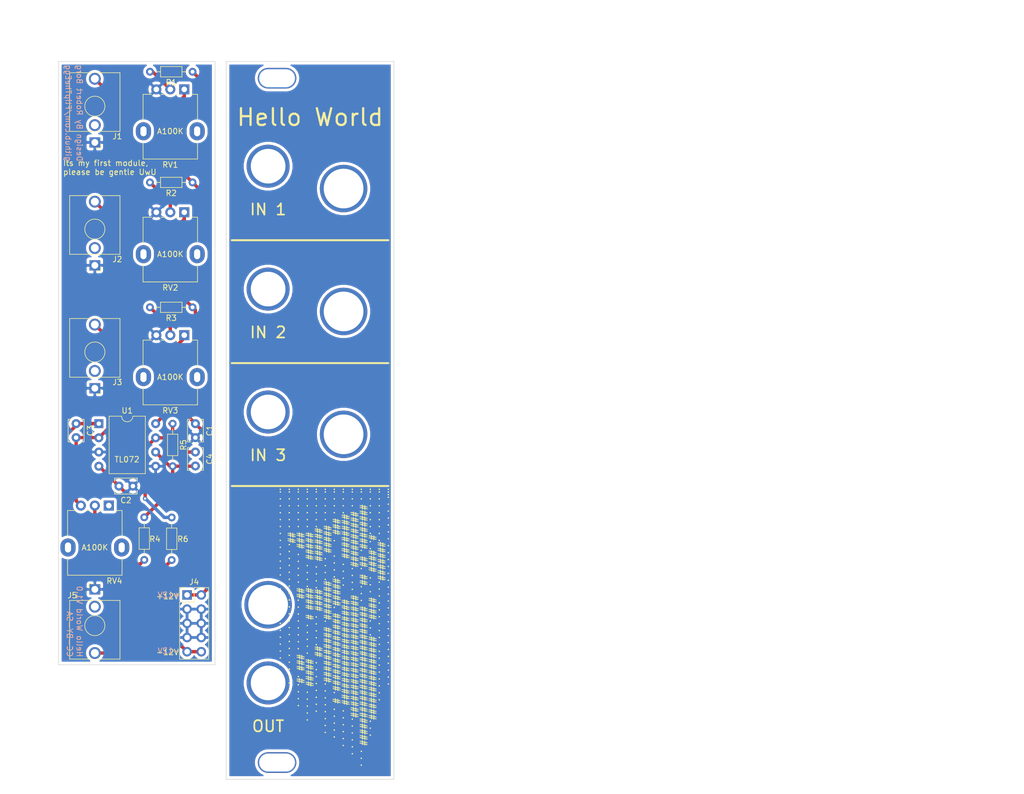
<source format=kicad_pcb>
(kicad_pcb (version 20171130) (host pcbnew "(5.1.6-0-10_14)")

  (general
    (thickness 1.6)
    (drawings 53)
    (tracks 99)
    (zones 0)
    (modules 32)
    (nets 16)
  )

  (page A4)
  (layers
    (0 F.Cu signal)
    (31 B.Cu signal)
    (32 B.Adhes user)
    (33 F.Adhes user)
    (34 B.Paste user)
    (35 F.Paste user)
    (36 B.SilkS user)
    (37 F.SilkS user)
    (38 B.Mask user)
    (39 F.Mask user)
    (40 Dwgs.User user)
    (41 Cmts.User user)
    (42 Eco1.User user)
    (43 Eco2.User user)
    (44 Edge.Cuts user)
    (45 Margin user)
    (46 B.CrtYd user)
    (47 F.CrtYd user)
    (48 B.Fab user)
    (49 F.Fab user)
  )

  (setup
    (last_trace_width 0.25)
    (user_trace_width 0.6)
    (trace_clearance 0.2)
    (zone_clearance 0.508)
    (zone_45_only no)
    (trace_min 0.2)
    (via_size 0.8)
    (via_drill 0.4)
    (via_min_size 0.4)
    (via_min_drill 0.3)
    (uvia_size 0.3)
    (uvia_drill 0.1)
    (uvias_allowed no)
    (uvia_min_size 0.2)
    (uvia_min_drill 0.1)
    (edge_width 0.1)
    (segment_width 0.2)
    (pcb_text_width 0.3)
    (pcb_text_size 1.5 1.5)
    (mod_edge_width 0.15)
    (mod_text_size 1 1)
    (mod_text_width 0.15)
    (pad_size 7.7 7.7)
    (pad_drill 6.2)
    (pad_to_mask_clearance 0)
    (aux_axis_origin 0 0)
    (visible_elements FFFFFF7F)
    (pcbplotparams
      (layerselection 0x010f0_ffffffff)
      (usegerberextensions false)
      (usegerberattributes false)
      (usegerberadvancedattributes false)
      (creategerberjobfile false)
      (excludeedgelayer true)
      (linewidth 0.100000)
      (plotframeref false)
      (viasonmask false)
      (mode 1)
      (useauxorigin false)
      (hpglpennumber 1)
      (hpglpenspeed 20)
      (hpglpendiameter 15.000000)
      (psnegative false)
      (psa4output false)
      (plotreference true)
      (plotvalue false)
      (plotinvisibletext false)
      (padsonsilk true)
      (subtractmaskfromsilk false)
      (outputformat 1)
      (mirror false)
      (drillshape 0)
      (scaleselection 1)
      (outputdirectory "Gerber/"))
  )

  (net 0 "")
  (net 1 +12V)
  (net 2 GND)
  (net 3 -12V)
  (net 4 "Net-(C3-Pad1)")
  (net 5 "Net-(C3-Pad2)")
  (net 6 "Net-(C4-Pad2)")
  (net 7 "Net-(C4-Pad1)")
  (net 8 "Net-(J1-PadT)")
  (net 9 "Net-(J2-PadT)")
  (net 10 "Net-(J3-PadT)")
  (net 11 "Net-(J5-PadT)")
  (net 12 "Net-(R1-Pad2)")
  (net 13 "Net-(R2-Pad2)")
  (net 14 "Net-(R3-Pad2)")
  (net 15 "Net-(RV4-Pad1)")

  (net_class Default "This is the default net class."
    (clearance 0.2)
    (trace_width 0.25)
    (via_dia 0.8)
    (via_drill 0.4)
    (uvia_dia 0.3)
    (uvia_drill 0.1)
    (add_net +12V)
    (add_net -12V)
    (add_net GND)
    (add_net "Net-(C3-Pad1)")
    (add_net "Net-(C3-Pad2)")
    (add_net "Net-(C4-Pad1)")
    (add_net "Net-(C4-Pad2)")
    (add_net "Net-(J1-PadT)")
    (add_net "Net-(J2-PadT)")
    (add_net "Net-(J3-PadT)")
    (add_net "Net-(J5-PadT)")
    (add_net "Net-(R1-Pad2)")
    (add_net "Net-(R2-Pad2)")
    (add_net "Net-(R3-Pad2)")
    (add_net "Net-(RV4-Pad1)")
  )

  (module RB_Parts:9mmAlphaPot_MountingHole (layer F.Cu) (tedit 5F1D8D25) (tstamp 5F1DE433)
    (at 107.5 117.25)
    (fp_text reference REF** (at 0 -6.35) (layer F.SilkS) hide
      (effects (font (size 1 1) (thickness 0.15) italic))
    )
    (fp_text value 9mmAlphaPot_MountingHole (at 0 6.35) (layer F.Fab)
      (effects (font (size 1 1) (thickness 0.15)))
    )
    (pad 9mmPot thru_hole circle (at 0 0) (size 8.5 8.5) (drill 7.1) (layers *.Cu *.Mask))
  )

  (module RB_Parts:PJ-3001F_3.5mmJack_Mountinghole (layer F.Cu) (tedit 5F1D8BA7) (tstamp 5F1DE40F)
    (at 107.5 131.25)
    (fp_text reference REF** (at 0 -6.35) (layer F.SilkS) hide
      (effects (font (size 1 1) (thickness 0.15)))
    )
    (fp_text value PJ-3001F_3.5mmJack_Mountinghole (at 0 6.35) (layer F.Fab)
      (effects (font (size 1 1) (thickness 0.15)))
    )
    (pad "3.5mm Jack" thru_hole circle (at 0 0) (size 7.7 7.7) (drill 6.2) (layers *.Cu *.Mask))
  )

  (module RB_Parts:PJ-3001F_3.5mmJack_Mountinghole (layer F.Cu) (tedit 5F1D8BA7) (tstamp 5F1DE2B2)
    (at 107.5 82.75)
    (fp_text reference REF** (at 0 -6.35) (layer F.SilkS) hide
      (effects (font (size 1 1) (thickness 0.15)))
    )
    (fp_text value PJ-3001F_3.5mmJack_Mountinghole (at 0 6.35) (layer F.Fab)
      (effects (font (size 1 1) (thickness 0.15)))
    )
    (pad "3.5mm Jack" thru_hole circle (at 0 0) (size 7.7 7.7) (drill 6.2) (layers *.Cu *.Mask))
  )

  (module RB_Parts:PJ-3001F_3.5mmJack_Mountinghole (layer F.Cu) (tedit 5F1D8BA7) (tstamp 5F1DE24F)
    (at 107.5 60.75)
    (fp_text reference REF** (at 0 -6.35) (layer F.SilkS) hide
      (effects (font (size 1 1) (thickness 0.15)))
    )
    (fp_text value PJ-3001F_3.5mmJack_Mountinghole (at 0 6.35) (layer F.Fab)
      (effects (font (size 1 1) (thickness 0.15)))
    )
    (pad "3.5mm Jack" thru_hole circle (at 0 0) (size 7.7 7.7) (drill 6.2) (layers *.Cu *.Mask))
  )

  (module RB_Parts:PJ-3001F_3.5mmJack_Mountinghole (layer F.Cu) (tedit 5F1D8BA7) (tstamp 5F1DE183)
    (at 107.5 38.75)
    (fp_text reference REF** (at 0 -6.35) (layer F.SilkS) hide
      (effects (font (size 1 1) (thickness 0.15)))
    )
    (fp_text value PJ-3001F_3.5mmJack_Mountinghole (at 0 6.35) (layer F.Fab)
      (effects (font (size 1 1) (thickness 0.15)))
    )
    (pad "3.5mm Jack" thru_hole circle (at 0 0) (size 7.7 7.7) (drill 6.2) (layers *.Cu *.Mask))
  )

  (module RB_Parts:9mmAlphaPot_MountingHole (layer F.Cu) (tedit 5F1D8D25) (tstamp 5F1DE0D6)
    (at 121 86.75)
    (fp_text reference REF** (at 0 -6.35) (layer F.SilkS) hide
      (effects (font (size 1 1) (thickness 0.15) italic))
    )
    (fp_text value 9mmAlphaPot_MountingHole (at 0 6.35) (layer F.Fab)
      (effects (font (size 1 1) (thickness 0.15)))
    )
    (pad 9mmPot thru_hole circle (at 0 0) (size 8.5 8.5) (drill 7.1) (layers *.Cu *.Mask))
  )

  (module RB_Parts:9mmAlphaPot_MountingHole (layer F.Cu) (tedit 5F1D8D25) (tstamp 5F1DE0D6)
    (at 121 64.75)
    (fp_text reference REF** (at 0 -6.35) (layer F.SilkS) hide
      (effects (font (size 1 1) (thickness 0.15) italic))
    )
    (fp_text value 9mmAlphaPot_MountingHole (at 0 6.35) (layer F.Fab)
      (effects (font (size 1 1) (thickness 0.15)))
    )
    (pad 9mmPot thru_hole circle (at 0 0) (size 8.5 8.5) (drill 7.1) (layers *.Cu *.Mask))
  )

  (module RB_Parts:9mmAlphaPot_MountingHole (layer F.Cu) (tedit 5F1D8D25) (tstamp 5F1DDF9F)
    (at 121 42.75)
    (fp_text reference REF** (at 0 -6.35) (layer F.SilkS) hide
      (effects (font (size 1 1) (thickness 0.15) italic))
    )
    (fp_text value 9mmAlphaPot_MountingHole (at 0 6.35) (layer F.Fab)
      (effects (font (size 1 1) (thickness 0.15)))
    )
    (pad 9mmPot thru_hole circle (at 0 0) (size 8.5 8.5) (drill 7.1) (layers *.Cu *.Mask))
  )

  (module RB_Parts:3.2mm-Mountinghole_Oval (layer F.Cu) (tedit 5F1D8B8C) (tstamp 5F1DDC83)
    (at 107.5 23)
    (fp_text reference Ref** (at 0 -3.81) (layer F.SilkS) hide
      (effects (font (size 1 1) (thickness 0.15)))
    )
    (fp_text value 3.2mm-Mountinghole_Oval (at 1.27 3.81) (layer F.Fab)
      (effects (font (size 1 1) (thickness 0.15)))
    )
    (pad "" thru_hole oval (at 1.6 0 90) (size 3.7 6.9) (drill oval 3.2 6.4) (layers *.Cu *.Mask))
  )

  (module RB_Parts:3.2mm-Mountinghole_Oval (layer F.Cu) (tedit 5F1D8B8C) (tstamp 5F1DDC6C)
    (at 107.5 145.5)
    (fp_text reference Ref** (at 0 -3.81) (layer F.SilkS) hide
      (effects (font (size 1 1) (thickness 0.15)))
    )
    (fp_text value 3.2mm-Mountinghole_Oval (at 1.27 3.81) (layer F.Fab)
      (effects (font (size 1 1) (thickness 0.15)))
    )
    (pad "" thru_hole oval (at 1.6 0 90) (size 3.7 6.9) (drill oval 3.2 6.4) (layers *.Cu *.Mask))
  )

  (module Package_DIP:DIP-8_W10.16mm (layer F.Cu) (tedit 5A02E8C5) (tstamp 5F1ABD0B)
    (at 77.216 84.836)
    (descr "8-lead though-hole mounted DIP package, row spacing 10.16 mm (400 mils)")
    (tags "THT DIP DIL PDIP 2.54mm 10.16mm 400mil")
    (path /5F0C0A09)
    (fp_text reference U1 (at 5.08 -2.33) (layer F.SilkS)
      (effects (font (size 1 1) (thickness 0.15)))
    )
    (fp_text value TL072 (at 5.08 9.95) (layer F.Fab)
      (effects (font (size 1 1) (thickness 0.15)))
    )
    (fp_text user %R (at 5.08 3.81) (layer F.Fab)
      (effects (font (size 1 1) (thickness 0.15)))
    )
    (fp_arc (start 5.08 -1.33) (end 4.08 -1.33) (angle -180) (layer F.SilkS) (width 0.12))
    (fp_line (start 2.905 -1.27) (end 8.255 -1.27) (layer F.Fab) (width 0.1))
    (fp_line (start 8.255 -1.27) (end 8.255 8.89) (layer F.Fab) (width 0.1))
    (fp_line (start 8.255 8.89) (end 1.905 8.89) (layer F.Fab) (width 0.1))
    (fp_line (start 1.905 8.89) (end 1.905 -0.27) (layer F.Fab) (width 0.1))
    (fp_line (start 1.905 -0.27) (end 2.905 -1.27) (layer F.Fab) (width 0.1))
    (fp_line (start 4.08 -1.33) (end 1.845 -1.33) (layer F.SilkS) (width 0.12))
    (fp_line (start 1.845 -1.33) (end 1.845 8.95) (layer F.SilkS) (width 0.12))
    (fp_line (start 1.845 8.95) (end 8.315 8.95) (layer F.SilkS) (width 0.12))
    (fp_line (start 8.315 8.95) (end 8.315 -1.33) (layer F.SilkS) (width 0.12))
    (fp_line (start 8.315 -1.33) (end 6.08 -1.33) (layer F.SilkS) (width 0.12))
    (fp_line (start -1.05 -1.55) (end -1.05 9.15) (layer F.CrtYd) (width 0.05))
    (fp_line (start -1.05 9.15) (end 11.25 9.15) (layer F.CrtYd) (width 0.05))
    (fp_line (start 11.25 9.15) (end 11.25 -1.55) (layer F.CrtYd) (width 0.05))
    (fp_line (start 11.25 -1.55) (end -1.05 -1.55) (layer F.CrtYd) (width 0.05))
    (pad 8 thru_hole oval (at 10.16 0) (size 1.6 1.6) (drill 0.8) (layers *.Cu *.Mask)
      (net 1 +12V))
    (pad 4 thru_hole oval (at 0 7.62) (size 1.6 1.6) (drill 0.8) (layers *.Cu *.Mask)
      (net 3 -12V))
    (pad 7 thru_hole oval (at 10.16 2.54) (size 1.6 1.6) (drill 0.8) (layers *.Cu *.Mask)
      (net 7 "Net-(C4-Pad1)"))
    (pad 3 thru_hole oval (at 0 5.08) (size 1.6 1.6) (drill 0.8) (layers *.Cu *.Mask)
      (net 2 GND))
    (pad 6 thru_hole oval (at 10.16 5.08) (size 1.6 1.6) (drill 0.8) (layers *.Cu *.Mask)
      (net 6 "Net-(C4-Pad2)"))
    (pad 2 thru_hole oval (at 0 2.54) (size 1.6 1.6) (drill 0.8) (layers *.Cu *.Mask)
      (net 5 "Net-(C3-Pad2)"))
    (pad 5 thru_hole oval (at 10.16 7.62) (size 1.6 1.6) (drill 0.8) (layers *.Cu *.Mask)
      (net 2 GND))
    (pad 1 thru_hole rect (at 0 0) (size 1.6 1.6) (drill 0.8) (layers *.Cu *.Mask)
      (net 4 "Net-(C3-Pad1)"))
    (model ${KISYS3DMOD}/Package_DIP.3dshapes/DIP-8_W10.16mm.wrl
      (at (xyz 0 0 0))
      (scale (xyz 1 1 1))
      (rotate (xyz 0 0 0))
    )
  )

  (module Capacitor_THT:C_Disc_D3.8mm_W2.6mm_P2.50mm (layer F.Cu) (tedit 5AE50EF0) (tstamp 5F1ABB0E)
    (at 94.488 84.836 270)
    (descr "C, Disc series, Radial, pin pitch=2.50mm, , diameter*width=3.8*2.6mm^2, Capacitor, http://www.vishay.com/docs/45233/krseries.pdf")
    (tags "C Disc series Radial pin pitch 2.50mm  diameter 3.8mm width 2.6mm Capacitor")
    (path /5F0BDB5F)
    (fp_text reference C1 (at 1.25 -2.55 90) (layer F.SilkS)
      (effects (font (size 1 1) (thickness 0.15)))
    )
    (fp_text value .1uF (at 1.25 2.55 90) (layer F.Fab)
      (effects (font (size 1 1) (thickness 0.15)))
    )
    (fp_text user %R (at 1.25 0 90) (layer F.Fab)
      (effects (font (size 0.76 0.76) (thickness 0.114)))
    )
    (fp_line (start -0.65 -1.3) (end -0.65 1.3) (layer F.Fab) (width 0.1))
    (fp_line (start -0.65 1.3) (end 3.15 1.3) (layer F.Fab) (width 0.1))
    (fp_line (start 3.15 1.3) (end 3.15 -1.3) (layer F.Fab) (width 0.1))
    (fp_line (start 3.15 -1.3) (end -0.65 -1.3) (layer F.Fab) (width 0.1))
    (fp_line (start -0.77 -1.42) (end 3.27 -1.42) (layer F.SilkS) (width 0.12))
    (fp_line (start -0.77 1.42) (end 3.27 1.42) (layer F.SilkS) (width 0.12))
    (fp_line (start -0.77 -1.42) (end -0.77 -0.795) (layer F.SilkS) (width 0.12))
    (fp_line (start -0.77 0.795) (end -0.77 1.42) (layer F.SilkS) (width 0.12))
    (fp_line (start 3.27 -1.42) (end 3.27 -0.795) (layer F.SilkS) (width 0.12))
    (fp_line (start 3.27 0.795) (end 3.27 1.42) (layer F.SilkS) (width 0.12))
    (fp_line (start -1.05 -1.55) (end -1.05 1.55) (layer F.CrtYd) (width 0.05))
    (fp_line (start -1.05 1.55) (end 3.55 1.55) (layer F.CrtYd) (width 0.05))
    (fp_line (start 3.55 1.55) (end 3.55 -1.55) (layer F.CrtYd) (width 0.05))
    (fp_line (start 3.55 -1.55) (end -1.05 -1.55) (layer F.CrtYd) (width 0.05))
    (pad 2 thru_hole circle (at 2.5 0 270) (size 1.6 1.6) (drill 0.8) (layers *.Cu *.Mask)
      (net 2 GND))
    (pad 1 thru_hole circle (at 0 0 270) (size 1.6 1.6) (drill 0.8) (layers *.Cu *.Mask)
      (net 1 +12V))
    (model ${KISYS3DMOD}/Capacitor_THT.3dshapes/C_Disc_D3.8mm_W2.6mm_P2.50mm.wrl
      (at (xyz 0 0 0))
      (scale (xyz 1 1 1))
      (rotate (xyz 0 0 0))
    )
  )

  (module Capacitor_THT:C_Disc_D3.8mm_W2.6mm_P2.50mm (layer F.Cu) (tedit 5AE50EF0) (tstamp 5F1C60AF)
    (at 83.312 96.012 180)
    (descr "C, Disc series, Radial, pin pitch=2.50mm, , diameter*width=3.8*2.6mm^2, Capacitor, http://www.vishay.com/docs/45233/krseries.pdf")
    (tags "C Disc series Radial pin pitch 2.50mm  diameter 3.8mm width 2.6mm Capacitor")
    (path /5F0BE437)
    (fp_text reference C2 (at 1.25 -2.55) (layer F.SilkS)
      (effects (font (size 1 1) (thickness 0.15)))
    )
    (fp_text value .1uF (at 1.25 2.55) (layer F.Fab)
      (effects (font (size 1 1) (thickness 0.15)))
    )
    (fp_text user %R (at 1.25 0) (layer F.Fab)
      (effects (font (size 0.76 0.76) (thickness 0.114)))
    )
    (fp_line (start -0.65 -1.3) (end -0.65 1.3) (layer F.Fab) (width 0.1))
    (fp_line (start -0.65 1.3) (end 3.15 1.3) (layer F.Fab) (width 0.1))
    (fp_line (start 3.15 1.3) (end 3.15 -1.3) (layer F.Fab) (width 0.1))
    (fp_line (start 3.15 -1.3) (end -0.65 -1.3) (layer F.Fab) (width 0.1))
    (fp_line (start -0.77 -1.42) (end 3.27 -1.42) (layer F.SilkS) (width 0.12))
    (fp_line (start -0.77 1.42) (end 3.27 1.42) (layer F.SilkS) (width 0.12))
    (fp_line (start -0.77 -1.42) (end -0.77 -0.795) (layer F.SilkS) (width 0.12))
    (fp_line (start -0.77 0.795) (end -0.77 1.42) (layer F.SilkS) (width 0.12))
    (fp_line (start 3.27 -1.42) (end 3.27 -0.795) (layer F.SilkS) (width 0.12))
    (fp_line (start 3.27 0.795) (end 3.27 1.42) (layer F.SilkS) (width 0.12))
    (fp_line (start -1.05 -1.55) (end -1.05 1.55) (layer F.CrtYd) (width 0.05))
    (fp_line (start -1.05 1.55) (end 3.55 1.55) (layer F.CrtYd) (width 0.05))
    (fp_line (start 3.55 1.55) (end 3.55 -1.55) (layer F.CrtYd) (width 0.05))
    (fp_line (start 3.55 -1.55) (end -1.05 -1.55) (layer F.CrtYd) (width 0.05))
    (pad 2 thru_hole circle (at 2.5 0 180) (size 1.6 1.6) (drill 0.8) (layers *.Cu *.Mask)
      (net 3 -12V))
    (pad 1 thru_hole circle (at 0 0 180) (size 1.6 1.6) (drill 0.8) (layers *.Cu *.Mask)
      (net 2 GND))
    (model ${KISYS3DMOD}/Capacitor_THT.3dshapes/C_Disc_D3.8mm_W2.6mm_P2.50mm.wrl
      (at (xyz 0 0 0))
      (scale (xyz 1 1 1))
      (rotate (xyz 0 0 0))
    )
  )

  (module Capacitor_THT:C_Disc_D3.8mm_W2.6mm_P2.50mm (layer F.Cu) (tedit 5AE50EF0) (tstamp 5F1ABB38)
    (at 73.152 84.836 270)
    (descr "C, Disc series, Radial, pin pitch=2.50mm, , diameter*width=3.8*2.6mm^2, Capacitor, http://www.vishay.com/docs/45233/krseries.pdf")
    (tags "C Disc series Radial pin pitch 2.50mm  diameter 3.8mm width 2.6mm Capacitor")
    (path /5F0E78A3)
    (fp_text reference C3 (at 1.25 -2.55 90) (layer F.SilkS)
      (effects (font (size 1 1) (thickness 0.15)))
    )
    (fp_text value 47pF (at 1.25 2.55 90) (layer F.Fab)
      (effects (font (size 1 1) (thickness 0.15)))
    )
    (fp_text user %R (at 1.25 0 90) (layer F.Fab)
      (effects (font (size 0.76 0.76) (thickness 0.114)))
    )
    (fp_line (start -0.65 -1.3) (end -0.65 1.3) (layer F.Fab) (width 0.1))
    (fp_line (start -0.65 1.3) (end 3.15 1.3) (layer F.Fab) (width 0.1))
    (fp_line (start 3.15 1.3) (end 3.15 -1.3) (layer F.Fab) (width 0.1))
    (fp_line (start 3.15 -1.3) (end -0.65 -1.3) (layer F.Fab) (width 0.1))
    (fp_line (start -0.77 -1.42) (end 3.27 -1.42) (layer F.SilkS) (width 0.12))
    (fp_line (start -0.77 1.42) (end 3.27 1.42) (layer F.SilkS) (width 0.12))
    (fp_line (start -0.77 -1.42) (end -0.77 -0.795) (layer F.SilkS) (width 0.12))
    (fp_line (start -0.77 0.795) (end -0.77 1.42) (layer F.SilkS) (width 0.12))
    (fp_line (start 3.27 -1.42) (end 3.27 -0.795) (layer F.SilkS) (width 0.12))
    (fp_line (start 3.27 0.795) (end 3.27 1.42) (layer F.SilkS) (width 0.12))
    (fp_line (start -1.05 -1.55) (end -1.05 1.55) (layer F.CrtYd) (width 0.05))
    (fp_line (start -1.05 1.55) (end 3.55 1.55) (layer F.CrtYd) (width 0.05))
    (fp_line (start 3.55 1.55) (end 3.55 -1.55) (layer F.CrtYd) (width 0.05))
    (fp_line (start 3.55 -1.55) (end -1.05 -1.55) (layer F.CrtYd) (width 0.05))
    (pad 2 thru_hole circle (at 2.5 0 270) (size 1.6 1.6) (drill 0.8) (layers *.Cu *.Mask)
      (net 5 "Net-(C3-Pad2)"))
    (pad 1 thru_hole circle (at 0 0 270) (size 1.6 1.6) (drill 0.8) (layers *.Cu *.Mask)
      (net 4 "Net-(C3-Pad1)"))
    (model ${KISYS3DMOD}/Capacitor_THT.3dshapes/C_Disc_D3.8mm_W2.6mm_P2.50mm.wrl
      (at (xyz 0 0 0))
      (scale (xyz 1 1 1))
      (rotate (xyz 0 0 0))
    )
  )

  (module Capacitor_THT:C_Disc_D3.8mm_W2.6mm_P2.50mm (layer F.Cu) (tedit 5AE50EF0) (tstamp 5F1ABB4D)
    (at 94.488 89.916 270)
    (descr "C, Disc series, Radial, pin pitch=2.50mm, , diameter*width=3.8*2.6mm^2, Capacitor, http://www.vishay.com/docs/45233/krseries.pdf")
    (tags "C Disc series Radial pin pitch 2.50mm  diameter 3.8mm width 2.6mm Capacitor")
    (path /5F0F226D)
    (fp_text reference C4 (at 1.25 -2.55 90) (layer F.SilkS)
      (effects (font (size 1 1) (thickness 0.15)))
    )
    (fp_text value 47pF (at 1.25 2.55 90) (layer F.Fab)
      (effects (font (size 1 1) (thickness 0.15)))
    )
    (fp_text user %R (at 1.25 0 90) (layer F.Fab)
      (effects (font (size 0.76 0.76) (thickness 0.114)))
    )
    (fp_line (start -0.65 -1.3) (end -0.65 1.3) (layer F.Fab) (width 0.1))
    (fp_line (start -0.65 1.3) (end 3.15 1.3) (layer F.Fab) (width 0.1))
    (fp_line (start 3.15 1.3) (end 3.15 -1.3) (layer F.Fab) (width 0.1))
    (fp_line (start 3.15 -1.3) (end -0.65 -1.3) (layer F.Fab) (width 0.1))
    (fp_line (start -0.77 -1.42) (end 3.27 -1.42) (layer F.SilkS) (width 0.12))
    (fp_line (start -0.77 1.42) (end 3.27 1.42) (layer F.SilkS) (width 0.12))
    (fp_line (start -0.77 -1.42) (end -0.77 -0.795) (layer F.SilkS) (width 0.12))
    (fp_line (start -0.77 0.795) (end -0.77 1.42) (layer F.SilkS) (width 0.12))
    (fp_line (start 3.27 -1.42) (end 3.27 -0.795) (layer F.SilkS) (width 0.12))
    (fp_line (start 3.27 0.795) (end 3.27 1.42) (layer F.SilkS) (width 0.12))
    (fp_line (start -1.05 -1.55) (end -1.05 1.55) (layer F.CrtYd) (width 0.05))
    (fp_line (start -1.05 1.55) (end 3.55 1.55) (layer F.CrtYd) (width 0.05))
    (fp_line (start 3.55 1.55) (end 3.55 -1.55) (layer F.CrtYd) (width 0.05))
    (fp_line (start 3.55 -1.55) (end -1.05 -1.55) (layer F.CrtYd) (width 0.05))
    (pad 2 thru_hole circle (at 2.5 0 270) (size 1.6 1.6) (drill 0.8) (layers *.Cu *.Mask)
      (net 6 "Net-(C4-Pad2)"))
    (pad 1 thru_hole circle (at 0 0 270) (size 1.6 1.6) (drill 0.8) (layers *.Cu *.Mask)
      (net 7 "Net-(C4-Pad1)"))
    (model ${KISYS3DMOD}/Capacitor_THT.3dshapes/C_Disc_D3.8mm_W2.6mm_P2.50mm.wrl
      (at (xyz 0 0 0))
      (scale (xyz 1 1 1))
      (rotate (xyz 0 0 0))
    )
  )

  (module Connector_Audio:Jack_3.5mm_QingPu_WQP-PJ398SM_Vertical_CircularHoles (layer F.Cu) (tedit 5C2B6BB2) (tstamp 5F1ABB6F)
    (at 76.5 34.5 180)
    (descr "TRS 3.5mm, vertical, Thonkiconn, PCB mount, (http://www.qingpu-electronics.com/en/products/WQP-PJ398SM-362.html)")
    (tags "WQP-PJ398SM WQP-PJ301M-12 TRS 3.5mm mono vertical jack thonkiconn qingpu")
    (path /5F0C905C)
    (fp_text reference J1 (at -4.03 1.08 180) (layer F.SilkS)
      (effects (font (size 1 1) (thickness 0.15)))
    )
    (fp_text value IN1 (at 0 5 180) (layer F.Fab)
      (effects (font (size 1 1) (thickness 0.15)))
    )
    (fp_text user %R (at 0 8 180) (layer F.Fab)
      (effects (font (size 1 1) (thickness 0.15)))
    )
    (fp_text user KEEPOUT (at 0 6.48) (layer Cmts.User)
      (effects (font (size 0.4 0.4) (thickness 0.051)))
    )
    (fp_line (start -5 12.98) (end -5 -1.42) (layer F.CrtYd) (width 0.05))
    (fp_line (start -4.5 12.48) (end -4.5 2.08) (layer F.Fab) (width 0.1))
    (fp_line (start -4.5 1.98) (end -4.5 12.48) (layer F.SilkS) (width 0.12))
    (fp_line (start 4.5 1.98) (end 4.5 12.48) (layer F.SilkS) (width 0.12))
    (fp_circle (center 0 6.48) (end 1.5 6.48) (layer Dwgs.User) (width 0.12))
    (fp_line (start 0.09 7.96) (end 1.48 6.57) (layer Dwgs.User) (width 0.12))
    (fp_line (start -0.58 7.83) (end 1.36 5.89) (layer Dwgs.User) (width 0.12))
    (fp_line (start -1.07 7.49) (end 1.01 5.41) (layer Dwgs.User) (width 0.12))
    (fp_line (start -1.42 6.875) (end 0.4 5.06) (layer Dwgs.User) (width 0.12))
    (fp_line (start -1.41 6.02) (end -0.46 5.07) (layer Dwgs.User) (width 0.12))
    (fp_line (start 4.5 12.48) (end 0.5 12.48) (layer F.SilkS) (width 0.12))
    (fp_line (start -0.5 12.48) (end -4.5 12.48) (layer F.SilkS) (width 0.12))
    (fp_line (start 4.5 1.98) (end 0.35 1.98) (layer F.SilkS) (width 0.12))
    (fp_line (start -0.35 1.98) (end -4.5 1.98) (layer F.SilkS) (width 0.12))
    (fp_circle (center 0 6.48) (end 1.8 6.48) (layer F.SilkS) (width 0.12))
    (fp_line (start -1.06 -1) (end -1.06 -0.2) (layer F.SilkS) (width 0.12))
    (fp_line (start -1.06 -1) (end -0.2 -1) (layer F.SilkS) (width 0.12))
    (fp_line (start 4.5 12.48) (end 4.5 2.08) (layer F.Fab) (width 0.1))
    (fp_line (start 4.5 12.48) (end -4.5 12.48) (layer F.Fab) (width 0.1))
    (fp_line (start 5 12.98) (end 5 -1.42) (layer F.CrtYd) (width 0.05))
    (fp_line (start 5 12.98) (end -5 12.98) (layer F.CrtYd) (width 0.05))
    (fp_line (start 5 -1.42) (end -5 -1.42) (layer F.CrtYd) (width 0.05))
    (fp_line (start 4.5 2.03) (end -4.5 2.03) (layer F.Fab) (width 0.1))
    (fp_circle (center 0 6.48) (end 1.8 6.48) (layer F.Fab) (width 0.1))
    (fp_line (start 0 0) (end 0 2.03) (layer F.Fab) (width 0.1))
    (pad T thru_hole circle (at 0 11.4) (size 2.13 2.13) (drill 1.43) (layers *.Cu *.Mask)
      (net 8 "Net-(J1-PadT)"))
    (pad S thru_hole rect (at 0 0) (size 1.93 1.83) (drill 1.22) (layers *.Cu *.Mask)
      (net 2 GND))
    (pad TN thru_hole circle (at 0 3.1) (size 2.13 2.13) (drill 1.42) (layers *.Cu *.Mask))
    (model ${KISYS3DMOD}/Connector_Audio.3dshapes/Jack_3.5mm_QingPu_WQP-PJ398SM_Vertical.wrl
      (at (xyz 0 0 0))
      (scale (xyz 1 1 1))
      (rotate (xyz 0 0 0))
    )
  )

  (module Connector_Audio:Jack_3.5mm_QingPu_WQP-PJ398SM_Vertical_CircularHoles (layer F.Cu) (tedit 5C2B6BB2) (tstamp 5F1ABB91)
    (at 76.5 56.5 180)
    (descr "TRS 3.5mm, vertical, Thonkiconn, PCB mount, (http://www.qingpu-electronics.com/en/products/WQP-PJ398SM-362.html)")
    (tags "WQP-PJ398SM WQP-PJ301M-12 TRS 3.5mm mono vertical jack thonkiconn qingpu")
    (path /5F0C97F0)
    (fp_text reference J2 (at -4.03 1.08 180) (layer F.SilkS)
      (effects (font (size 1 1) (thickness 0.15)))
    )
    (fp_text value IN2 (at 0 5 180) (layer F.Fab)
      (effects (font (size 1 1) (thickness 0.15)))
    )
    (fp_text user %R (at 0 8 180) (layer F.Fab)
      (effects (font (size 1 1) (thickness 0.15)))
    )
    (fp_text user KEEPOUT (at 0 6.48) (layer Cmts.User)
      (effects (font (size 0.4 0.4) (thickness 0.051)))
    )
    (fp_line (start -5 12.98) (end -5 -1.42) (layer F.CrtYd) (width 0.05))
    (fp_line (start -4.5 12.48) (end -4.5 2.08) (layer F.Fab) (width 0.1))
    (fp_line (start -4.5 1.98) (end -4.5 12.48) (layer F.SilkS) (width 0.12))
    (fp_line (start 4.5 1.98) (end 4.5 12.48) (layer F.SilkS) (width 0.12))
    (fp_circle (center 0 6.48) (end 1.5 6.48) (layer Dwgs.User) (width 0.12))
    (fp_line (start 0.09 7.96) (end 1.48 6.57) (layer Dwgs.User) (width 0.12))
    (fp_line (start -0.58 7.83) (end 1.36 5.89) (layer Dwgs.User) (width 0.12))
    (fp_line (start -1.07 7.49) (end 1.01 5.41) (layer Dwgs.User) (width 0.12))
    (fp_line (start -1.42 6.875) (end 0.4 5.06) (layer Dwgs.User) (width 0.12))
    (fp_line (start -1.41 6.02) (end -0.46 5.07) (layer Dwgs.User) (width 0.12))
    (fp_line (start 4.5 12.48) (end 0.5 12.48) (layer F.SilkS) (width 0.12))
    (fp_line (start -0.5 12.48) (end -4.5 12.48) (layer F.SilkS) (width 0.12))
    (fp_line (start 4.5 1.98) (end 0.35 1.98) (layer F.SilkS) (width 0.12))
    (fp_line (start -0.35 1.98) (end -4.5 1.98) (layer F.SilkS) (width 0.12))
    (fp_circle (center 0 6.48) (end 1.8 6.48) (layer F.SilkS) (width 0.12))
    (fp_line (start -1.06 -1) (end -1.06 -0.2) (layer F.SilkS) (width 0.12))
    (fp_line (start -1.06 -1) (end -0.2 -1) (layer F.SilkS) (width 0.12))
    (fp_line (start 4.5 12.48) (end 4.5 2.08) (layer F.Fab) (width 0.1))
    (fp_line (start 4.5 12.48) (end -4.5 12.48) (layer F.Fab) (width 0.1))
    (fp_line (start 5 12.98) (end 5 -1.42) (layer F.CrtYd) (width 0.05))
    (fp_line (start 5 12.98) (end -5 12.98) (layer F.CrtYd) (width 0.05))
    (fp_line (start 5 -1.42) (end -5 -1.42) (layer F.CrtYd) (width 0.05))
    (fp_line (start 4.5 2.03) (end -4.5 2.03) (layer F.Fab) (width 0.1))
    (fp_circle (center 0 6.48) (end 1.8 6.48) (layer F.Fab) (width 0.1))
    (fp_line (start 0 0) (end 0 2.03) (layer F.Fab) (width 0.1))
    (pad T thru_hole circle (at 0 11.4) (size 2.13 2.13) (drill 1.43) (layers *.Cu *.Mask)
      (net 9 "Net-(J2-PadT)"))
    (pad S thru_hole rect (at 0 0) (size 1.93 1.83) (drill 1.22) (layers *.Cu *.Mask)
      (net 2 GND))
    (pad TN thru_hole circle (at 0 3.1) (size 2.13 2.13) (drill 1.42) (layers *.Cu *.Mask))
    (model ${KISYS3DMOD}/Connector_Audio.3dshapes/Jack_3.5mm_QingPu_WQP-PJ398SM_Vertical.wrl
      (at (xyz 0 0 0))
      (scale (xyz 1 1 1))
      (rotate (xyz 0 0 0))
    )
  )

  (module Connector_Audio:Jack_3.5mm_QingPu_WQP-PJ398SM_Vertical_CircularHoles (layer F.Cu) (tedit 5C2B6BB2) (tstamp 5F1ABBB3)
    (at 76.5 78.5 180)
    (descr "TRS 3.5mm, vertical, Thonkiconn, PCB mount, (http://www.qingpu-electronics.com/en/products/WQP-PJ398SM-362.html)")
    (tags "WQP-PJ398SM WQP-PJ301M-12 TRS 3.5mm mono vertical jack thonkiconn qingpu")
    (path /5F0C9D69)
    (fp_text reference J3 (at -4.03 1.08 180) (layer F.SilkS)
      (effects (font (size 1 1) (thickness 0.15)))
    )
    (fp_text value IN3 (at 0 5 180) (layer F.Fab)
      (effects (font (size 1 1) (thickness 0.15)))
    )
    (fp_text user %R (at 0 8 180) (layer F.Fab)
      (effects (font (size 1 1) (thickness 0.15)))
    )
    (fp_text user KEEPOUT (at 0 6.48) (layer Cmts.User)
      (effects (font (size 0.4 0.4) (thickness 0.051)))
    )
    (fp_line (start -5 12.98) (end -5 -1.42) (layer F.CrtYd) (width 0.05))
    (fp_line (start -4.5 12.48) (end -4.5 2.08) (layer F.Fab) (width 0.1))
    (fp_line (start -4.5 1.98) (end -4.5 12.48) (layer F.SilkS) (width 0.12))
    (fp_line (start 4.5 1.98) (end 4.5 12.48) (layer F.SilkS) (width 0.12))
    (fp_circle (center 0 6.48) (end 1.5 6.48) (layer Dwgs.User) (width 0.12))
    (fp_line (start 0.09 7.96) (end 1.48 6.57) (layer Dwgs.User) (width 0.12))
    (fp_line (start -0.58 7.83) (end 1.36 5.89) (layer Dwgs.User) (width 0.12))
    (fp_line (start -1.07 7.49) (end 1.01 5.41) (layer Dwgs.User) (width 0.12))
    (fp_line (start -1.42 6.875) (end 0.4 5.06) (layer Dwgs.User) (width 0.12))
    (fp_line (start -1.41 6.02) (end -0.46 5.07) (layer Dwgs.User) (width 0.12))
    (fp_line (start 4.5 12.48) (end 0.5 12.48) (layer F.SilkS) (width 0.12))
    (fp_line (start -0.5 12.48) (end -4.5 12.48) (layer F.SilkS) (width 0.12))
    (fp_line (start 4.5 1.98) (end 0.35 1.98) (layer F.SilkS) (width 0.12))
    (fp_line (start -0.35 1.98) (end -4.5 1.98) (layer F.SilkS) (width 0.12))
    (fp_circle (center 0 6.48) (end 1.8 6.48) (layer F.SilkS) (width 0.12))
    (fp_line (start -1.06 -1) (end -1.06 -0.2) (layer F.SilkS) (width 0.12))
    (fp_line (start -1.06 -1) (end -0.2 -1) (layer F.SilkS) (width 0.12))
    (fp_line (start 4.5 12.48) (end 4.5 2.08) (layer F.Fab) (width 0.1))
    (fp_line (start 4.5 12.48) (end -4.5 12.48) (layer F.Fab) (width 0.1))
    (fp_line (start 5 12.98) (end 5 -1.42) (layer F.CrtYd) (width 0.05))
    (fp_line (start 5 12.98) (end -5 12.98) (layer F.CrtYd) (width 0.05))
    (fp_line (start 5 -1.42) (end -5 -1.42) (layer F.CrtYd) (width 0.05))
    (fp_line (start 4.5 2.03) (end -4.5 2.03) (layer F.Fab) (width 0.1))
    (fp_circle (center 0 6.48) (end 1.8 6.48) (layer F.Fab) (width 0.1))
    (fp_line (start 0 0) (end 0 2.03) (layer F.Fab) (width 0.1))
    (pad T thru_hole circle (at 0 11.4) (size 2.13 2.13) (drill 1.43) (layers *.Cu *.Mask)
      (net 10 "Net-(J3-PadT)"))
    (pad S thru_hole rect (at 0 0) (size 1.93 1.83) (drill 1.22) (layers *.Cu *.Mask)
      (net 2 GND))
    (pad TN thru_hole circle (at 0 3.1) (size 2.13 2.13) (drill 1.42) (layers *.Cu *.Mask))
    (model ${KISYS3DMOD}/Connector_Audio.3dshapes/Jack_3.5mm_QingPu_WQP-PJ398SM_Vertical.wrl
      (at (xyz 0 0 0))
      (scale (xyz 1 1 1))
      (rotate (xyz 0 0 0))
    )
  )

  (module Connector_PinHeader_2.54mm:PinHeader_2x05_P2.54mm_Vertical (layer F.Cu) (tedit 59FED5CC) (tstamp 5F1ABBD3)
    (at 93 115.5)
    (descr "Through hole straight pin header, 2x05, 2.54mm pitch, double rows")
    (tags "Through hole pin header THT 2x05 2.54mm double row")
    (path /5F11DE15)
    (fp_text reference J4 (at 1.27 -2.33) (layer F.SilkS)
      (effects (font (size 1 1) (thickness 0.15)))
    )
    (fp_text value Conn_02x05_Odd_Even (at 1.27 12.49) (layer F.Fab)
      (effects (font (size 1 1) (thickness 0.15)))
    )
    (fp_text user %R (at 1.27 5.08 90) (layer F.Fab)
      (effects (font (size 1 1) (thickness 0.15)))
    )
    (fp_line (start 0 -1.27) (end 3.81 -1.27) (layer F.Fab) (width 0.1))
    (fp_line (start 3.81 -1.27) (end 3.81 11.43) (layer F.Fab) (width 0.1))
    (fp_line (start 3.81 11.43) (end -1.27 11.43) (layer F.Fab) (width 0.1))
    (fp_line (start -1.27 11.43) (end -1.27 0) (layer F.Fab) (width 0.1))
    (fp_line (start -1.27 0) (end 0 -1.27) (layer F.Fab) (width 0.1))
    (fp_line (start -1.33 11.49) (end 3.87 11.49) (layer F.SilkS) (width 0.12))
    (fp_line (start -1.33 1.27) (end -1.33 11.49) (layer F.SilkS) (width 0.12))
    (fp_line (start 3.87 -1.33) (end 3.87 11.49) (layer F.SilkS) (width 0.12))
    (fp_line (start -1.33 1.27) (end 1.27 1.27) (layer F.SilkS) (width 0.12))
    (fp_line (start 1.27 1.27) (end 1.27 -1.33) (layer F.SilkS) (width 0.12))
    (fp_line (start 1.27 -1.33) (end 3.87 -1.33) (layer F.SilkS) (width 0.12))
    (fp_line (start -1.33 0) (end -1.33 -1.33) (layer F.SilkS) (width 0.12))
    (fp_line (start -1.33 -1.33) (end 0 -1.33) (layer F.SilkS) (width 0.12))
    (fp_line (start -1.8 -1.8) (end -1.8 11.95) (layer F.CrtYd) (width 0.05))
    (fp_line (start -1.8 11.95) (end 4.35 11.95) (layer F.CrtYd) (width 0.05))
    (fp_line (start 4.35 11.95) (end 4.35 -1.8) (layer F.CrtYd) (width 0.05))
    (fp_line (start 4.35 -1.8) (end -1.8 -1.8) (layer F.CrtYd) (width 0.05))
    (pad 10 thru_hole oval (at 2.54 10.16) (size 1.7 1.7) (drill 1) (layers *.Cu *.Mask)
      (net 3 -12V))
    (pad 9 thru_hole oval (at 0 10.16) (size 1.7 1.7) (drill 1) (layers *.Cu *.Mask)
      (net 3 -12V))
    (pad 8 thru_hole oval (at 2.54 7.62) (size 1.7 1.7) (drill 1) (layers *.Cu *.Mask)
      (net 2 GND))
    (pad 7 thru_hole oval (at 0 7.62) (size 1.7 1.7) (drill 1) (layers *.Cu *.Mask)
      (net 2 GND))
    (pad 6 thru_hole oval (at 2.54 5.08) (size 1.7 1.7) (drill 1) (layers *.Cu *.Mask)
      (net 2 GND))
    (pad 5 thru_hole oval (at 0 5.08) (size 1.7 1.7) (drill 1) (layers *.Cu *.Mask)
      (net 2 GND))
    (pad 4 thru_hole oval (at 2.54 2.54) (size 1.7 1.7) (drill 1) (layers *.Cu *.Mask)
      (net 2 GND))
    (pad 3 thru_hole oval (at 0 2.54) (size 1.7 1.7) (drill 1) (layers *.Cu *.Mask)
      (net 2 GND))
    (pad 2 thru_hole oval (at 2.54 0) (size 1.7 1.7) (drill 1) (layers *.Cu *.Mask)
      (net 1 +12V))
    (pad 1 thru_hole rect (at 0 0) (size 1.7 1.7) (drill 1) (layers *.Cu *.Mask)
      (net 1 +12V))
    (model ${KISYS3DMOD}/Connector_PinHeader_2.54mm.3dshapes/PinHeader_2x05_P2.54mm_Vertical.wrl
      (at (xyz 0 0 0))
      (scale (xyz 1 1 1))
      (rotate (xyz 0 0 0))
    )
  )

  (module Connector_Audio:Jack_3.5mm_QingPu_WQP-PJ398SM_Vertical_CircularHoles (layer F.Cu) (tedit 5C2B6BB2) (tstamp 5F1ABBF5)
    (at 76.5 114.5)
    (descr "TRS 3.5mm, vertical, Thonkiconn, PCB mount, (http://www.qingpu-electronics.com/en/products/WQP-PJ398SM-362.html)")
    (tags "WQP-PJ398SM WQP-PJ301M-12 TRS 3.5mm mono vertical jack thonkiconn qingpu")
    (path /5F1057BB)
    (fp_text reference J5 (at -4.03 1.08 180) (layer F.SilkS)
      (effects (font (size 1 1) (thickness 0.15)))
    )
    (fp_text value OUT (at 0 5 180) (layer F.Fab)
      (effects (font (size 1 1) (thickness 0.15)))
    )
    (fp_text user %R (at 0 8 180) (layer F.Fab)
      (effects (font (size 1 1) (thickness 0.15)))
    )
    (fp_text user KEEPOUT (at 0 6.48) (layer Cmts.User)
      (effects (font (size 0.4 0.4) (thickness 0.051)))
    )
    (fp_line (start -5 12.98) (end -5 -1.42) (layer F.CrtYd) (width 0.05))
    (fp_line (start -4.5 12.48) (end -4.5 2.08) (layer F.Fab) (width 0.1))
    (fp_line (start -4.5 1.98) (end -4.5 12.48) (layer F.SilkS) (width 0.12))
    (fp_line (start 4.5 1.98) (end 4.5 12.48) (layer F.SilkS) (width 0.12))
    (fp_circle (center 0 6.48) (end 1.5 6.48) (layer Dwgs.User) (width 0.12))
    (fp_line (start 0.09 7.96) (end 1.48 6.57) (layer Dwgs.User) (width 0.12))
    (fp_line (start -0.58 7.83) (end 1.36 5.89) (layer Dwgs.User) (width 0.12))
    (fp_line (start -1.07 7.49) (end 1.01 5.41) (layer Dwgs.User) (width 0.12))
    (fp_line (start -1.42 6.875) (end 0.4 5.06) (layer Dwgs.User) (width 0.12))
    (fp_line (start -1.41 6.02) (end -0.46 5.07) (layer Dwgs.User) (width 0.12))
    (fp_line (start 4.5 12.48) (end 0.5 12.48) (layer F.SilkS) (width 0.12))
    (fp_line (start -0.5 12.48) (end -4.5 12.48) (layer F.SilkS) (width 0.12))
    (fp_line (start 4.5 1.98) (end 0.35 1.98) (layer F.SilkS) (width 0.12))
    (fp_line (start -0.35 1.98) (end -4.5 1.98) (layer F.SilkS) (width 0.12))
    (fp_circle (center 0 6.48) (end 1.8 6.48) (layer F.SilkS) (width 0.12))
    (fp_line (start -1.06 -1) (end -1.06 -0.2) (layer F.SilkS) (width 0.12))
    (fp_line (start -1.06 -1) (end -0.2 -1) (layer F.SilkS) (width 0.12))
    (fp_line (start 4.5 12.48) (end 4.5 2.08) (layer F.Fab) (width 0.1))
    (fp_line (start 4.5 12.48) (end -4.5 12.48) (layer F.Fab) (width 0.1))
    (fp_line (start 5 12.98) (end 5 -1.42) (layer F.CrtYd) (width 0.05))
    (fp_line (start 5 12.98) (end -5 12.98) (layer F.CrtYd) (width 0.05))
    (fp_line (start 5 -1.42) (end -5 -1.42) (layer F.CrtYd) (width 0.05))
    (fp_line (start 4.5 2.03) (end -4.5 2.03) (layer F.Fab) (width 0.1))
    (fp_circle (center 0 6.48) (end 1.8 6.48) (layer F.Fab) (width 0.1))
    (fp_line (start 0 0) (end 0 2.03) (layer F.Fab) (width 0.1))
    (pad T thru_hole circle (at 0 11.4 180) (size 2.13 2.13) (drill 1.43) (layers *.Cu *.Mask)
      (net 11 "Net-(J5-PadT)"))
    (pad S thru_hole rect (at 0 0 180) (size 1.93 1.83) (drill 1.22) (layers *.Cu *.Mask)
      (net 2 GND))
    (pad TN thru_hole circle (at 0 3.1 180) (size 2.13 2.13) (drill 1.42) (layers *.Cu *.Mask))
    (model ${KISYS3DMOD}/Connector_Audio.3dshapes/Jack_3.5mm_QingPu_WQP-PJ398SM_Vertical.wrl
      (at (xyz 0 0 0))
      (scale (xyz 1 1 1))
      (rotate (xyz 0 0 0))
    )
  )

  (module Resistor_THT:R_Axial_DIN0204_L3.6mm_D1.6mm_P7.62mm_Horizontal (layer F.Cu) (tedit 5AE5139B) (tstamp 5F1ABC0C)
    (at 93.98 21.844 180)
    (descr "Resistor, Axial_DIN0204 series, Axial, Horizontal, pin pitch=7.62mm, 0.167W, length*diameter=3.6*1.6mm^2, http://cdn-reichelt.de/documents/datenblatt/B400/1_4W%23YAG.pdf")
    (tags "Resistor Axial_DIN0204 series Axial Horizontal pin pitch 7.62mm 0.167W length 3.6mm diameter 1.6mm")
    (path /5F0AB56F)
    (fp_text reference R1 (at 3.81 -1.92) (layer F.SilkS)
      (effects (font (size 1 1) (thickness 0.15)))
    )
    (fp_text value 100K (at 3.81 1.92) (layer F.Fab)
      (effects (font (size 1 1) (thickness 0.15)))
    )
    (fp_text user %R (at 3.81 0) (layer F.Fab)
      (effects (font (size 0.72 0.72) (thickness 0.108)))
    )
    (fp_line (start 2.01 -0.8) (end 2.01 0.8) (layer F.Fab) (width 0.1))
    (fp_line (start 2.01 0.8) (end 5.61 0.8) (layer F.Fab) (width 0.1))
    (fp_line (start 5.61 0.8) (end 5.61 -0.8) (layer F.Fab) (width 0.1))
    (fp_line (start 5.61 -0.8) (end 2.01 -0.8) (layer F.Fab) (width 0.1))
    (fp_line (start 0 0) (end 2.01 0) (layer F.Fab) (width 0.1))
    (fp_line (start 7.62 0) (end 5.61 0) (layer F.Fab) (width 0.1))
    (fp_line (start 1.89 -0.92) (end 1.89 0.92) (layer F.SilkS) (width 0.12))
    (fp_line (start 1.89 0.92) (end 5.73 0.92) (layer F.SilkS) (width 0.12))
    (fp_line (start 5.73 0.92) (end 5.73 -0.92) (layer F.SilkS) (width 0.12))
    (fp_line (start 5.73 -0.92) (end 1.89 -0.92) (layer F.SilkS) (width 0.12))
    (fp_line (start 0.94 0) (end 1.89 0) (layer F.SilkS) (width 0.12))
    (fp_line (start 6.68 0) (end 5.73 0) (layer F.SilkS) (width 0.12))
    (fp_line (start -0.95 -1.05) (end -0.95 1.05) (layer F.CrtYd) (width 0.05))
    (fp_line (start -0.95 1.05) (end 8.57 1.05) (layer F.CrtYd) (width 0.05))
    (fp_line (start 8.57 1.05) (end 8.57 -1.05) (layer F.CrtYd) (width 0.05))
    (fp_line (start 8.57 -1.05) (end -0.95 -1.05) (layer F.CrtYd) (width 0.05))
    (pad 2 thru_hole oval (at 7.62 0 180) (size 1.4 1.4) (drill 0.7) (layers *.Cu *.Mask)
      (net 12 "Net-(R1-Pad2)"))
    (pad 1 thru_hole circle (at 0 0 180) (size 1.4 1.4) (drill 0.7) (layers *.Cu *.Mask)
      (net 5 "Net-(C3-Pad2)"))
    (model ${KISYS3DMOD}/Resistor_THT.3dshapes/R_Axial_DIN0204_L3.6mm_D1.6mm_P7.62mm_Horizontal.wrl
      (at (xyz 0 0 0))
      (scale (xyz 1 1 1))
      (rotate (xyz 0 0 0))
    )
  )

  (module Resistor_THT:R_Axial_DIN0204_L3.6mm_D1.6mm_P7.62mm_Horizontal (layer F.Cu) (tedit 5AE5139B) (tstamp 5F1ABC23)
    (at 93.98 41.656 180)
    (descr "Resistor, Axial_DIN0204 series, Axial, Horizontal, pin pitch=7.62mm, 0.167W, length*diameter=3.6*1.6mm^2, http://cdn-reichelt.de/documents/datenblatt/B400/1_4W%23YAG.pdf")
    (tags "Resistor Axial_DIN0204 series Axial Horizontal pin pitch 7.62mm 0.167W length 3.6mm diameter 1.6mm")
    (path /5F0AB8D1)
    (fp_text reference R2 (at 3.81 -1.92) (layer F.SilkS)
      (effects (font (size 1 1) (thickness 0.15)))
    )
    (fp_text value 100K (at 3.81 1.92) (layer F.Fab)
      (effects (font (size 1 1) (thickness 0.15)))
    )
    (fp_text user %R (at 3.81 0) (layer F.Fab)
      (effects (font (size 0.72 0.72) (thickness 0.108)))
    )
    (fp_line (start 2.01 -0.8) (end 2.01 0.8) (layer F.Fab) (width 0.1))
    (fp_line (start 2.01 0.8) (end 5.61 0.8) (layer F.Fab) (width 0.1))
    (fp_line (start 5.61 0.8) (end 5.61 -0.8) (layer F.Fab) (width 0.1))
    (fp_line (start 5.61 -0.8) (end 2.01 -0.8) (layer F.Fab) (width 0.1))
    (fp_line (start 0 0) (end 2.01 0) (layer F.Fab) (width 0.1))
    (fp_line (start 7.62 0) (end 5.61 0) (layer F.Fab) (width 0.1))
    (fp_line (start 1.89 -0.92) (end 1.89 0.92) (layer F.SilkS) (width 0.12))
    (fp_line (start 1.89 0.92) (end 5.73 0.92) (layer F.SilkS) (width 0.12))
    (fp_line (start 5.73 0.92) (end 5.73 -0.92) (layer F.SilkS) (width 0.12))
    (fp_line (start 5.73 -0.92) (end 1.89 -0.92) (layer F.SilkS) (width 0.12))
    (fp_line (start 0.94 0) (end 1.89 0) (layer F.SilkS) (width 0.12))
    (fp_line (start 6.68 0) (end 5.73 0) (layer F.SilkS) (width 0.12))
    (fp_line (start -0.95 -1.05) (end -0.95 1.05) (layer F.CrtYd) (width 0.05))
    (fp_line (start -0.95 1.05) (end 8.57 1.05) (layer F.CrtYd) (width 0.05))
    (fp_line (start 8.57 1.05) (end 8.57 -1.05) (layer F.CrtYd) (width 0.05))
    (fp_line (start 8.57 -1.05) (end -0.95 -1.05) (layer F.CrtYd) (width 0.05))
    (pad 2 thru_hole oval (at 7.62 0 180) (size 1.4 1.4) (drill 0.7) (layers *.Cu *.Mask)
      (net 13 "Net-(R2-Pad2)"))
    (pad 1 thru_hole circle (at 0 0 180) (size 1.4 1.4) (drill 0.7) (layers *.Cu *.Mask)
      (net 5 "Net-(C3-Pad2)"))
    (model ${KISYS3DMOD}/Resistor_THT.3dshapes/R_Axial_DIN0204_L3.6mm_D1.6mm_P7.62mm_Horizontal.wrl
      (at (xyz 0 0 0))
      (scale (xyz 1 1 1))
      (rotate (xyz 0 0 0))
    )
  )

  (module Resistor_THT:R_Axial_DIN0204_L3.6mm_D1.6mm_P7.62mm_Horizontal (layer F.Cu) (tedit 5AE5139B) (tstamp 5F1ABC3A)
    (at 93.98 64.008 180)
    (descr "Resistor, Axial_DIN0204 series, Axial, Horizontal, pin pitch=7.62mm, 0.167W, length*diameter=3.6*1.6mm^2, http://cdn-reichelt.de/documents/datenblatt/B400/1_4W%23YAG.pdf")
    (tags "Resistor Axial_DIN0204 series Axial Horizontal pin pitch 7.62mm 0.167W length 3.6mm diameter 1.6mm")
    (path /5F0ABF51)
    (fp_text reference R3 (at 3.81 -1.92) (layer F.SilkS)
      (effects (font (size 1 1) (thickness 0.15)))
    )
    (fp_text value 100K (at 3.81 1.92) (layer F.Fab)
      (effects (font (size 1 1) (thickness 0.15)))
    )
    (fp_text user %R (at 3.81 0) (layer F.Fab)
      (effects (font (size 0.72 0.72) (thickness 0.108)))
    )
    (fp_line (start 2.01 -0.8) (end 2.01 0.8) (layer F.Fab) (width 0.1))
    (fp_line (start 2.01 0.8) (end 5.61 0.8) (layer F.Fab) (width 0.1))
    (fp_line (start 5.61 0.8) (end 5.61 -0.8) (layer F.Fab) (width 0.1))
    (fp_line (start 5.61 -0.8) (end 2.01 -0.8) (layer F.Fab) (width 0.1))
    (fp_line (start 0 0) (end 2.01 0) (layer F.Fab) (width 0.1))
    (fp_line (start 7.62 0) (end 5.61 0) (layer F.Fab) (width 0.1))
    (fp_line (start 1.89 -0.92) (end 1.89 0.92) (layer F.SilkS) (width 0.12))
    (fp_line (start 1.89 0.92) (end 5.73 0.92) (layer F.SilkS) (width 0.12))
    (fp_line (start 5.73 0.92) (end 5.73 -0.92) (layer F.SilkS) (width 0.12))
    (fp_line (start 5.73 -0.92) (end 1.89 -0.92) (layer F.SilkS) (width 0.12))
    (fp_line (start 0.94 0) (end 1.89 0) (layer F.SilkS) (width 0.12))
    (fp_line (start 6.68 0) (end 5.73 0) (layer F.SilkS) (width 0.12))
    (fp_line (start -0.95 -1.05) (end -0.95 1.05) (layer F.CrtYd) (width 0.05))
    (fp_line (start -0.95 1.05) (end 8.57 1.05) (layer F.CrtYd) (width 0.05))
    (fp_line (start 8.57 1.05) (end 8.57 -1.05) (layer F.CrtYd) (width 0.05))
    (fp_line (start 8.57 -1.05) (end -0.95 -1.05) (layer F.CrtYd) (width 0.05))
    (pad 2 thru_hole oval (at 7.62 0 180) (size 1.4 1.4) (drill 0.7) (layers *.Cu *.Mask)
      (net 14 "Net-(R3-Pad2)"))
    (pad 1 thru_hole circle (at 0 0 180) (size 1.4 1.4) (drill 0.7) (layers *.Cu *.Mask)
      (net 5 "Net-(C3-Pad2)"))
    (model ${KISYS3DMOD}/Resistor_THT.3dshapes/R_Axial_DIN0204_L3.6mm_D1.6mm_P7.62mm_Horizontal.wrl
      (at (xyz 0 0 0))
      (scale (xyz 1 1 1))
      (rotate (xyz 0 0 0))
    )
  )

  (module Resistor_THT:R_Axial_DIN0204_L3.6mm_D1.6mm_P7.62mm_Horizontal (layer F.Cu) (tedit 5AE5139B) (tstamp 5F1ABC51)
    (at 85.344 101.6 270)
    (descr "Resistor, Axial_DIN0204 series, Axial, Horizontal, pin pitch=7.62mm, 0.167W, length*diameter=3.6*1.6mm^2, http://cdn-reichelt.de/documents/datenblatt/B400/1_4W%23YAG.pdf")
    (tags "Resistor Axial_DIN0204 series Axial Horizontal pin pitch 7.62mm 0.167W length 3.6mm diameter 1.6mm")
    (path /5F0E2009)
    (fp_text reference R4 (at 3.9 -1.906 180) (layer F.SilkS)
      (effects (font (size 1 1) (thickness 0.15)))
    )
    (fp_text value 100K (at 3.81 1.92 90) (layer F.Fab)
      (effects (font (size 1 1) (thickness 0.15)))
    )
    (fp_text user %R (at 3.81 0 90) (layer F.Fab)
      (effects (font (size 0.72 0.72) (thickness 0.108)))
    )
    (fp_line (start 2.01 -0.8) (end 2.01 0.8) (layer F.Fab) (width 0.1))
    (fp_line (start 2.01 0.8) (end 5.61 0.8) (layer F.Fab) (width 0.1))
    (fp_line (start 5.61 0.8) (end 5.61 -0.8) (layer F.Fab) (width 0.1))
    (fp_line (start 5.61 -0.8) (end 2.01 -0.8) (layer F.Fab) (width 0.1))
    (fp_line (start 0 0) (end 2.01 0) (layer F.Fab) (width 0.1))
    (fp_line (start 7.62 0) (end 5.61 0) (layer F.Fab) (width 0.1))
    (fp_line (start 1.89 -0.92) (end 1.89 0.92) (layer F.SilkS) (width 0.12))
    (fp_line (start 1.89 0.92) (end 5.73 0.92) (layer F.SilkS) (width 0.12))
    (fp_line (start 5.73 0.92) (end 5.73 -0.92) (layer F.SilkS) (width 0.12))
    (fp_line (start 5.73 -0.92) (end 1.89 -0.92) (layer F.SilkS) (width 0.12))
    (fp_line (start 0.94 0) (end 1.89 0) (layer F.SilkS) (width 0.12))
    (fp_line (start 6.68 0) (end 5.73 0) (layer F.SilkS) (width 0.12))
    (fp_line (start -0.95 -1.05) (end -0.95 1.05) (layer F.CrtYd) (width 0.05))
    (fp_line (start -0.95 1.05) (end 8.57 1.05) (layer F.CrtYd) (width 0.05))
    (fp_line (start 8.57 1.05) (end 8.57 -1.05) (layer F.CrtYd) (width 0.05))
    (fp_line (start 8.57 -1.05) (end -0.95 -1.05) (layer F.CrtYd) (width 0.05))
    (pad 2 thru_hole oval (at 7.62 0 270) (size 1.4 1.4) (drill 0.7) (layers *.Cu *.Mask)
      (net 4 "Net-(C3-Pad1)"))
    (pad 1 thru_hole circle (at 0 0 270) (size 1.4 1.4) (drill 0.7) (layers *.Cu *.Mask)
      (net 6 "Net-(C4-Pad2)"))
    (model ${KISYS3DMOD}/Resistor_THT.3dshapes/R_Axial_DIN0204_L3.6mm_D1.6mm_P7.62mm_Horizontal.wrl
      (at (xyz 0 0 0))
      (scale (xyz 1 1 1))
      (rotate (xyz 0 0 0))
    )
  )

  (module Resistor_THT:R_Axial_DIN0204_L3.6mm_D1.6mm_P7.62mm_Horizontal (layer F.Cu) (tedit 5AE5139B) (tstamp 5F1ABC68)
    (at 90.424 84.836 270)
    (descr "Resistor, Axial_DIN0204 series, Axial, Horizontal, pin pitch=7.62mm, 0.167W, length*diameter=3.6*1.6mm^2, http://cdn-reichelt.de/documents/datenblatt/B400/1_4W%23YAG.pdf")
    (tags "Resistor Axial_DIN0204 series Axial Horizontal pin pitch 7.62mm 0.167W length 3.6mm diameter 1.6mm")
    (path /5F1014E0)
    (fp_text reference R5 (at 3.81 -1.92 90) (layer F.SilkS)
      (effects (font (size 1 1) (thickness 0.15)))
    )
    (fp_text value 100K (at 3.81 1.92 90) (layer F.Fab)
      (effects (font (size 1 1) (thickness 0.15)))
    )
    (fp_text user %R (at 3.81 0 90) (layer F.Fab)
      (effects (font (size 0.72 0.72) (thickness 0.108)))
    )
    (fp_line (start 2.01 -0.8) (end 2.01 0.8) (layer F.Fab) (width 0.1))
    (fp_line (start 2.01 0.8) (end 5.61 0.8) (layer F.Fab) (width 0.1))
    (fp_line (start 5.61 0.8) (end 5.61 -0.8) (layer F.Fab) (width 0.1))
    (fp_line (start 5.61 -0.8) (end 2.01 -0.8) (layer F.Fab) (width 0.1))
    (fp_line (start 0 0) (end 2.01 0) (layer F.Fab) (width 0.1))
    (fp_line (start 7.62 0) (end 5.61 0) (layer F.Fab) (width 0.1))
    (fp_line (start 1.89 -0.92) (end 1.89 0.92) (layer F.SilkS) (width 0.12))
    (fp_line (start 1.89 0.92) (end 5.73 0.92) (layer F.SilkS) (width 0.12))
    (fp_line (start 5.73 0.92) (end 5.73 -0.92) (layer F.SilkS) (width 0.12))
    (fp_line (start 5.73 -0.92) (end 1.89 -0.92) (layer F.SilkS) (width 0.12))
    (fp_line (start 0.94 0) (end 1.89 0) (layer F.SilkS) (width 0.12))
    (fp_line (start 6.68 0) (end 5.73 0) (layer F.SilkS) (width 0.12))
    (fp_line (start -0.95 -1.05) (end -0.95 1.05) (layer F.CrtYd) (width 0.05))
    (fp_line (start -0.95 1.05) (end 8.57 1.05) (layer F.CrtYd) (width 0.05))
    (fp_line (start 8.57 1.05) (end 8.57 -1.05) (layer F.CrtYd) (width 0.05))
    (fp_line (start 8.57 -1.05) (end -0.95 -1.05) (layer F.CrtYd) (width 0.05))
    (pad 2 thru_hole oval (at 7.62 0 270) (size 1.4 1.4) (drill 0.7) (layers *.Cu *.Mask)
      (net 6 "Net-(C4-Pad2)"))
    (pad 1 thru_hole circle (at 0 0 270) (size 1.4 1.4) (drill 0.7) (layers *.Cu *.Mask)
      (net 7 "Net-(C4-Pad1)"))
    (model ${KISYS3DMOD}/Resistor_THT.3dshapes/R_Axial_DIN0204_L3.6mm_D1.6mm_P7.62mm_Horizontal.wrl
      (at (xyz 0 0 0))
      (scale (xyz 1 1 1))
      (rotate (xyz 0 0 0))
    )
  )

  (module Resistor_THT:R_Axial_DIN0204_L3.6mm_D1.6mm_P7.62mm_Horizontal (layer F.Cu) (tedit 5AE5139B) (tstamp 5F1ABC7F)
    (at 90.25 109.25 90)
    (descr "Resistor, Axial_DIN0204 series, Axial, Horizontal, pin pitch=7.62mm, 0.167W, length*diameter=3.6*1.6mm^2, http://cdn-reichelt.de/documents/datenblatt/B400/1_4W%23YAG.pdf")
    (tags "Resistor Axial_DIN0204 series Axial Horizontal pin pitch 7.62mm 0.167W length 3.6mm diameter 1.6mm")
    (path /5F103FB1)
    (fp_text reference R6 (at 3.75 2 180) (layer F.SilkS)
      (effects (font (size 1 1) (thickness 0.15)))
    )
    (fp_text value 330R (at 3.81 1.92 90) (layer F.Fab)
      (effects (font (size 1 1) (thickness 0.15)))
    )
    (fp_text user %R (at 3.81 0 90) (layer F.Fab)
      (effects (font (size 0.72 0.72) (thickness 0.108)))
    )
    (fp_line (start 2.01 -0.8) (end 2.01 0.8) (layer F.Fab) (width 0.1))
    (fp_line (start 2.01 0.8) (end 5.61 0.8) (layer F.Fab) (width 0.1))
    (fp_line (start 5.61 0.8) (end 5.61 -0.8) (layer F.Fab) (width 0.1))
    (fp_line (start 5.61 -0.8) (end 2.01 -0.8) (layer F.Fab) (width 0.1))
    (fp_line (start 0 0) (end 2.01 0) (layer F.Fab) (width 0.1))
    (fp_line (start 7.62 0) (end 5.61 0) (layer F.Fab) (width 0.1))
    (fp_line (start 1.89 -0.92) (end 1.89 0.92) (layer F.SilkS) (width 0.12))
    (fp_line (start 1.89 0.92) (end 5.73 0.92) (layer F.SilkS) (width 0.12))
    (fp_line (start 5.73 0.92) (end 5.73 -0.92) (layer F.SilkS) (width 0.12))
    (fp_line (start 5.73 -0.92) (end 1.89 -0.92) (layer F.SilkS) (width 0.12))
    (fp_line (start 0.94 0) (end 1.89 0) (layer F.SilkS) (width 0.12))
    (fp_line (start 6.68 0) (end 5.73 0) (layer F.SilkS) (width 0.12))
    (fp_line (start -0.95 -1.05) (end -0.95 1.05) (layer F.CrtYd) (width 0.05))
    (fp_line (start -0.95 1.05) (end 8.57 1.05) (layer F.CrtYd) (width 0.05))
    (fp_line (start 8.57 1.05) (end 8.57 -1.05) (layer F.CrtYd) (width 0.05))
    (fp_line (start 8.57 -1.05) (end -0.95 -1.05) (layer F.CrtYd) (width 0.05))
    (pad 2 thru_hole oval (at 7.62 0 90) (size 1.4 1.4) (drill 0.7) (layers *.Cu *.Mask)
      (net 7 "Net-(C4-Pad1)"))
    (pad 1 thru_hole circle (at 0 0 90) (size 1.4 1.4) (drill 0.7) (layers *.Cu *.Mask)
      (net 11 "Net-(J5-PadT)"))
    (model ${KISYS3DMOD}/Resistor_THT.3dshapes/R_Axial_DIN0204_L3.6mm_D1.6mm_P7.62mm_Horizontal.wrl
      (at (xyz 0 0 0))
      (scale (xyz 1 1 1))
      (rotate (xyz 0 0 0))
    )
  )

  (module Potentiometer_THT:Potentiometer_Alpha_RD901F-40-00D_Single_Vertical (layer F.Cu) (tedit 5C6C6C14) (tstamp 5F1ABC9B)
    (at 92.5 25 270)
    (descr "Potentiometer, vertical, 9mm, single, http://www.taiwanalpha.com.tw/downloads?target=products&id=113")
    (tags "potentiometer vertical 9mm single")
    (path /5F0CE6C4)
    (fp_text reference RV1 (at 13.5 2.5) (layer F.SilkS)
      (effects (font (size 1 1) (thickness 0.15)))
    )
    (fp_text value A100K (at 0 9.86 270) (layer F.Fab)
      (effects (font (size 1 1) (thickness 0.15)))
    )
    (fp_text user %R (at 7.62 2.54 90) (layer F.Fab)
      (effects (font (size 1 1) (thickness 0.15)))
    )
    (fp_line (start -1.15 8.91) (end 12.6 8.91) (layer F.CrtYd) (width 0.05))
    (fp_line (start -1.15 -3.91) (end -1.15 8.91) (layer F.CrtYd) (width 0.05))
    (fp_line (start 12.6 -3.91) (end -1.15 -3.91) (layer F.CrtYd) (width 0.05))
    (fp_line (start 12.6 8.91) (end 12.6 -3.91) (layer F.CrtYd) (width 0.05))
    (fp_line (start 12.47 7.37) (end 12.47 -2.37) (layer F.SilkS) (width 0.12))
    (fp_line (start 0.88 7.37) (end 0.88 5.88) (layer F.SilkS) (width 0.12))
    (fp_line (start 9.41 7.37) (end 12.47 7.37) (layer F.SilkS) (width 0.12))
    (fp_line (start 0.88 -2.38) (end 5.6 -2.38) (layer F.SilkS) (width 0.12))
    (fp_circle (center 7.5 2.5) (end 7.5 -1) (layer F.Fab) (width 0.1))
    (fp_line (start 1 7.25) (end 1 -2.25) (layer F.Fab) (width 0.1))
    (fp_line (start 12.35 7.25) (end 12.35 -2.25) (layer F.Fab) (width 0.1))
    (fp_line (start 1 -2.25) (end 12.35 -2.25) (layer F.Fab) (width 0.1))
    (fp_line (start 1 7.25) (end 12.35 7.25) (layer F.Fab) (width 0.1))
    (fp_line (start 9.41 -2.37) (end 12.47 -2.37) (layer F.SilkS) (width 0.12))
    (fp_line (start 0.88 7.37) (end 5.6 7.37) (layer F.SilkS) (width 0.12))
    (fp_line (start 0.88 -1.19) (end 0.88 -2.37) (layer F.SilkS) (width 0.12))
    (fp_line (start 0.88 1.71) (end 0.88 1.18) (layer F.SilkS) (width 0.12))
    (fp_line (start 0.88 4.16) (end 0.88 3.33) (layer F.SilkS) (width 0.12))
    (pad "" thru_hole oval (at 7.5 -2.3) (size 2.72 3.24) (drill oval 1.1 1.8) (layers *.Cu *.Mask))
    (pad "" thru_hole oval (at 7.5 7.3) (size 2.72 3.24) (drill oval 1.1 1.8) (layers *.Cu *.Mask))
    (pad 3 thru_hole circle (at 0 5) (size 1.8 1.8) (drill 1) (layers *.Cu *.Mask)
      (net 2 GND))
    (pad 2 thru_hole circle (at 0 2.5) (size 1.8 1.8) (drill 1) (layers *.Cu *.Mask)
      (net 12 "Net-(R1-Pad2)"))
    (pad 1 thru_hole rect (at 0 0) (size 1.8 1.8) (drill 1) (layers *.Cu *.Mask)
      (net 8 "Net-(J1-PadT)"))
    (model ${KISYS3DMOD}/Potentiometer_THT.3dshapes/Potentiometer_Alpha_RD901F-40-00D_Single_Vertical.wrl
      (at (xyz 0 0 0))
      (scale (xyz 1 1 1))
      (rotate (xyz 0 0 0))
    )
  )

  (module Potentiometer_THT:Potentiometer_Alpha_RD901F-40-00D_Single_Vertical (layer F.Cu) (tedit 5C6C6C14) (tstamp 5F1ABCB7)
    (at 92.5 47 270)
    (descr "Potentiometer, vertical, 9mm, single, http://www.taiwanalpha.com.tw/downloads?target=products&id=113")
    (tags "potentiometer vertical 9mm single")
    (path /5F0CFF7C)
    (fp_text reference RV2 (at 13.5 2.5) (layer F.SilkS)
      (effects (font (size 1 1) (thickness 0.15)))
    )
    (fp_text value A100K (at 0 9.86 270) (layer F.Fab)
      (effects (font (size 1 1) (thickness 0.15)))
    )
    (fp_text user %R (at 7.62 2.54 90) (layer F.Fab)
      (effects (font (size 1 1) (thickness 0.15)))
    )
    (fp_line (start -1.15 8.91) (end 12.6 8.91) (layer F.CrtYd) (width 0.05))
    (fp_line (start -1.15 -3.91) (end -1.15 8.91) (layer F.CrtYd) (width 0.05))
    (fp_line (start 12.6 -3.91) (end -1.15 -3.91) (layer F.CrtYd) (width 0.05))
    (fp_line (start 12.6 8.91) (end 12.6 -3.91) (layer F.CrtYd) (width 0.05))
    (fp_line (start 12.47 7.37) (end 12.47 -2.37) (layer F.SilkS) (width 0.12))
    (fp_line (start 0.88 7.37) (end 0.88 5.88) (layer F.SilkS) (width 0.12))
    (fp_line (start 9.41 7.37) (end 12.47 7.37) (layer F.SilkS) (width 0.12))
    (fp_line (start 0.88 -2.38) (end 5.6 -2.38) (layer F.SilkS) (width 0.12))
    (fp_circle (center 7.5 2.5) (end 7.5 -1) (layer F.Fab) (width 0.1))
    (fp_line (start 1 7.25) (end 1 -2.25) (layer F.Fab) (width 0.1))
    (fp_line (start 12.35 7.25) (end 12.35 -2.25) (layer F.Fab) (width 0.1))
    (fp_line (start 1 -2.25) (end 12.35 -2.25) (layer F.Fab) (width 0.1))
    (fp_line (start 1 7.25) (end 12.35 7.25) (layer F.Fab) (width 0.1))
    (fp_line (start 9.41 -2.37) (end 12.47 -2.37) (layer F.SilkS) (width 0.12))
    (fp_line (start 0.88 7.37) (end 5.6 7.37) (layer F.SilkS) (width 0.12))
    (fp_line (start 0.88 -1.19) (end 0.88 -2.37) (layer F.SilkS) (width 0.12))
    (fp_line (start 0.88 1.71) (end 0.88 1.18) (layer F.SilkS) (width 0.12))
    (fp_line (start 0.88 4.16) (end 0.88 3.33) (layer F.SilkS) (width 0.12))
    (pad "" thru_hole oval (at 7.5 -2.3) (size 2.72 3.24) (drill oval 1.1 1.8) (layers *.Cu *.Mask))
    (pad "" thru_hole oval (at 7.5 7.3) (size 2.72 3.24) (drill oval 1.1 1.8) (layers *.Cu *.Mask))
    (pad 3 thru_hole circle (at 0 5) (size 1.8 1.8) (drill 1) (layers *.Cu *.Mask)
      (net 2 GND))
    (pad 2 thru_hole circle (at 0 2.5) (size 1.8 1.8) (drill 1) (layers *.Cu *.Mask)
      (net 13 "Net-(R2-Pad2)"))
    (pad 1 thru_hole rect (at 0 0) (size 1.8 1.8) (drill 1) (layers *.Cu *.Mask)
      (net 9 "Net-(J2-PadT)"))
    (model ${KISYS3DMOD}/Potentiometer_THT.3dshapes/Potentiometer_Alpha_RD901F-40-00D_Single_Vertical.wrl
      (at (xyz 0 0 0))
      (scale (xyz 1 1 1))
      (rotate (xyz 0 0 0))
    )
  )

  (module Potentiometer_THT:Potentiometer_Alpha_RD901F-40-00D_Single_Vertical (layer F.Cu) (tedit 5C6C6C14) (tstamp 5F1ABCD3)
    (at 92.5 69 270)
    (descr "Potentiometer, vertical, 9mm, single, http://www.taiwanalpha.com.tw/downloads?target=products&id=113")
    (tags "potentiometer vertical 9mm single")
    (path /5F0D0996)
    (fp_text reference RV3 (at 13.5 2.5) (layer F.SilkS)
      (effects (font (size 1 1) (thickness 0.15)))
    )
    (fp_text value A100K (at 0 9.86 270) (layer F.Fab)
      (effects (font (size 1 1) (thickness 0.15)))
    )
    (fp_text user %R (at 7.62 2.54 90) (layer F.Fab)
      (effects (font (size 1 1) (thickness 0.15)))
    )
    (fp_line (start -1.15 8.91) (end 12.6 8.91) (layer F.CrtYd) (width 0.05))
    (fp_line (start -1.15 -3.91) (end -1.15 8.91) (layer F.CrtYd) (width 0.05))
    (fp_line (start 12.6 -3.91) (end -1.15 -3.91) (layer F.CrtYd) (width 0.05))
    (fp_line (start 12.6 8.91) (end 12.6 -3.91) (layer F.CrtYd) (width 0.05))
    (fp_line (start 12.47 7.37) (end 12.47 -2.37) (layer F.SilkS) (width 0.12))
    (fp_line (start 0.88 7.37) (end 0.88 5.88) (layer F.SilkS) (width 0.12))
    (fp_line (start 9.41 7.37) (end 12.47 7.37) (layer F.SilkS) (width 0.12))
    (fp_line (start 0.88 -2.38) (end 5.6 -2.38) (layer F.SilkS) (width 0.12))
    (fp_circle (center 7.5 2.5) (end 7.5 -1) (layer F.Fab) (width 0.1))
    (fp_line (start 1 7.25) (end 1 -2.25) (layer F.Fab) (width 0.1))
    (fp_line (start 12.35 7.25) (end 12.35 -2.25) (layer F.Fab) (width 0.1))
    (fp_line (start 1 -2.25) (end 12.35 -2.25) (layer F.Fab) (width 0.1))
    (fp_line (start 1 7.25) (end 12.35 7.25) (layer F.Fab) (width 0.1))
    (fp_line (start 9.41 -2.37) (end 12.47 -2.37) (layer F.SilkS) (width 0.12))
    (fp_line (start 0.88 7.37) (end 5.6 7.37) (layer F.SilkS) (width 0.12))
    (fp_line (start 0.88 -1.19) (end 0.88 -2.37) (layer F.SilkS) (width 0.12))
    (fp_line (start 0.88 1.71) (end 0.88 1.18) (layer F.SilkS) (width 0.12))
    (fp_line (start 0.88 4.16) (end 0.88 3.33) (layer F.SilkS) (width 0.12))
    (pad "" thru_hole oval (at 7.5 -2.3) (size 2.72 3.24) (drill oval 1.1 1.8) (layers *.Cu *.Mask))
    (pad "" thru_hole oval (at 7.5 7.3) (size 2.72 3.24) (drill oval 1.1 1.8) (layers *.Cu *.Mask))
    (pad 3 thru_hole circle (at 0 5) (size 1.8 1.8) (drill 1) (layers *.Cu *.Mask)
      (net 2 GND))
    (pad 2 thru_hole circle (at 0 2.5) (size 1.8 1.8) (drill 1) (layers *.Cu *.Mask)
      (net 14 "Net-(R3-Pad2)"))
    (pad 1 thru_hole rect (at 0 0) (size 1.8 1.8) (drill 1) (layers *.Cu *.Mask)
      (net 10 "Net-(J3-PadT)"))
    (model ${KISYS3DMOD}/Potentiometer_THT.3dshapes/Potentiometer_Alpha_RD901F-40-00D_Single_Vertical.wrl
      (at (xyz 0 0 0))
      (scale (xyz 1 1 1))
      (rotate (xyz 0 0 0))
    )
  )

  (module Potentiometer_THT:Potentiometer_Alpha_RD901F-40-00D_Single_Vertical (layer F.Cu) (tedit 5C6C6C14) (tstamp 5F1ABCEF)
    (at 79 99.5 270)
    (descr "Potentiometer, vertical, 9mm, single, http://www.taiwanalpha.com.tw/downloads?target=products&id=113")
    (tags "potentiometer vertical 9mm single")
    (path /5F0E0A14)
    (fp_text reference RV4 (at 13.5 -1) (layer F.SilkS)
      (effects (font (size 1 1) (thickness 0.15)))
    )
    (fp_text value A100K (at 0 9.86 270) (layer F.Fab)
      (effects (font (size 1 1) (thickness 0.15)))
    )
    (fp_text user %R (at 7.62 2.54 90) (layer F.Fab)
      (effects (font (size 1 1) (thickness 0.15)))
    )
    (fp_line (start -1.15 8.91) (end 12.6 8.91) (layer F.CrtYd) (width 0.05))
    (fp_line (start -1.15 -3.91) (end -1.15 8.91) (layer F.CrtYd) (width 0.05))
    (fp_line (start 12.6 -3.91) (end -1.15 -3.91) (layer F.CrtYd) (width 0.05))
    (fp_line (start 12.6 8.91) (end 12.6 -3.91) (layer F.CrtYd) (width 0.05))
    (fp_line (start 12.47 7.37) (end 12.47 -2.37) (layer F.SilkS) (width 0.12))
    (fp_line (start 0.88 7.37) (end 0.88 5.88) (layer F.SilkS) (width 0.12))
    (fp_line (start 9.41 7.37) (end 12.47 7.37) (layer F.SilkS) (width 0.12))
    (fp_line (start 0.88 -2.38) (end 5.6 -2.38) (layer F.SilkS) (width 0.12))
    (fp_circle (center 7.5 2.5) (end 7.5 -1) (layer F.Fab) (width 0.1))
    (fp_line (start 1 7.25) (end 1 -2.25) (layer F.Fab) (width 0.1))
    (fp_line (start 12.35 7.25) (end 12.35 -2.25) (layer F.Fab) (width 0.1))
    (fp_line (start 1 -2.25) (end 12.35 -2.25) (layer F.Fab) (width 0.1))
    (fp_line (start 1 7.25) (end 12.35 7.25) (layer F.Fab) (width 0.1))
    (fp_line (start 9.41 -2.37) (end 12.47 -2.37) (layer F.SilkS) (width 0.12))
    (fp_line (start 0.88 7.37) (end 5.6 7.37) (layer F.SilkS) (width 0.12))
    (fp_line (start 0.88 -1.19) (end 0.88 -2.37) (layer F.SilkS) (width 0.12))
    (fp_line (start 0.88 1.71) (end 0.88 1.18) (layer F.SilkS) (width 0.12))
    (fp_line (start 0.88 4.16) (end 0.88 3.33) (layer F.SilkS) (width 0.12))
    (pad "" thru_hole oval (at 7.5 -2.3) (size 2.72 3.24) (drill oval 1.1 1.8) (layers *.Cu *.Mask))
    (pad "" thru_hole oval (at 7.5 7.3) (size 2.72 3.24) (drill oval 1.1 1.8) (layers *.Cu *.Mask))
    (pad 3 thru_hole circle (at 0 5) (size 1.8 1.8) (drill 1) (layers *.Cu *.Mask)
      (net 5 "Net-(C3-Pad2)"))
    (pad 2 thru_hole circle (at 0 2.5) (size 1.8 1.8) (drill 1) (layers *.Cu *.Mask)
      (net 4 "Net-(C3-Pad1)"))
    (pad 1 thru_hole rect (at 0 0) (size 1.8 1.8) (drill 1) (layers *.Cu *.Mask)
      (net 15 "Net-(RV4-Pad1)"))
    (model ${KISYS3DMOD}/Potentiometer_THT.3dshapes/Potentiometer_Alpha_RD901F-40-00D_Single_Vertical.wrl
      (at (xyz 0 0 0))
      (scale (xyz 1 1 1))
      (rotate (xyz 0 0 0))
    )
  )

  (module "" (layer F.Cu) (tedit 0) (tstamp 0)
    (at 121.5 64.25)
    (fp_text reference "" (at 121 34) (layer F.SilkS)
      (effects (font (size 1.27 1.27) (thickness 0.15)))
    )
    (fp_text value "" (at 121 34) (layer F.SilkS)
      (effects (font (size 1.27 1.27) (thickness 0.15)))
    )
  )

  (module "" (layer F.Cu) (tedit 0) (tstamp 0)
    (at 120 65.75)
    (fp_text reference "" (at 121 34) (layer F.SilkS)
      (effects (font (size 1.27 1.27) (thickness 0.15)))
    )
    (fp_text value "" (at 121 34) (layer F.SilkS)
      (effects (font (size 1.27 1.27) (thickness 0.15)))
    )
  )

  (dimension 2 (width 0.15) (layer Dwgs.User)
    (gr_text "2.000 mm" (at 99 9.7) (layer Dwgs.User)
      (effects (font (size 1 1) (thickness 0.15)))
    )
    (feature1 (pts (xy 100 20) (xy 100 10.413579)))
    (feature2 (pts (xy 98 20) (xy 98 10.413579)))
    (crossbar (pts (xy 98 11) (xy 100 11)))
    (arrow1a (pts (xy 100 11) (xy 98.873496 11.586421)))
    (arrow1b (pts (xy 100 11) (xy 98.873496 10.413579)))
    (arrow2a (pts (xy 98 11) (xy 99.126504 11.586421)))
    (arrow2b (pts (xy 98 11) (xy 99.126504 10.413579)))
  )
  (gr_text "…. . . . . . . . . . . . . . . . . . . . . . . . . . . .\n.. . . . . . . .#######. . . . . . . . . . . . . . . . . .\n.. . . . . . .#. .#### . . . ####. . .###############. . .\n.. . ########. ##. ##. . . ######################### . . .\n.. . . ##########. . . . ######################. . . . . .\n.. . . .######## . . . .   ################### . . . . . .\n.. . . . ### .   . . . .#####. ##############. # . . . . .\n.. . . . . ##### . . . .#######. ##########. . . . . . . .\n.. . . . . .###### . . . .#### . . . . .## . . . . . . . .\n.. . . . . . ##### . . . .#### # . . . . . ##### . . . . .\n.. . . . . . ### . . . . . ##. . . . . . . . ### .#. . . .\n.. . . . . . ##. . . . . . . . . . . . . . . . . . . . . .\n.. . . . . . . . . . . . . . . . . . . . . . . . . . . . ." (at 119.75 96.25 270) (layer F.SilkS)
    (effects (font (size 1 1) (thickness 0.15)) (justify left))
  )
  (gr_text A100K (at 76.5 107) (layer F.SilkS)
    (effects (font (size 1 1) (thickness 0.15)))
  )
  (gr_text A100K (at 90 76.5) (layer F.SilkS)
    (effects (font (size 1 1) (thickness 0.15)))
  )
  (gr_text A100K (at 90 54.5) (layer F.SilkS)
    (effects (font (size 1 1) (thickness 0.15)))
  )
  (gr_text A100K (at 90 32.5) (layer F.SilkS)
    (effects (font (size 1 1) (thickness 0.15)))
  )
  (gr_text "Its my first module,\nplease be gentle UwU" (at 70.75 39) (layer F.SilkS)
    (effects (font (size 1 1) (thickness 0.15)) (justify left))
  )
  (gr_text github.com/FlipTheEgg (at 71.75 29.25 270) (layer B.SilkS)
    (effects (font (size 1 1) (thickness 0.15)) (justify mirror))
  )
  (gr_text "Design By Robert Borg" (at 73.75 29.25 270) (layer B.SilkS)
    (effects (font (size 1 1) (thickness 0.15)) (justify mirror))
  )
  (gr_text "Hello World V1.0\n" (at 73.75 120.25 270) (layer B.SilkS)
    (effects (font (size 1 1) (thickness 0.15)) (justify mirror))
  )
  (gr_text CC-BY-SA (at 72 122.5 270) (layer B.SilkS)
    (effects (font (size 1 1) (thickness 0.15)) (justify mirror))
  )
  (gr_text TL072 (at 82.25 91.25) (layer F.SilkS)
    (effects (font (size 1 1) (thickness 0.15)))
  )
  (gr_text -12V (at 89.75 125.5) (layer B.SilkS)
    (effects (font (size 1 1) (thickness 0.15)) (justify mirror))
  )
  (gr_text +12V (at 89.75 115.5) (layer B.SilkS)
    (effects (font (size 1 1) (thickness 0.15)) (justify mirror))
  )
  (gr_text "-12V\n" (at 89.5 125.75) (layer F.SilkS)
    (effects (font (size 1 1) (thickness 0.15)))
  )
  (gr_text +12V (at 89.5 115.75) (layer F.SilkS)
    (effects (font (size 1 1) (thickness 0.15)))
  )
  (gr_text "OUT\n" (at 107.5 139) (layer F.SilkS) (tstamp 5F1DF513)
    (effects (font (size 2 2) (thickness 0.3)))
  )
  (gr_text "IN 1" (at 107.5 46.5) (layer F.SilkS) (tstamp 5F1DF3EA)
    (effects (font (size 2 2) (thickness 0.3)))
  )
  (gr_text "IN 3" (at 107.5 90.5) (layer F.SilkS) (tstamp 5F1DF3EA)
    (effects (font (size 2 2) (thickness 0.3)))
  )
  (gr_text "IN 2" (at 107.5 68.5) (layer F.SilkS)
    (effects (font (size 2 2) (thickness 0.3)))
  )
  (gr_line (start 101 96) (end 129 96) (layer F.SilkS) (width 0.35) (tstamp 5F1DF2C4))
  (gr_line (start 101 52) (end 129 52) (layer F.SilkS) (width 0.35) (tstamp 5F1DF2BF))
  (gr_line (start 101 74) (end 129 74) (layer F.SilkS) (width 0.35))
  (gr_text "Hello World" (at 115 30) (layer F.SilkS)
    (effects (font (size 3 3) (thickness 0.4)))
  )
  (dimension 13.98 (width 0.05) (layer F.CrtYd)
    (gr_text "13.980 mm" (at 66.05 113.99 90) (layer F.CrtYd)
      (effects (font (size 1 1) (thickness 0.15)))
    )
    (feature1 (pts (xy 76.5 107) (xy 66.663579 107)))
    (feature2 (pts (xy 76.5 120.98) (xy 66.663579 120.98)))
    (crossbar (pts (xy 67.25 120.98) (xy 67.25 107)))
    (arrow1a (pts (xy 67.25 107) (xy 67.836421 108.126504)))
    (arrow1b (pts (xy 67.25 107) (xy 66.663579 108.126504)))
    (arrow2a (pts (xy 67.25 120.98) (xy 67.836421 119.853496)))
    (arrow2b (pts (xy 67.25 120.98) (xy 66.663579 119.853496)))
  )
  (dimension 17.25 (width 0.05) (layer F.CrtYd)
    (gr_text "17.250 mm" (at 101.95 139.875 90) (layer F.CrtYd)
      (effects (font (size 1 1) (thickness 0.15)))
    )
    (feature1 (pts (xy 100 131.25) (xy 101.336421 131.25)))
    (feature2 (pts (xy 100 148.5) (xy 101.336421 148.5)))
    (crossbar (pts (xy 100.75 148.5) (xy 100.75 131.25)))
    (arrow1a (pts (xy 100.75 131.25) (xy 101.336421 132.376504)))
    (arrow1b (pts (xy 100.75 131.25) (xy 100.163579 132.376504)))
    (arrow2a (pts (xy 100.75 148.5) (xy 101.336421 147.373496)))
    (arrow2b (pts (xy 100.75 148.5) (xy 100.163579 147.373496)))
  )
  (dimension 6.500031 (width 0.05) (layer F.CrtYd)
    (gr_text "6.500 mm" (at 73.279846 130.689913 0.1762941498) (layer F.CrtYd)
      (effects (font (size 1 1) (thickness 0.15)))
    )
    (feature1 (pts (xy 70 121) (xy 70.027958 130.086337)))
    (feature2 (pts (xy 76.5 120.98) (xy 76.527958 130.066337)))
    (crossbar (pts (xy 76.526154 129.479919) (xy 70.026154 129.499919)))
    (arrow1a (pts (xy 70.026154 129.499919) (xy 71.150848 128.910035)))
    (arrow1b (pts (xy 70.026154 129.499919) (xy 71.154457 130.082871)))
    (arrow2a (pts (xy 76.526154 129.479919) (xy 75.397851 128.896967)))
    (arrow2b (pts (xy 76.526154 129.479919) (xy 75.40146 130.069803)))
  )
  (dimension 7.02 (width 0.05) (layer F.CrtYd)
    (gr_text "7.020 mm" (at 66.05 124.49 270) (layer F.CrtYd)
      (effects (font (size 1 1) (thickness 0.15)))
    )
    (feature1 (pts (xy 76.5 128) (xy 66.663579 128)))
    (feature2 (pts (xy 76.5 120.98) (xy 66.663579 120.98)))
    (crossbar (pts (xy 67.25 120.98) (xy 67.25 128)))
    (arrow1a (pts (xy 67.25 128) (xy 66.663579 126.873496)))
    (arrow1b (pts (xy 67.25 128) (xy 67.836421 126.873496)))
    (arrow2a (pts (xy 67.25 120.98) (xy 66.663579 122.106504)))
    (arrow2b (pts (xy 67.25 120.98) (xy 67.836421 122.106504)))
  )
  (dimension 18.75 (width 0.05) (layer F.CrtYd)
    (gr_text "18.750 mm" (at 102.2 29.375 270) (layer F.CrtYd)
      (effects (font (size 1 1) (thickness 0.15)))
    )
    (feature1 (pts (xy 100 38.75) (xy 101.586421 38.75)))
    (feature2 (pts (xy 100 20) (xy 101.586421 20)))
    (crossbar (pts (xy 101 20) (xy 101 38.75)))
    (arrow1a (pts (xy 101 38.75) (xy 100.413579 37.623496)))
    (arrow1b (pts (xy 101 38.75) (xy 101.586421 37.623496)))
    (arrow2a (pts (xy 101 20) (xy 100.413579 21.126504)))
    (arrow2b (pts (xy 101 20) (xy 101.586421 21.126504)))
  )
  (dimension 22.75 (width 0.05) (layer F.CrtYd)
    (gr_text "22.750 mm" (at 127.550001 31.375 89.99999748) (layer F.CrtYd)
      (effects (font (size 1 1) (thickness 0.15)))
    )
    (feature1 (pts (xy 130 42.75) (xy 128.16358 42.75)))
    (feature2 (pts (xy 130.000001 20) (xy 128.163581 20)))
    (crossbar (pts (xy 128.750002 20) (xy 128.750001 42.75)))
    (arrow1a (pts (xy 128.750001 42.75) (xy 128.16358 41.623496)))
    (arrow1b (pts (xy 128.750001 42.75) (xy 129.336422 41.623496)))
    (arrow2a (pts (xy 128.750002 20) (xy 128.163581 21.126504)))
    (arrow2b (pts (xy 128.750002 20) (xy 129.336423 21.126504)))
  )
  (dimension 6.500031 (width 0.05) (layer F.CrtYd)
    (gr_text "6.500 mm" (at 73.2883 15.56242 -0.1762941498) (layer F.CrtYd)
      (effects (font (size 1 1) (thickness 0.15)))
    )
    (feature1 (pts (xy 70 28) (xy 70.036412 16.165996)))
    (feature2 (pts (xy 76.5 28.02) (xy 76.536412 16.185996)))
    (crossbar (pts (xy 76.534608 16.772414) (xy 70.034608 16.752414)))
    (arrow1a (pts (xy 70.034608 16.752414) (xy 71.162911 16.169462)))
    (arrow1b (pts (xy 70.034608 16.752414) (xy 71.159302 17.342298)))
    (arrow2a (pts (xy 76.534608 16.772414) (xy 75.409914 16.18253)))
    (arrow2b (pts (xy 76.534608 16.772414) (xy 75.406305 17.355366)))
  )
  (dimension 8.02 (width 0.05) (layer F.CrtYd)
    (gr_text "8.020 mm" (at 66.55 24.01 90) (layer F.CrtYd)
      (effects (font (size 1 1) (thickness 0.15)))
    )
    (feature1 (pts (xy 76.5 20) (xy 67.163579 20)))
    (feature2 (pts (xy 76.5 28.02) (xy 67.163579 28.02)))
    (crossbar (pts (xy 67.75 28.02) (xy 67.75 20)))
    (arrow1a (pts (xy 67.75 20) (xy 68.336421 21.126504)))
    (arrow1b (pts (xy 67.75 20) (xy 67.163579 21.126504)))
    (arrow2a (pts (xy 67.75 28.02) (xy 68.336421 26.893496)))
    (arrow2b (pts (xy 67.75 28.02) (xy 67.163579 26.893496)))
  )
  (dimension 9.000001 (width 0.05) (layer F.CrtYd)
    (gr_text "9.000 mm" (at 125.5 15.800001) (layer F.CrtYd)
      (effects (font (size 1 1) (thickness 0.15)))
    )
    (feature1 (pts (xy 121 20) (xy 121 16.41358)))
    (feature2 (pts (xy 130.000001 20) (xy 130.000001 16.41358)))
    (crossbar (pts (xy 130.000001 17.000001) (xy 121 17.000001)))
    (arrow1a (pts (xy 121 17.000001) (xy 122.126504 16.41358)))
    (arrow1b (pts (xy 121 17.000001) (xy 122.126504 17.586422)))
    (arrow2a (pts (xy 130.000001 17.000001) (xy 128.873497 16.41358)))
    (arrow2b (pts (xy 130.000001 17.000001) (xy 128.873497 17.586422)))
  )
  (dimension 28 (width 0.05) (layer F.CrtYd)
    (gr_text "28.000 mm" (at 84 17.8) (layer F.CrtYd)
      (effects (font (size 1 1) (thickness 0.15)))
    )
    (feature1 (pts (xy 70 20) (xy 70 18.413579)))
    (feature2 (pts (xy 98 20) (xy 98 18.413579)))
    (crossbar (pts (xy 98 19) (xy 70 19)))
    (arrow1a (pts (xy 70 19) (xy 71.126504 18.413579)))
    (arrow1b (pts (xy 70 19) (xy 71.126504 19.586421)))
    (arrow2a (pts (xy 98 19) (xy 96.873496 18.413579)))
    (arrow2b (pts (xy 98 19) (xy 96.873496 19.586421)))
  )
  (dimension 30.000001 (width 0.05) (layer F.CrtYd)
    (gr_text "30.000 mm" (at 115 17.8) (layer F.CrtYd)
      (effects (font (size 1 1) (thickness 0.15)))
    )
    (feature1 (pts (xy 130.000001 20) (xy 130.000001 18.413579)))
    (feature2 (pts (xy 100 20) (xy 100 18.413579)))
    (crossbar (pts (xy 100 19) (xy 130.000001 19)))
    (arrow1a (pts (xy 130.000001 19) (xy 128.873497 19.586421)))
    (arrow1b (pts (xy 130.000001 19) (xy 128.873497 18.413579)))
    (arrow2a (pts (xy 100 19) (xy 101.126504 19.586421)))
    (arrow2b (pts (xy 100 19) (xy 101.126504 18.413579)))
  )
  (dimension 8 (width 0.15) (layer Dwgs.User)
    (gr_text "8.000 mm" (at 94 12.45) (layer Dwgs.User)
      (effects (font (size 1 1) (thickness 0.15)))
    )
    (feature1 (pts (xy 98 32.5) (xy 98 13.163579)))
    (feature2 (pts (xy 90 32.5) (xy 90 13.163579)))
    (crossbar (pts (xy 90 13.75) (xy 98 13.75)))
    (arrow1a (pts (xy 98 13.75) (xy 96.873496 14.336421)))
    (arrow1b (pts (xy 98 13.75) (xy 96.873496 13.163579)))
    (arrow2a (pts (xy 90 13.75) (xy 91.126504 14.336421)))
    (arrow2b (pts (xy 90 13.75) (xy 91.126504 13.163579)))
  )
  (dimension 20.5 (width 0.15) (layer Dwgs.User)
    (gr_text "20.500 mm" (at 91.2 138.25 90) (layer Dwgs.User)
      (effects (font (size 1 1) (thickness 0.15)))
    )
    (feature1 (pts (xy 93 128) (xy 91.913579 128)))
    (feature2 (pts (xy 93 148.5) (xy 91.913579 148.5)))
    (crossbar (pts (xy 92.5 148.5) (xy 92.5 128)))
    (arrow1a (pts (xy 92.5 128) (xy 93.086421 129.126504)))
    (arrow1b (pts (xy 92.5 128) (xy 91.913579 129.126504)))
    (arrow2a (pts (xy 92.5 148.5) (xy 93.086421 147.373496)))
    (arrow2b (pts (xy 92.5 148.5) (xy 91.913579 147.373496)))
  )
  (dimension 22 (width 0.15) (layer Dwgs.User)
    (gr_text "22.000 mm" (at 100.3 43.5 270) (layer Dwgs.User)
      (effects (font (size 1 1) (thickness 0.15)))
    )
    (feature1 (pts (xy 98.5 54.5) (xy 99.586421 54.5)))
    (feature2 (pts (xy 98.5 32.5) (xy 99.586421 32.5)))
    (crossbar (pts (xy 99 32.5) (xy 99 54.5)))
    (arrow1a (pts (xy 99 54.5) (xy 98.413579 53.373496)))
    (arrow1b (pts (xy 99 54.5) (xy 99.586421 53.373496)))
    (arrow2a (pts (xy 99 32.5) (xy 98.413579 33.626504)))
    (arrow2b (pts (xy 99 32.5) (xy 99.586421 33.626504)))
  )
  (dimension 3 (width 0.15) (layer Dwgs.User)
    (gr_text "3.000 mm" (at 96.2 147 90) (layer Dwgs.User)
      (effects (font (size 1 1) (thickness 0.15)))
    )
    (feature1 (pts (xy 100 145.5) (xy 96.913579 145.5)))
    (feature2 (pts (xy 100 148.5) (xy 96.913579 148.5)))
    (crossbar (pts (xy 97.5 148.5) (xy 97.5 145.5)))
    (arrow1a (pts (xy 97.5 145.5) (xy 98.086421 146.626504)))
    (arrow1b (pts (xy 97.5 145.5) (xy 96.913579 146.626504)))
    (arrow2a (pts (xy 97.5 148.5) (xy 98.086421 147.373496)))
    (arrow2b (pts (xy 97.5 148.5) (xy 96.913579 147.373496)))
  )
  (dimension 7.5 (width 0.15) (layer Dwgs.User)
    (gr_text "7.500 mm" (at 103.75 151.8) (layer Dwgs.User)
      (effects (font (size 1 1) (thickness 0.15)))
    )
    (feature1 (pts (xy 107.5 148.5) (xy 107.5 151.086421)))
    (feature2 (pts (xy 100 148.5) (xy 100 151.086421)))
    (crossbar (pts (xy 100 150.5) (xy 107.5 150.5)))
    (arrow1a (pts (xy 107.5 150.5) (xy 106.373496 151.086421)))
    (arrow1b (pts (xy 107.5 150.5) (xy 106.373496 149.913579)))
    (arrow2a (pts (xy 100 150.5) (xy 101.126504 151.086421)))
    (arrow2b (pts (xy 100 150.5) (xy 101.126504 149.913579)))
  )
  (dimension 3 (width 0.15) (layer Dwgs.User)
    (gr_text "3.000 mm" (at 97.7 21.5 270) (layer Dwgs.User)
      (effects (font (size 1 1) (thickness 0.15)))
    )
    (feature1 (pts (xy 100 23) (xy 98.413579 23)))
    (feature2 (pts (xy 100 20) (xy 98.413579 20)))
    (crossbar (pts (xy 99 20) (xy 99 23)))
    (arrow1a (pts (xy 99 23) (xy 98.413579 21.873496)))
    (arrow1b (pts (xy 99 23) (xy 99.586421 21.873496)))
    (arrow2a (pts (xy 99 20) (xy 98.413579 21.126504)))
    (arrow2b (pts (xy 99 20) (xy 99.586421 21.126504)))
  )
  (dimension 7.5 (width 0.15) (layer Dwgs.User)
    (gr_text "7.500 mm" (at 103.75 13.7) (layer Dwgs.User)
      (effects (font (size 1 1) (thickness 0.15)))
    )
    (feature1 (pts (xy 107.5 20) (xy 107.5 14.413579)))
    (feature2 (pts (xy 100 20) (xy 100 14.413579)))
    (crossbar (pts (xy 100 15) (xy 107.5 15)))
    (arrow1a (pts (xy 107.5 15) (xy 106.373496 15.586421)))
    (arrow1b (pts (xy 107.5 15) (xy 106.373496 14.413579)))
    (arrow2a (pts (xy 100 15) (xy 101.126504 15.586421)))
    (arrow2b (pts (xy 100 15) (xy 101.126504 14.413579)))
  )
  (dimension 12.5 (width 0.15) (layer Dwgs.User)
    (gr_text "12.500 mm" (at 63.2 26.25 90) (layer Dwgs.User)
      (effects (font (size 1 1) (thickness 0.15)))
    )
    (feature1 (pts (xy 90 20) (xy 63.913579 20)))
    (feature2 (pts (xy 90 32.5) (xy 63.913579 32.5)))
    (crossbar (pts (xy 64.5 32.5) (xy 64.5 20)))
    (arrow1a (pts (xy 64.5 20) (xy 65.086421 21.126504)))
    (arrow1b (pts (xy 64.5 20) (xy 63.913579 21.126504)))
    (arrow2a (pts (xy 64.5 32.5) (xy 65.086421 31.373496)))
    (arrow2b (pts (xy 64.5 32.5) (xy 63.913579 31.373496)))
  )
  (dimension 128.5 (width 0.15) (layer Dwgs.User)
    (gr_text "128.500 mm" (at 138.3 84.25 270) (layer Dwgs.User)
      (effects (font (size 1 1) (thickness 0.15)))
    )
    (feature1 (pts (xy 130.000001 148.5) (xy 137.586421 148.5)))
    (feature2 (pts (xy 130.000001 20) (xy 137.586421 20)))
    (crossbar (pts (xy 137 20) (xy 137 148.5)))
    (arrow1a (pts (xy 137 148.5) (xy 136.413579 147.373496)))
    (arrow1b (pts (xy 137 148.5) (xy 137.586421 147.373496)))
    (arrow2a (pts (xy 137 20) (xy 136.413579 21.126504)))
    (arrow2b (pts (xy 137 20) (xy 137.586421 21.126504)))
  )
  (dimension 108 (width 0.15) (layer Dwgs.User)
    (gr_text "108.000 mm" (at 67.7 74 270) (layer Dwgs.User)
      (effects (font (size 1 1) (thickness 0.15)))
    )
    (feature1 (pts (xy 69 128) (xy 68.413579 128)))
    (feature2 (pts (xy 69 20) (xy 68.413579 20)))
    (crossbar (pts (xy 69 20) (xy 69 128)))
    (arrow1a (pts (xy 69 128) (xy 68.413579 126.873496)))
    (arrow1b (pts (xy 69 128) (xy 69.586421 126.873496)))
    (arrow2a (pts (xy 69 20) (xy 68.413579 21.126504)))
    (arrow2b (pts (xy 69 20) (xy 69.586421 21.126504)))
  )
  (gr_line (start 100 148.5) (end 100 20) (layer Edge.Cuts) (width 0.1) (tstamp 5F1D56D3))
  (gr_line (start 130 148.5) (end 100 148.5) (layer Edge.Cuts) (width 0.1))
  (gr_line (start 130 20) (end 130 148.5) (layer Edge.Cuts) (width 0.1))
  (gr_line (start 100 20) (end 130 20) (layer Edge.Cuts) (width 0.1))
  (gr_line (start 98 128) (end 98 20) (layer Edge.Cuts) (width 0.1) (tstamp 5F1C1B68))
  (gr_line (start 70 128) (end 98 128) (layer Edge.Cuts) (width 0.1))
  (gr_line (start 70 20) (end 70 128) (layer Edge.Cuts) (width 0.1))
  (gr_line (start 70 20) (end 98 20) (layer Edge.Cuts) (width 0.1))

  (segment (start 95.54 115.5) (end 93 115.5) (width 0.6) (layer F.Cu) (net 1))
  (segment (start 95.613001 85.961001) (end 94.488 84.836) (width 0.6) (layer F.Cu) (net 1))
  (segment (start 95.54 115.5) (end 95.613001 115.426999) (width 0.6) (layer F.Cu) (net 1))
  (segment (start 96.5 86.848) (end 95.613001 85.961001) (width 0.6) (layer F.Cu) (net 1))
  (segment (start 96.5 114.54) (end 96.5 86.848) (width 0.6) (layer F.Cu) (net 1))
  (segment (start 95.613001 115.426999) (end 96.5 114.54) (width 0.6) (layer F.Cu) (net 1))
  (segment (start 89.212 83) (end 87.376 84.836) (width 0.6) (layer F.Cu) (net 1))
  (segment (start 92.652 83) (end 89.212 83) (width 0.6) (layer F.Cu) (net 1))
  (segment (start 94.488 84.836) (end 92.652 83) (width 0.6) (layer F.Cu) (net 1))
  (segment (start 77.176 92.416) (end 77.216 92.456) (width 0.6) (layer F.Cu) (net 3))
  (segment (start 95.54 125.66) (end 93 125.66) (width 0.6) (layer F.Cu) (net 3))
  (segment (start 77.256 92.456) (end 77.216 92.456) (width 0.6) (layer F.Cu) (net 3))
  (segment (start 80.812 96.012) (end 77.256 92.456) (width 0.6) (layer F.Cu) (net 3))
  (segment (start 93 125.66) (end 91.824999 124.484999) (width 0.6) (layer F.Cu) (net 3))
  (segment (start 82.296 97.496) (end 80.812 96.012) (width 0.6) (layer F.Cu) (net 3))
  (segment (start 82.296 101.092) (end 82.296 97.496) (width 0.6) (layer F.Cu) (net 3))
  (segment (start 86.704 105.5) (end 82.296 101.092) (width 0.6) (layer F.Cu) (net 3))
  (segment (start 90 105.5) (end 86.704 105.5) (width 0.6) (layer F.Cu) (net 3))
  (segment (start 92 107.5) (end 90 105.5) (width 0.6) (layer F.Cu) (net 3))
  (segment (start 92 107.5) (end 92 111) (width 0.6) (layer F.Cu) (net 3))
  (segment (start 92 111) (end 90.25 112.75) (width 0.6) (layer F.Cu) (net 3))
  (segment (start 90.25 122.91) (end 91.824999 124.484999) (width 0.6) (layer F.Cu) (net 3))
  (segment (start 90.25 112.75) (end 90.25 122.91) (width 0.6) (layer F.Cu) (net 3))
  (segment (start 77.216 84.836) (end 72.644 84.836) (width 0.6) (layer F.Cu) (net 4))
  (segment (start 72.344 101.808) (end 76.5 101.808) (width 0.6) (layer F.Cu) (net 4))
  (segment (start 73.478998 84.836) (end 71.068989 87.246009) (width 0.6) (layer F.Cu) (net 4))
  (segment (start 77.216 84.836) (end 73.478998 84.836) (width 0.6) (layer F.Cu) (net 4))
  (segment (start 71.068989 87.246009) (end 71.068989 100.532989) (width 0.6) (layer F.Cu) (net 4))
  (segment (start 71.068989 100.532989) (end 72.344 101.808) (width 0.6) (layer F.Cu) (net 4))
  (segment (start 76.5 99.5) (end 76.5 101.808) (width 0.6) (layer F.Cu) (net 4))
  (segment (start 76.5 106.472) (end 80.01 109.982) (width 0.6) (layer F.Cu) (net 4))
  (segment (start 76.5 101.808) (end 76.5 106.472) (width 0.6) (layer F.Cu) (net 4))
  (segment (start 84.582 109.982) (end 85.344 109.22) (width 0.6) (layer F.Cu) (net 4))
  (segment (start 80.01 109.982) (end 84.582 109.982) (width 0.6) (layer F.Cu) (net 4))
  (segment (start 77.176 87.336) (end 77.216 87.376) (width 0.6) (layer F.Cu) (net 5))
  (segment (start 72.644 87.336) (end 77.176 87.336) (width 0.6) (layer F.Cu) (net 5))
  (segment (start 93.725001 64.262999) (end 93.98 64.008) (width 0.6) (layer F.Cu) (net 5))
  (segment (start 94.996 42.672) (end 93.98 41.656) (width 0.6) (layer F.Cu) (net 5))
  (segment (start 90.932 53.34) (end 94.996 49.276) (width 0.6) (layer F.Cu) (net 5))
  (segment (start 94.996 49.276) (end 94.996 42.672) (width 0.6) (layer F.Cu) (net 5))
  (segment (start 90.932 60.96) (end 90.932 53.34) (width 0.6) (layer F.Cu) (net 5))
  (segment (start 93.98 64.008) (end 90.932 60.96) (width 0.6) (layer F.Cu) (net 5))
  (segment (start 94.996 27.432) (end 94.996 22.86) (width 0.6) (layer F.Cu) (net 5))
  (segment (start 91.44 39.116) (end 91.44 30.988) (width 0.6) (layer F.Cu) (net 5))
  (segment (start 94.996 22.86) (end 93.98 21.844) (width 0.6) (layer F.Cu) (net 5))
  (segment (start 91.44 30.988) (end 94.996 27.432) (width 0.6) (layer F.Cu) (net 5))
  (segment (start 93.98 41.656) (end 91.44 39.116) (width 0.6) (layer F.Cu) (net 5))
  (segment (start 73.152 98.652) (end 74 99.5) (width 0.6) (layer F.Cu) (net 5))
  (segment (start 73.152 87.336) (end 73.152 98.652) (width 0.6) (layer F.Cu) (net 5))
  (segment (start 83.312 81.28) (end 77.216 87.376) (width 0.6) (layer F.Cu) (net 5))
  (segment (start 89.916 77.834) (end 86.47 81.28) (width 0.6) (layer F.Cu) (net 5))
  (segment (start 93.98 64.008) (end 94.488 64.516) (width 0.6) (layer F.Cu) (net 5))
  (segment (start 89.916 74.676) (end 89.916 77.834) (width 0.6) (layer F.Cu) (net 5))
  (segment (start 94.488 70.104) (end 89.916 74.676) (width 0.6) (layer F.Cu) (net 5))
  (segment (start 86.47 81.28) (end 83.312 81.28) (width 0.6) (layer F.Cu) (net 5))
  (segment (start 94.488 64.516) (end 94.488 70.104) (width 0.6) (layer F.Cu) (net 5))
  (segment (start 89.916 92.456) (end 90.424 92.456) (width 0.6) (layer F.Cu) (net 6))
  (segment (start 87.376 89.916) (end 89.916 92.456) (width 0.6) (layer F.Cu) (net 6))
  (segment (start 94.448 92.456) (end 94.488 92.416) (width 0.6) (layer F.Cu) (net 6))
  (segment (start 90.424 92.456) (end 94.448 92.456) (width 0.6) (layer F.Cu) (net 6))
  (segment (start 90.424 96.52) (end 85.344 101.6) (width 0.6) (layer F.Cu) (net 6))
  (segment (start 90.424 92.456) (end 90.424 96.52) (width 0.6) (layer F.Cu) (net 6))
  (segment (start 89.916 84.836) (end 90.424 84.836) (width 0.6) (layer F.Cu) (net 7))
  (segment (start 94.488 89.916) (end 92.964 89.916) (width 0.6) (layer F.Cu) (net 7))
  (segment (start 90.424 87.376) (end 87.376 87.376) (width 0.6) (layer F.Cu) (net 7))
  (segment (start 92.964 89.916) (end 90.424 87.376) (width 0.6) (layer F.Cu) (net 7))
  (segment (start 90.424 84.836) (end 90.424 87.376) (width 0.6) (layer F.Cu) (net 7))
  (segment (start 87.376 87.376) (end 85.5 89.252) (width 0.6) (layer F.Cu) (net 7))
  (segment (start 85.5 89.252) (end 85.5 98.25) (width 0.6) (layer F.Cu) (net 7))
  (via (at 85.5 98.25) (size 0.8) (drill 0.4) (layers F.Cu B.Cu) (net 7))
  (segment (start 85.55 98.25) (end 85.5 98.25) (width 0.6) (layer B.Cu) (net 7))
  (segment (start 88.93 101.63) (end 85.55 98.25) (width 0.6) (layer B.Cu) (net 7))
  (segment (start 90.25 101.63) (end 88.93 101.63) (width 0.6) (layer B.Cu) (net 7))
  (segment (start 79.625001 26.225001) (end 76.5 23.1) (width 0.6) (layer F.Cu) (net 8))
  (segment (start 91.5 27.25) (end 80.65 27.25) (width 0.6) (layer F.Cu) (net 8))
  (segment (start 92.5 26.25) (end 91.5 27.25) (width 0.6) (layer F.Cu) (net 8))
  (segment (start 80.65 27.25) (end 79.625001 26.225001) (width 0.6) (layer F.Cu) (net 8))
  (segment (start 92.5 25) (end 92.5 26.25) (width 0.6) (layer F.Cu) (net 8))
  (segment (start 92.5 47) (end 92.5 46.78) (width 0.6) (layer F.Cu) (net 9))
  (segment (start 79.625001 48.225001) (end 76.5 45.1) (width 0.6) (layer F.Cu) (net 9))
  (segment (start 80.676 49.276) (end 79.625001 48.225001) (width 0.6) (layer F.Cu) (net 9))
  (segment (start 91.474 49.276) (end 80.676 49.276) (width 0.6) (layer F.Cu) (net 9))
  (segment (start 92.5 48.25) (end 91.474 49.276) (width 0.6) (layer F.Cu) (net 9))
  (segment (start 92.5 47) (end 92.5 48.25) (width 0.6) (layer F.Cu) (net 9))
  (segment (start 92.5 69.522) (end 90.902 71.12) (width 0.6) (layer F.Cu) (net 10))
  (segment (start 80.52 71.12) (end 76.5 67.1) (width 0.6) (layer F.Cu) (net 10))
  (segment (start 90.902 71.12) (end 80.52 71.12) (width 0.6) (layer F.Cu) (net 10))
  (segment (start 92.5 69) (end 92.5 69.522) (width 0.6) (layer F.Cu) (net 10))
  (segment (start 76.5 125.9) (end 84.6 125.9) (width 0.6) (layer F.Cu) (net 11))
  (segment (start 84.6 125.9) (end 87.75 122.75) (width 0.6) (layer F.Cu) (net 11))
  (segment (start 87.75 111.75) (end 90.25 109.25) (width 0.6) (layer F.Cu) (net 11))
  (segment (start 87.75 122.75) (end 87.75 111.75) (width 0.6) (layer F.Cu) (net 11))
  (segment (start 86.844 21.844) (end 86.36 21.844) (width 0.6) (layer F.Cu) (net 12))
  (segment (start 90 25) (end 86.844 21.844) (width 0.6) (layer F.Cu) (net 12))
  (segment (start 90 45.296) (end 86.36 41.656) (width 0.6) (layer F.Cu) (net 13))
  (segment (start 90 47) (end 90 45.296) (width 0.6) (layer F.Cu) (net 13))
  (segment (start 90 67.648) (end 86.36 64.008) (width 0.6) (layer F.Cu) (net 14))
  (segment (start 90 69) (end 90 67.648) (width 0.6) (layer F.Cu) (net 14))
  (segment (start 79 99.5) (end 79.18 99.5) (width 0.6) (layer F.Cu) (net 15))

  (zone (net 2) (net_name GND) (layer B.Cu) (tstamp 5F1F18EA) (hatch edge 0.508)
    (connect_pads (clearance 0.508))
    (min_thickness 0.254)
    (fill yes (arc_segments 32) (thermal_gap 0.508) (thermal_bridge_width 0.508))
    (polygon
      (pts
        (xy 98 128) (xy 70 128) (xy 70 20) (xy 98 20)
      )
    )
    (filled_polygon
      (pts
        (xy 85.508987 20.807038) (xy 85.323038 20.992987) (xy 85.176939 21.211641) (xy 85.076304 21.454595) (xy 85.025 21.712514)
        (xy 85.025 21.975486) (xy 85.076304 22.233405) (xy 85.176939 22.476359) (xy 85.323038 22.695013) (xy 85.508987 22.880962)
        (xy 85.727641 23.027061) (xy 85.970595 23.127696) (xy 86.228514 23.179) (xy 86.491486 23.179) (xy 86.749405 23.127696)
        (xy 86.992359 23.027061) (xy 87.211013 22.880962) (xy 87.396962 22.695013) (xy 87.543061 22.476359) (xy 87.643696 22.233405)
        (xy 87.695 21.975486) (xy 87.695 21.712514) (xy 87.643696 21.454595) (xy 87.543061 21.211641) (xy 87.396962 20.992987)
        (xy 87.211013 20.807038) (xy 87.028369 20.685) (xy 93.311631 20.685) (xy 93.128987 20.807038) (xy 92.943038 20.992987)
        (xy 92.796939 21.211641) (xy 92.696304 21.454595) (xy 92.645 21.712514) (xy 92.645 21.975486) (xy 92.696304 22.233405)
        (xy 92.796939 22.476359) (xy 92.943038 22.695013) (xy 93.128987 22.880962) (xy 93.347641 23.027061) (xy 93.590595 23.127696)
        (xy 93.848514 23.179) (xy 94.111486 23.179) (xy 94.369405 23.127696) (xy 94.612359 23.027061) (xy 94.831013 22.880962)
        (xy 95.016962 22.695013) (xy 95.163061 22.476359) (xy 95.263696 22.233405) (xy 95.315 21.975486) (xy 95.315 21.712514)
        (xy 95.263696 21.454595) (xy 95.163061 21.211641) (xy 95.016962 20.992987) (xy 94.831013 20.807038) (xy 94.648369 20.685)
        (xy 97.315001 20.685) (xy 97.315 127.315) (xy 77.442223 127.315) (xy 77.583687 127.220477) (xy 77.820477 126.983687)
        (xy 78.006521 126.705252) (xy 78.13467 126.395872) (xy 78.2 126.067435) (xy 78.2 125.732565) (xy 78.156474 125.51374)
        (xy 91.515 125.51374) (xy 91.515 125.80626) (xy 91.572068 126.093158) (xy 91.68401 126.363411) (xy 91.846525 126.606632)
        (xy 92.053368 126.813475) (xy 92.296589 126.97599) (xy 92.566842 127.087932) (xy 92.85374 127.145) (xy 93.14626 127.145)
        (xy 93.433158 127.087932) (xy 93.703411 126.97599) (xy 93.946632 126.813475) (xy 94.153475 126.606632) (xy 94.27 126.43224)
        (xy 94.386525 126.606632) (xy 94.593368 126.813475) (xy 94.836589 126.97599) (xy 95.106842 127.087932) (xy 95.39374 127.145)
        (xy 95.68626 127.145) (xy 95.973158 127.087932) (xy 96.243411 126.97599) (xy 96.486632 126.813475) (xy 96.693475 126.606632)
        (xy 96.85599 126.363411) (xy 96.967932 126.093158) (xy 97.025 125.80626) (xy 97.025 125.51374) (xy 96.967932 125.226842)
        (xy 96.85599 124.956589) (xy 96.693475 124.713368) (xy 96.486632 124.506525) (xy 96.304466 124.384805) (xy 96.421355 124.315178)
        (xy 96.637588 124.120269) (xy 96.811641 123.88692) (xy 96.936825 123.624099) (xy 96.981476 123.47689) (xy 96.860155 123.247)
        (xy 95.667 123.247) (xy 95.667 123.267) (xy 95.413 123.267) (xy 95.413 123.247) (xy 93.127 123.247)
        (xy 93.127 123.267) (xy 92.873 123.267) (xy 92.873 123.247) (xy 91.679845 123.247) (xy 91.558524 123.47689)
        (xy 91.603175 123.624099) (xy 91.728359 123.88692) (xy 91.902412 124.120269) (xy 92.118645 124.315178) (xy 92.235534 124.384805)
        (xy 92.053368 124.506525) (xy 91.846525 124.713368) (xy 91.68401 124.956589) (xy 91.572068 125.226842) (xy 91.515 125.51374)
        (xy 78.156474 125.51374) (xy 78.13467 125.404128) (xy 78.006521 125.094748) (xy 77.820477 124.816313) (xy 77.583687 124.579523)
        (xy 77.305252 124.393479) (xy 76.995872 124.26533) (xy 76.667435 124.2) (xy 76.332565 124.2) (xy 76.004128 124.26533)
        (xy 75.694748 124.393479) (xy 75.416313 124.579523) (xy 75.179523 124.816313) (xy 74.993479 125.094748) (xy 74.86533 125.404128)
        (xy 74.8 125.732565) (xy 74.8 126.067435) (xy 74.86533 126.395872) (xy 74.993479 126.705252) (xy 75.179523 126.983687)
        (xy 75.416313 127.220477) (xy 75.557777 127.315) (xy 70.685 127.315) (xy 70.685 120.93689) (xy 91.558524 120.93689)
        (xy 91.603175 121.084099) (xy 91.728359 121.34692) (xy 91.902412 121.580269) (xy 92.118645 121.775178) (xy 92.244255 121.85)
        (xy 92.118645 121.924822) (xy 91.902412 122.119731) (xy 91.728359 122.35308) (xy 91.603175 122.615901) (xy 91.558524 122.76311)
        (xy 91.679845 122.993) (xy 92.873 122.993) (xy 92.873 120.707) (xy 93.127 120.707) (xy 93.127 122.993)
        (xy 95.413 122.993) (xy 95.413 120.707) (xy 95.667 120.707) (xy 95.667 122.993) (xy 96.860155 122.993)
        (xy 96.981476 122.76311) (xy 96.936825 122.615901) (xy 96.811641 122.35308) (xy 96.637588 122.119731) (xy 96.421355 121.924822)
        (xy 96.295745 121.85) (xy 96.421355 121.775178) (xy 96.637588 121.580269) (xy 96.811641 121.34692) (xy 96.936825 121.084099)
        (xy 96.981476 120.93689) (xy 96.860155 120.707) (xy 95.667 120.707) (xy 95.413 120.707) (xy 93.127 120.707)
        (xy 92.873 120.707) (xy 91.679845 120.707) (xy 91.558524 120.93689) (xy 70.685 120.93689) (xy 70.685 117.432565)
        (xy 74.8 117.432565) (xy 74.8 117.767435) (xy 74.86533 118.095872) (xy 74.993479 118.405252) (xy 75.179523 118.683687)
        (xy 75.416313 118.920477) (xy 75.694748 119.106521) (xy 76.004128 119.23467) (xy 76.332565 119.3) (xy 76.667435 119.3)
        (xy 76.995872 119.23467) (xy 77.305252 119.106521) (xy 77.583687 118.920477) (xy 77.820477 118.683687) (xy 78.006521 118.405252)
        (xy 78.009984 118.39689) (xy 91.558524 118.39689) (xy 91.603175 118.544099) (xy 91.728359 118.80692) (xy 91.902412 119.040269)
        (xy 92.118645 119.235178) (xy 92.244255 119.31) (xy 92.118645 119.384822) (xy 91.902412 119.579731) (xy 91.728359 119.81308)
        (xy 91.603175 120.075901) (xy 91.558524 120.22311) (xy 91.679845 120.453) (xy 92.873 120.453) (xy 92.873 118.167)
        (xy 93.127 118.167) (xy 93.127 120.453) (xy 95.413 120.453) (xy 95.413 118.167) (xy 95.667 118.167)
        (xy 95.667 120.453) (xy 96.860155 120.453) (xy 96.981476 120.22311) (xy 96.936825 120.075901) (xy 96.811641 119.81308)
        (xy 96.637588 119.579731) (xy 96.421355 119.384822) (xy 96.295745 119.31) (xy 96.421355 119.235178) (xy 96.637588 119.040269)
        (xy 96.811641 118.80692) (xy 96.936825 118.544099) (xy 96.981476 118.39689) (xy 96.860155 118.167) (xy 95.667 118.167)
        (xy 95.413 118.167) (xy 93.127 118.167) (xy 92.873 118.167) (xy 91.679845 118.167) (xy 91.558524 118.39689)
        (xy 78.009984 118.39689) (xy 78.13467 118.095872) (xy 78.2 117.767435) (xy 78.2 117.432565) (xy 78.13467 117.104128)
        (xy 78.006521 116.794748) (xy 77.820477 116.516313) (xy 77.583687 116.279523) (xy 77.305252 116.093479) (xy 77.20486 116.051895)
        (xy 77.465 116.053072) (xy 77.589482 116.040812) (xy 77.70918 116.004502) (xy 77.819494 115.945537) (xy 77.916185 115.866185)
        (xy 77.995537 115.769494) (xy 78.054502 115.65918) (xy 78.090812 115.539482) (xy 78.103072 115.415) (xy 78.1 114.78575)
        (xy 77.96425 114.65) (xy 91.511928 114.65) (xy 91.511928 116.35) (xy 91.524188 116.474482) (xy 91.560498 116.59418)
        (xy 91.619463 116.704494) (xy 91.698815 116.801185) (xy 91.795506 116.880537) (xy 91.90582 116.939502) (xy 91.986466 116.963966)
        (xy 91.902412 117.039731) (xy 91.728359 117.27308) (xy 91.603175 117.535901) (xy 91.558524 117.68311) (xy 91.679845 117.913)
        (xy 92.873 117.913) (xy 92.873 117.893) (xy 93.127 117.893) (xy 93.127 117.913) (xy 95.413 117.913)
        (xy 95.413 117.893) (xy 95.667 117.893) (xy 95.667 117.913) (xy 96.860155 117.913) (xy 96.981476 117.68311)
        (xy 96.936825 117.535901) (xy 96.811641 117.27308) (xy 96.637588 117.039731) (xy 96.421355 116.844822) (xy 96.304466 116.775195)
        (xy 96.486632 116.653475) (xy 96.693475 116.446632) (xy 96.85599 116.203411) (xy 96.967932 115.933158) (xy 97.025 115.64626)
        (xy 97.025 115.35374) (xy 96.967932 115.066842) (xy 96.85599 114.796589) (xy 96.693475 114.553368) (xy 96.486632 114.346525)
        (xy 96.243411 114.18401) (xy 95.973158 114.072068) (xy 95.68626 114.015) (xy 95.39374 114.015) (xy 95.106842 114.072068)
        (xy 94.836589 114.18401) (xy 94.593368 114.346525) (xy 94.461513 114.47838) (xy 94.439502 114.40582) (xy 94.380537 114.295506)
        (xy 94.301185 114.198815) (xy 94.204494 114.119463) (xy 94.09418 114.060498) (xy 93.974482 114.024188) (xy 93.85 114.011928)
        (xy 92.15 114.011928) (xy 92.025518 114.024188) (xy 91.90582 114.060498) (xy 91.795506 114.119463) (xy 91.698815 114.198815)
        (xy 91.619463 114.295506) (xy 91.560498 114.40582) (xy 91.524188 114.525518) (xy 91.511928 114.65) (xy 77.96425 114.65)
        (xy 77.94125 114.627) (xy 76.627 114.627) (xy 76.627 114.647) (xy 76.373 114.647) (xy 76.373 114.627)
        (xy 75.05875 114.627) (xy 74.9 114.78575) (xy 74.896928 115.415) (xy 74.909188 115.539482) (xy 74.945498 115.65918)
        (xy 75.004463 115.769494) (xy 75.083815 115.866185) (xy 75.180506 115.945537) (xy 75.29082 116.004502) (xy 75.410518 116.040812)
        (xy 75.535 116.053072) (xy 75.79514 116.051895) (xy 75.694748 116.093479) (xy 75.416313 116.279523) (xy 75.179523 116.516313)
        (xy 74.993479 116.794748) (xy 74.86533 117.104128) (xy 74.8 117.432565) (xy 70.685 117.432565) (xy 70.685 113.585)
        (xy 74.896928 113.585) (xy 74.9 114.21425) (xy 75.05875 114.373) (xy 76.373 114.373) (xy 76.373 113.10875)
        (xy 76.627 113.10875) (xy 76.627 114.373) (xy 77.94125 114.373) (xy 78.1 114.21425) (xy 78.103072 113.585)
        (xy 78.090812 113.460518) (xy 78.054502 113.34082) (xy 77.995537 113.230506) (xy 77.916185 113.133815) (xy 77.819494 113.054463)
        (xy 77.70918 112.995498) (xy 77.589482 112.959188) (xy 77.465 112.946928) (xy 76.78575 112.95) (xy 76.627 113.10875)
        (xy 76.373 113.10875) (xy 76.21425 112.95) (xy 75.535 112.946928) (xy 75.410518 112.959188) (xy 75.29082 112.995498)
        (xy 75.180506 113.054463) (xy 75.083815 113.133815) (xy 75.004463 113.230506) (xy 74.945498 113.34082) (xy 74.909188 113.460518)
        (xy 74.896928 113.585) (xy 70.685 113.585) (xy 70.685 108.979576) (xy 70.932854 109.112057) (xy 71.308913 109.226133)
        (xy 71.7 109.264652) (xy 72.091088 109.226133) (xy 72.467147 109.112057) (xy 72.813725 108.926807) (xy 73.117503 108.677503)
        (xy 73.366807 108.373725) (xy 73.552057 108.027147) (xy 73.666133 107.651087) (xy 73.695 107.357997) (xy 73.695 106.642003)
        (xy 79.305 106.642003) (xy 79.305 107.357998) (xy 79.333867 107.651088) (xy 79.447943 108.027147) (xy 79.633193 108.373725)
        (xy 79.882498 108.677503) (xy 80.186276 108.926807) (xy 80.532854 109.112057) (xy 80.908913 109.226133) (xy 81.3 109.264652)
        (xy 81.691088 109.226133) (xy 82.067147 109.112057) (xy 82.111192 109.088514) (xy 84.009 109.088514) (xy 84.009 109.351486)
        (xy 84.060304 109.609405) (xy 84.160939 109.852359) (xy 84.307038 110.071013) (xy 84.492987 110.256962) (xy 84.711641 110.403061)
        (xy 84.954595 110.503696) (xy 85.212514 110.555) (xy 85.475486 110.555) (xy 85.733405 110.503696) (xy 85.976359 110.403061)
        (xy 86.195013 110.256962) (xy 86.380962 110.071013) (xy 86.527061 109.852359) (xy 86.627696 109.609405) (xy 86.679 109.351486)
        (xy 86.679 109.118514) (xy 88.915 109.118514) (xy 88.915 109.381486) (xy 88.966304 109.639405) (xy 89.066939 109.882359)
        (xy 89.213038 110.101013) (xy 89.398987 110.286962) (xy 89.617641 110.433061) (xy 89.860595 110.533696) (xy 90.118514 110.585)
        (xy 90.381486 110.585) (xy 90.639405 110.533696) (xy 90.882359 110.433061) (xy 91.101013 110.286962) (xy 91.286962 110.101013)
        (xy 91.433061 109.882359) (xy 91.533696 109.639405) (xy 91.585 109.381486) (xy 91.585 109.118514) (xy 91.533696 108.860595)
        (xy 91.433061 108.617641) (xy 91.286962 108.398987) (xy 91.101013 108.213038) (xy 90.882359 108.066939) (xy 90.639405 107.966304)
        (xy 90.381486 107.915) (xy 90.118514 107.915) (xy 89.860595 107.966304) (xy 89.617641 108.066939) (xy 89.398987 108.213038)
        (xy 89.213038 108.398987) (xy 89.066939 108.617641) (xy 88.966304 108.860595) (xy 88.915 109.118514) (xy 86.679 109.118514)
        (xy 86.679 109.088514) (xy 86.627696 108.830595) (xy 86.527061 108.587641) (xy 86.380962 108.368987) (xy 86.195013 108.183038)
        (xy 85.976359 108.036939) (xy 85.733405 107.936304) (xy 85.475486 107.885) (xy 85.212514 107.885) (xy 84.954595 107.936304)
        (xy 84.711641 108.036939) (xy 84.492987 108.183038) (xy 84.307038 108.368987) (xy 84.160939 108.587641) (xy 84.060304 108.830595)
        (xy 84.009 109.088514) (xy 82.111192 109.088514) (xy 82.413725 108.926807) (xy 82.717503 108.677503) (xy 82.966807 108.373725)
        (xy 83.152057 108.027147) (xy 83.266133 107.651087) (xy 83.295 107.357997) (xy 83.295 106.642002) (xy 83.266133 106.348912)
        (xy 83.152057 105.972853) (xy 82.966807 105.626275) (xy 82.717503 105.322497) (xy 82.413725 105.073193) (xy 82.067146 104.887943)
        (xy 81.691087 104.773867) (xy 81.3 104.735348) (xy 80.908912 104.773867) (xy 80.532853 104.887943) (xy 80.186275 105.073193)
        (xy 79.882497 105.322497) (xy 79.633193 105.626275) (xy 79.447943 105.972854) (xy 79.333867 106.348913) (xy 79.305 106.642003)
        (xy 73.695 106.642003) (xy 73.695 106.642002) (xy 73.666133 106.348912) (xy 73.552057 105.972853) (xy 73.366807 105.626275)
        (xy 73.117503 105.322497) (xy 72.813725 105.073193) (xy 72.467146 104.887943) (xy 72.091087 104.773867) (xy 71.7 104.735348)
        (xy 71.308912 104.773867) (xy 70.932853 104.887943) (xy 70.685 105.020423) (xy 70.685 101.468514) (xy 84.009 101.468514)
        (xy 84.009 101.731486) (xy 84.060304 101.989405) (xy 84.160939 102.232359) (xy 84.307038 102.451013) (xy 84.492987 102.636962)
        (xy 84.711641 102.783061) (xy 84.954595 102.883696) (xy 85.212514 102.935) (xy 85.475486 102.935) (xy 85.733405 102.883696)
        (xy 85.976359 102.783061) (xy 86.195013 102.636962) (xy 86.380962 102.451013) (xy 86.527061 102.232359) (xy 86.627696 101.989405)
        (xy 86.679 101.731486) (xy 86.679 101.468514) (xy 86.627696 101.210595) (xy 86.527061 100.967641) (xy 86.380962 100.748987)
        (xy 86.195013 100.563038) (xy 85.976359 100.416939) (xy 85.733405 100.316304) (xy 85.475486 100.265) (xy 85.212514 100.265)
        (xy 84.954595 100.316304) (xy 84.711641 100.416939) (xy 84.492987 100.563038) (xy 84.307038 100.748987) (xy 84.160939 100.967641)
        (xy 84.060304 101.210595) (xy 84.009 101.468514) (xy 70.685 101.468514) (xy 70.685 99.348816) (xy 72.465 99.348816)
        (xy 72.465 99.651184) (xy 72.523989 99.947743) (xy 72.639701 100.227095) (xy 72.807688 100.478505) (xy 73.021495 100.692312)
        (xy 73.272905 100.860299) (xy 73.552257 100.976011) (xy 73.848816 101.035) (xy 74.151184 101.035) (xy 74.447743 100.976011)
        (xy 74.727095 100.860299) (xy 74.978505 100.692312) (xy 75.192312 100.478505) (xy 75.25 100.392169) (xy 75.307688 100.478505)
        (xy 75.521495 100.692312) (xy 75.772905 100.860299) (xy 76.052257 100.976011) (xy 76.348816 101.035) (xy 76.651184 101.035)
        (xy 76.947743 100.976011) (xy 77.227095 100.860299) (xy 77.478505 100.692312) (xy 77.51612 100.654697) (xy 77.569463 100.754494)
        (xy 77.648815 100.851185) (xy 77.745506 100.930537) (xy 77.85582 100.989502) (xy 77.975518 101.025812) (xy 78.1 101.038072)
        (xy 79.9 101.038072) (xy 80.024482 101.025812) (xy 80.14418 100.989502) (xy 80.254494 100.930537) (xy 80.351185 100.851185)
        (xy 80.430537 100.754494) (xy 80.489502 100.64418) (xy 80.525812 100.524482) (xy 80.538072 100.4) (xy 80.538072 98.6)
        (xy 80.525812 98.475518) (xy 80.489502 98.35582) (xy 80.430537 98.245506) (xy 80.351185 98.148815) (xy 80.350267 98.148061)
        (xy 84.465 98.148061) (xy 84.465 98.351939) (xy 84.504774 98.551898) (xy 84.582795 98.740256) (xy 84.696063 98.909774)
        (xy 84.840226 99.053937) (xy 85.009744 99.167205) (xy 85.198102 99.245226) (xy 85.229104 99.251393) (xy 88.23637 102.258659)
        (xy 88.265656 102.294344) (xy 88.408028 102.411186) (xy 88.57046 102.498007) (xy 88.746708 102.551471) (xy 88.93 102.569524)
        (xy 88.975932 102.565) (xy 89.297025 102.565) (xy 89.398987 102.666962) (xy 89.617641 102.813061) (xy 89.860595 102.913696)
        (xy 90.118514 102.965) (xy 90.381486 102.965) (xy 90.639405 102.913696) (xy 90.882359 102.813061) (xy 91.101013 102.666962)
        (xy 91.286962 102.481013) (xy 91.433061 102.262359) (xy 91.533696 102.019405) (xy 91.585 101.761486) (xy 91.585 101.498514)
        (xy 91.533696 101.240595) (xy 91.433061 100.997641) (xy 91.286962 100.778987) (xy 91.101013 100.593038) (xy 90.882359 100.446939)
        (xy 90.639405 100.346304) (xy 90.381486 100.295) (xy 90.118514 100.295) (xy 89.860595 100.346304) (xy 89.617641 100.446939)
        (xy 89.398987 100.593038) (xy 89.307157 100.684868) (xy 86.442076 97.819787) (xy 86.417205 97.759744) (xy 86.303937 97.590226)
        (xy 86.159774 97.446063) (xy 85.990256 97.332795) (xy 85.801898 97.254774) (xy 85.601939 97.215) (xy 85.398061 97.215)
        (xy 85.198102 97.254774) (xy 85.009744 97.332795) (xy 84.840226 97.446063) (xy 84.696063 97.590226) (xy 84.582795 97.759744)
        (xy 84.504774 97.948102) (xy 84.465 98.148061) (xy 80.350267 98.148061) (xy 80.254494 98.069463) (xy 80.14418 98.010498)
        (xy 80.024482 97.974188) (xy 79.9 97.961928) (xy 78.1 97.961928) (xy 77.975518 97.974188) (xy 77.85582 98.010498)
        (xy 77.745506 98.069463) (xy 77.648815 98.148815) (xy 77.569463 98.245506) (xy 77.51612 98.345303) (xy 77.478505 98.307688)
        (xy 77.227095 98.139701) (xy 76.947743 98.023989) (xy 76.651184 97.965) (xy 76.348816 97.965) (xy 76.052257 98.023989)
        (xy 75.772905 98.139701) (xy 75.521495 98.307688) (xy 75.307688 98.521495) (xy 75.25 98.607831) (xy 75.192312 98.521495)
        (xy 74.978505 98.307688) (xy 74.727095 98.139701) (xy 74.447743 98.023989) (xy 74.151184 97.965) (xy 73.848816 97.965)
        (xy 73.552257 98.023989) (xy 73.272905 98.139701) (xy 73.021495 98.307688) (xy 72.807688 98.521495) (xy 72.639701 98.772905)
        (xy 72.523989 99.052257) (xy 72.465 99.348816) (xy 70.685 99.348816) (xy 70.685 95.870665) (xy 79.377 95.870665)
        (xy 79.377 96.153335) (xy 79.432147 96.430574) (xy 79.54032 96.691727) (xy 79.697363 96.926759) (xy 79.897241 97.126637)
        (xy 80.132273 97.28368) (xy 80.393426 97.391853) (xy 80.670665 97.447) (xy 80.953335 97.447) (xy 81.230574 97.391853)
        (xy 81.491727 97.28368) (xy 81.726759 97.126637) (xy 81.848694 97.004702) (xy 82.498903 97.004702) (xy 82.570486 97.248671)
        (xy 82.825996 97.369571) (xy 83.100184 97.4383) (xy 83.382512 97.452217) (xy 83.66213 97.410787) (xy 83.928292 97.315603)
        (xy 84.053514 97.248671) (xy 84.125097 97.004702) (xy 83.312 96.191605) (xy 82.498903 97.004702) (xy 81.848694 97.004702)
        (xy 81.926637 96.926759) (xy 82.060692 96.726131) (xy 82.075329 96.753514) (xy 82.319298 96.825097) (xy 83.132395 96.012)
        (xy 83.491605 96.012) (xy 84.304702 96.825097) (xy 84.548671 96.753514) (xy 84.669571 96.498004) (xy 84.7383 96.223816)
        (xy 84.752217 95.941488) (xy 84.710787 95.66187) (xy 84.615603 95.395708) (xy 84.548671 95.270486) (xy 84.304702 95.198903)
        (xy 83.491605 96.012) (xy 83.132395 96.012) (xy 82.319298 95.198903) (xy 82.075329 95.270486) (xy 82.061676 95.299341)
        (xy 81.926637 95.097241) (xy 81.848694 95.019298) (xy 82.498903 95.019298) (xy 83.312 95.832395) (xy 84.125097 95.019298)
        (xy 84.053514 94.775329) (xy 83.798004 94.654429) (xy 83.523816 94.5857) (xy 83.241488 94.571783) (xy 82.96187 94.613213)
        (xy 82.695708 94.708397) (xy 82.570486 94.775329) (xy 82.498903 95.019298) (xy 81.848694 95.019298) (xy 81.726759 94.897363)
        (xy 81.491727 94.74032) (xy 81.230574 94.632147) (xy 80.953335 94.577) (xy 80.670665 94.577) (xy 80.393426 94.632147)
        (xy 80.132273 94.74032) (xy 79.897241 94.897363) (xy 79.697363 95.097241) (xy 79.54032 95.332273) (xy 79.432147 95.593426)
        (xy 79.377 95.870665) (xy 70.685 95.870665) (xy 70.685 92.314665) (xy 75.781 92.314665) (xy 75.781 92.597335)
        (xy 75.836147 92.874574) (xy 75.94432 93.135727) (xy 76.101363 93.370759) (xy 76.301241 93.570637) (xy 76.536273 93.72768)
        (xy 76.797426 93.835853) (xy 77.074665 93.891) (xy 77.357335 93.891) (xy 77.634574 93.835853) (xy 77.895727 93.72768)
        (xy 78.130759 93.570637) (xy 78.330637 93.370759) (xy 78.48768 93.135727) (xy 78.595853 92.874574) (xy 78.609684 92.805039)
        (xy 85.984096 92.805039) (xy 86.024754 92.939087) (xy 86.144963 93.19342) (xy 86.312481 93.419414) (xy 86.520869 93.608385)
        (xy 86.762119 93.75307) (xy 87.02696 93.847909) (xy 87.249 93.726624) (xy 87.249 92.583) (xy 87.503 92.583)
        (xy 87.503 93.726624) (xy 87.72504 93.847909) (xy 87.989881 93.75307) (xy 88.231131 93.608385) (xy 88.439519 93.419414)
        (xy 88.607037 93.19342) (xy 88.727246 92.939087) (xy 88.767904 92.805039) (xy 88.645915 92.583) (xy 87.503 92.583)
        (xy 87.249 92.583) (xy 86.106085 92.583) (xy 85.984096 92.805039) (xy 78.609684 92.805039) (xy 78.651 92.597335)
        (xy 78.651 92.314665) (xy 78.595853 92.037426) (xy 78.48768 91.776273) (xy 78.330637 91.541241) (xy 78.130759 91.341363)
        (xy 77.895727 91.18432) (xy 77.885135 91.179933) (xy 78.071131 91.068385) (xy 78.279519 90.879414) (xy 78.447037 90.65342)
        (xy 78.567246 90.399087) (xy 78.607904 90.265039) (xy 78.485915 90.043) (xy 77.343 90.043) (xy 77.343 90.063)
        (xy 77.089 90.063) (xy 77.089 90.043) (xy 75.946085 90.043) (xy 75.824096 90.265039) (xy 75.864754 90.399087)
        (xy 75.984963 90.65342) (xy 76.152481 90.879414) (xy 76.360869 91.068385) (xy 76.546865 91.179933) (xy 76.536273 91.18432)
        (xy 76.301241 91.341363) (xy 76.101363 91.541241) (xy 75.94432 91.776273) (xy 75.836147 92.037426) (xy 75.781 92.314665)
        (xy 70.685 92.314665) (xy 70.685 84.694665) (xy 71.717 84.694665) (xy 71.717 84.977335) (xy 71.772147 85.254574)
        (xy 71.88032 85.515727) (xy 72.037363 85.750759) (xy 72.237241 85.950637) (xy 72.439827 86.086) (xy 72.237241 86.221363)
        (xy 72.037363 86.421241) (xy 71.88032 86.656273) (xy 71.772147 86.917426) (xy 71.717 87.194665) (xy 71.717 87.477335)
        (xy 71.772147 87.754574) (xy 71.88032 88.015727) (xy 72.037363 88.250759) (xy 72.237241 88.450637) (xy 72.472273 88.60768)
        (xy 72.733426 88.715853) (xy 73.010665 88.771) (xy 73.293335 88.771) (xy 73.570574 88.715853) (xy 73.831727 88.60768)
        (xy 74.066759 88.450637) (xy 74.266637 88.250759) (xy 74.42368 88.015727) (xy 74.531853 87.754574) (xy 74.587 87.477335)
        (xy 74.587 87.194665) (xy 74.531853 86.917426) (xy 74.42368 86.656273) (xy 74.266637 86.421241) (xy 74.066759 86.221363)
        (xy 73.864173 86.086) (xy 74.066759 85.950637) (xy 74.266637 85.750759) (xy 74.42368 85.515727) (xy 74.531853 85.254574)
        (xy 74.587 84.977335) (xy 74.587 84.694665) (xy 74.531853 84.417426) (xy 74.42368 84.156273) (xy 74.343317 84.036)
        (xy 75.777928 84.036) (xy 75.777928 85.636) (xy 75.790188 85.760482) (xy 75.826498 85.88018) (xy 75.885463 85.990494)
        (xy 75.964815 86.087185) (xy 76.061506 86.166537) (xy 76.17182 86.225502) (xy 76.291518 86.261812) (xy 76.299961 86.262643)
        (xy 76.101363 86.461241) (xy 75.94432 86.696273) (xy 75.836147 86.957426) (xy 75.781 87.234665) (xy 75.781 87.517335)
        (xy 75.836147 87.794574) (xy 75.94432 88.055727) (xy 76.101363 88.290759) (xy 76.301241 88.490637) (xy 76.536273 88.64768)
        (xy 76.546865 88.652067) (xy 76.360869 88.763615) (xy 76.152481 88.952586) (xy 75.984963 89.17858) (xy 75.864754 89.432913)
        (xy 75.824096 89.566961) (xy 75.946085 89.789) (xy 77.089 89.789) (xy 77.089 89.769) (xy 77.343 89.769)
        (xy 77.343 89.789) (xy 78.485915 89.789) (xy 78.607904 89.566961) (xy 78.567246 89.432913) (xy 78.447037 89.17858)
        (xy 78.279519 88.952586) (xy 78.071131 88.763615) (xy 77.885135 88.652067) (xy 77.895727 88.64768) (xy 78.130759 88.490637)
        (xy 78.330637 88.290759) (xy 78.48768 88.055727) (xy 78.595853 87.794574) (xy 78.651 87.517335) (xy 78.651 87.234665)
        (xy 78.595853 86.957426) (xy 78.48768 86.696273) (xy 78.330637 86.461241) (xy 78.132039 86.262643) (xy 78.140482 86.261812)
        (xy 78.26018 86.225502) (xy 78.370494 86.166537) (xy 78.467185 86.087185) (xy 78.546537 85.990494) (xy 78.605502 85.88018)
        (xy 78.641812 85.760482) (xy 78.654072 85.636) (xy 78.654072 84.694665) (xy 85.941 84.694665) (xy 85.941 84.977335)
        (xy 85.996147 85.254574) (xy 86.10432 85.515727) (xy 86.261363 85.750759) (xy 86.461241 85.950637) (xy 86.693759 86.106)
        (xy 86.461241 86.261363) (xy 86.261363 86.461241) (xy 86.10432 86.696273) (xy 85.996147 86.957426) (xy 85.941 87.234665)
        (xy 85.941 87.517335) (xy 85.996147 87.794574) (xy 86.10432 88.055727) (xy 86.261363 88.290759) (xy 86.461241 88.490637)
        (xy 86.693759 88.646) (xy 86.461241 88.801363) (xy 86.261363 89.001241) (xy 86.10432 89.236273) (xy 85.996147 89.497426)
        (xy 85.941 89.774665) (xy 85.941 90.057335) (xy 85.996147 90.334574) (xy 86.10432 90.595727) (xy 86.261363 90.830759)
        (xy 86.461241 91.030637) (xy 86.696273 91.18768) (xy 86.706865 91.192067) (xy 86.520869 91.303615) (xy 86.312481 91.492586)
        (xy 86.144963 91.71858) (xy 86.024754 91.972913) (xy 85.984096 92.106961) (xy 86.106085 92.329) (xy 87.249 92.329)
        (xy 87.249 92.309) (xy 87.503 92.309) (xy 87.503 92.329) (xy 88.645915 92.329) (xy 88.648379 92.324514)
        (xy 89.089 92.324514) (xy 89.089 92.587486) (xy 89.140304 92.845405) (xy 89.240939 93.088359) (xy 89.387038 93.307013)
        (xy 89.572987 93.492962) (xy 89.791641 93.639061) (xy 90.034595 93.739696) (xy 90.292514 93.791) (xy 90.555486 93.791)
        (xy 90.813405 93.739696) (xy 91.056359 93.639061) (xy 91.275013 93.492962) (xy 91.460962 93.307013) (xy 91.607061 93.088359)
        (xy 91.707696 92.845405) (xy 91.759 92.587486) (xy 91.759 92.324514) (xy 91.707696 92.066595) (xy 91.607061 91.823641)
        (xy 91.460962 91.604987) (xy 91.275013 91.419038) (xy 91.056359 91.272939) (xy 90.813405 91.172304) (xy 90.555486 91.121)
        (xy 90.292514 91.121) (xy 90.034595 91.172304) (xy 89.791641 91.272939) (xy 89.572987 91.419038) (xy 89.387038 91.604987)
        (xy 89.240939 91.823641) (xy 89.140304 92.066595) (xy 89.089 92.324514) (xy 88.648379 92.324514) (xy 88.767904 92.106961)
        (xy 88.727246 91.972913) (xy 88.607037 91.71858) (xy 88.439519 91.492586) (xy 88.231131 91.303615) (xy 88.045135 91.192067)
        (xy 88.055727 91.18768) (xy 88.290759 91.030637) (xy 88.490637 90.830759) (xy 88.64768 90.595727) (xy 88.755853 90.334574)
        (xy 88.811 90.057335) (xy 88.811 89.774665) (xy 93.053 89.774665) (xy 93.053 90.057335) (xy 93.108147 90.334574)
        (xy 93.21632 90.595727) (xy 93.373363 90.830759) (xy 93.573241 91.030637) (xy 93.775827 91.166) (xy 93.573241 91.301363)
        (xy 93.373363 91.501241) (xy 93.21632 91.736273) (xy 93.108147 91.997426) (xy 93.053 92.274665) (xy 93.053 92.557335)
        (xy 93.108147 92.834574) (xy 93.21632 93.095727) (xy 93.373363 93.330759) (xy 93.573241 93.530637) (xy 93.808273 93.68768)
        (xy 94.069426 93.795853) (xy 94.346665 93.851) (xy 94.629335 93.851) (xy 94.906574 93.795853) (xy 95.167727 93.68768)
        (xy 95.402759 93.530637) (xy 95.602637 93.330759) (xy 95.75968 93.095727) (xy 95.867853 92.834574) (xy 95.923 92.557335)
        (xy 95.923 92.274665) (xy 95.867853 91.997426) (xy 95.75968 91.736273) (xy 95.602637 91.501241) (xy 95.402759 91.301363)
        (xy 95.200173 91.166) (xy 95.402759 91.030637) (xy 95.602637 90.830759) (xy 95.75968 90.595727) (xy 95.867853 90.334574)
        (xy 95.923 90.057335) (xy 95.923 89.774665) (xy 95.867853 89.497426) (xy 95.75968 89.236273) (xy 95.602637 89.001241)
        (xy 95.402759 88.801363) (xy 95.167727 88.64432) (xy 95.127016 88.627457) (xy 95.229514 88.572671) (xy 95.301097 88.328702)
        (xy 94.488 87.515605) (xy 93.674903 88.328702) (xy 93.746486 88.572671) (xy 93.856069 88.624522) (xy 93.808273 88.64432)
        (xy 93.573241 88.801363) (xy 93.373363 89.001241) (xy 93.21632 89.236273) (xy 93.108147 89.497426) (xy 93.053 89.774665)
        (xy 88.811 89.774665) (xy 88.755853 89.497426) (xy 88.64768 89.236273) (xy 88.490637 89.001241) (xy 88.290759 88.801363)
        (xy 88.058241 88.646) (xy 88.290759 88.490637) (xy 88.490637 88.290759) (xy 88.64768 88.055727) (xy 88.755853 87.794574)
        (xy 88.811 87.517335) (xy 88.811 87.406512) (xy 93.047783 87.406512) (xy 93.089213 87.68613) (xy 93.184397 87.952292)
        (xy 93.251329 88.077514) (xy 93.495298 88.149097) (xy 94.308395 87.336) (xy 94.667605 87.336) (xy 95.480702 88.149097)
        (xy 95.724671 88.077514) (xy 95.845571 87.822004) (xy 95.9143 87.547816) (xy 95.928217 87.265488) (xy 95.886787 86.98587)
        (xy 95.791603 86.719708) (xy 95.724671 86.594486) (xy 95.480702 86.522903) (xy 94.667605 87.336) (xy 94.308395 87.336)
        (xy 93.495298 86.522903) (xy 93.251329 86.594486) (xy 93.130429 86.849996) (xy 93.0617 87.124184) (xy 93.047783 87.406512)
        (xy 88.811 87.406512) (xy 88.811 87.234665) (xy 88.755853 86.957426) (xy 88.64768 86.696273) (xy 88.490637 86.461241)
        (xy 88.290759 86.261363) (xy 88.058241 86.106) (xy 88.290759 85.950637) (xy 88.490637 85.750759) (xy 88.64768 85.515727)
        (xy 88.755853 85.254574) (xy 88.811 84.977335) (xy 88.811 84.704514) (xy 89.089 84.704514) (xy 89.089 84.967486)
        (xy 89.140304 85.225405) (xy 89.240939 85.468359) (xy 89.387038 85.687013) (xy 89.572987 85.872962) (xy 89.791641 86.019061)
        (xy 90.034595 86.119696) (xy 90.292514 86.171) (xy 90.555486 86.171) (xy 90.813405 86.119696) (xy 91.056359 86.019061)
        (xy 91.275013 85.872962) (xy 91.460962 85.687013) (xy 91.607061 85.468359) (xy 91.707696 85.225405) (xy 91.759 84.967486)
        (xy 91.759 84.704514) (xy 91.757041 84.694665) (xy 93.053 84.694665) (xy 93.053 84.977335) (xy 93.108147 85.254574)
        (xy 93.21632 85.515727) (xy 93.373363 85.750759) (xy 93.573241 85.950637) (xy 93.773869 86.084692) (xy 93.746486 86.099329)
        (xy 93.674903 86.343298) (xy 94.488 87.156395) (xy 95.301097 86.343298) (xy 95.229514 86.099329) (xy 95.200659 86.085676)
        (xy 95.402759 85.950637) (xy 95.602637 85.750759) (xy 95.75968 85.515727) (xy 95.867853 85.254574) (xy 95.923 84.977335)
        (xy 95.923 84.694665) (xy 95.867853 84.417426) (xy 95.75968 84.156273) (xy 95.602637 83.921241) (xy 95.402759 83.721363)
        (xy 95.167727 83.56432) (xy 94.906574 83.456147) (xy 94.629335 83.401) (xy 94.346665 83.401) (xy 94.069426 83.456147)
        (xy 93.808273 83.56432) (xy 93.573241 83.721363) (xy 93.373363 83.921241) (xy 93.21632 84.156273) (xy 93.108147 84.417426)
        (xy 93.053 84.694665) (xy 91.757041 84.694665) (xy 91.707696 84.446595) (xy 91.607061 84.203641) (xy 91.460962 83.984987)
        (xy 91.275013 83.799038) (xy 91.056359 83.652939) (xy 90.813405 83.552304) (xy 90.555486 83.501) (xy 90.292514 83.501)
        (xy 90.034595 83.552304) (xy 89.791641 83.652939) (xy 89.572987 83.799038) (xy 89.387038 83.984987) (xy 89.240939 84.203641)
        (xy 89.140304 84.446595) (xy 89.089 84.704514) (xy 88.811 84.704514) (xy 88.811 84.694665) (xy 88.755853 84.417426)
        (xy 88.64768 84.156273) (xy 88.490637 83.921241) (xy 88.290759 83.721363) (xy 88.055727 83.56432) (xy 87.794574 83.456147)
        (xy 87.517335 83.401) (xy 87.234665 83.401) (xy 86.957426 83.456147) (xy 86.696273 83.56432) (xy 86.461241 83.721363)
        (xy 86.261363 83.921241) (xy 86.10432 84.156273) (xy 85.996147 84.417426) (xy 85.941 84.694665) (xy 78.654072 84.694665)
        (xy 78.654072 84.036) (xy 78.641812 83.911518) (xy 78.605502 83.79182) (xy 78.546537 83.681506) (xy 78.467185 83.584815)
        (xy 78.370494 83.505463) (xy 78.26018 83.446498) (xy 78.140482 83.410188) (xy 78.016 83.397928) (xy 76.416 83.397928)
        (xy 76.291518 83.410188) (xy 76.17182 83.446498) (xy 76.061506 83.505463) (xy 75.964815 83.584815) (xy 75.885463 83.681506)
        (xy 75.826498 83.79182) (xy 75.790188 83.911518) (xy 75.777928 84.036) (xy 74.343317 84.036) (xy 74.266637 83.921241)
        (xy 74.066759 83.721363) (xy 73.831727 83.56432) (xy 73.570574 83.456147) (xy 73.293335 83.401) (xy 73.010665 83.401)
        (xy 72.733426 83.456147) (xy 72.472273 83.56432) (xy 72.237241 83.721363) (xy 72.037363 83.921241) (xy 71.88032 84.156273)
        (xy 71.772147 84.417426) (xy 71.717 84.694665) (xy 70.685 84.694665) (xy 70.685 79.415) (xy 74.896928 79.415)
        (xy 74.909188 79.539482) (xy 74.945498 79.65918) (xy 75.004463 79.769494) (xy 75.083815 79.866185) (xy 75.180506 79.945537)
        (xy 75.29082 80.004502) (xy 75.410518 80.040812) (xy 75.535 80.053072) (xy 76.21425 80.05) (xy 76.373 79.89125)
        (xy 76.373 78.627) (xy 76.627 78.627) (xy 76.627 79.89125) (xy 76.78575 80.05) (xy 77.465 80.053072)
        (xy 77.589482 80.040812) (xy 77.70918 80.004502) (xy 77.819494 79.945537) (xy 77.916185 79.866185) (xy 77.995537 79.769494)
        (xy 78.054502 79.65918) (xy 78.090812 79.539482) (xy 78.103072 79.415) (xy 78.1 78.78575) (xy 77.94125 78.627)
        (xy 76.627 78.627) (xy 76.373 78.627) (xy 75.05875 78.627) (xy 74.9 78.78575) (xy 74.896928 79.415)
        (xy 70.685 79.415) (xy 70.685 75.232565) (xy 74.8 75.232565) (xy 74.8 75.567435) (xy 74.86533 75.895872)
        (xy 74.993479 76.205252) (xy 75.179523 76.483687) (xy 75.416313 76.720477) (xy 75.694748 76.906521) (xy 75.79514 76.948105)
        (xy 75.535 76.946928) (xy 75.410518 76.959188) (xy 75.29082 76.995498) (xy 75.180506 77.054463) (xy 75.083815 77.133815)
        (xy 75.004463 77.230506) (xy 74.945498 77.34082) (xy 74.909188 77.460518) (xy 74.896928 77.585) (xy 74.9 78.21425)
        (xy 75.05875 78.373) (xy 76.373 78.373) (xy 76.373 78.353) (xy 76.627 78.353) (xy 76.627 78.373)
        (xy 77.94125 78.373) (xy 78.1 78.21425) (xy 78.103072 77.585) (xy 78.090812 77.460518) (xy 78.054502 77.34082)
        (xy 77.995537 77.230506) (xy 77.916185 77.133815) (xy 77.819494 77.054463) (xy 77.70918 76.995498) (xy 77.589482 76.959188)
        (xy 77.465 76.946928) (xy 77.20486 76.948105) (xy 77.305252 76.906521) (xy 77.583687 76.720477) (xy 77.820477 76.483687)
        (xy 78.006521 76.205252) (xy 78.032719 76.142003) (xy 83.205 76.142003) (xy 83.205 76.857998) (xy 83.233867 77.151088)
        (xy 83.347943 77.527147) (xy 83.533193 77.873725) (xy 83.782498 78.177503) (xy 84.086276 78.426807) (xy 84.432854 78.612057)
        (xy 84.808913 78.726133) (xy 85.2 78.764652) (xy 85.591088 78.726133) (xy 85.967147 78.612057) (xy 86.313725 78.426807)
        (xy 86.617503 78.177503) (xy 86.866807 77.873725) (xy 87.052057 77.527147) (xy 87.166133 77.151087) (xy 87.195 76.857997)
        (xy 87.195 76.142003) (xy 92.805 76.142003) (xy 92.805 76.857998) (xy 92.833867 77.151088) (xy 92.947943 77.527147)
        (xy 93.133193 77.873725) (xy 93.382498 78.177503) (xy 93.686276 78.426807) (xy 94.032854 78.612057) (xy 94.408913 78.726133)
        (xy 94.8 78.764652) (xy 95.191088 78.726133) (xy 95.567147 78.612057) (xy 95.913725 78.426807) (xy 96.217503 78.177503)
        (xy 96.466807 77.873725) (xy 96.652057 77.527147) (xy 96.766133 77.151087) (xy 96.795 76.857997) (xy 96.795 76.142002)
        (xy 96.766133 75.848912) (xy 96.652057 75.472853) (xy 96.466807 75.126275) (xy 96.217503 74.822497) (xy 95.913725 74.573193)
        (xy 95.567146 74.387943) (xy 95.191087 74.273867) (xy 94.8 74.235348) (xy 94.408912 74.273867) (xy 94.032853 74.387943)
        (xy 93.686275 74.573193) (xy 93.382497 74.822497) (xy 93.133193 75.126275) (xy 92.947943 75.472854) (xy 92.833867 75.848913)
        (xy 92.805 76.142003) (xy 87.195 76.142003) (xy 87.195 76.142002) (xy 87.166133 75.848912) (xy 87.052057 75.472853)
        (xy 86.866807 75.126275) (xy 86.617503 74.822497) (xy 86.313725 74.573193) (xy 85.967146 74.387943) (xy 85.591087 74.273867)
        (xy 85.2 74.235348) (xy 84.808912 74.273867) (xy 84.432853 74.387943) (xy 84.086275 74.573193) (xy 83.782497 74.822497)
        (xy 83.533193 75.126275) (xy 83.347943 75.472854) (xy 83.233867 75.848913) (xy 83.205 76.142003) (xy 78.032719 76.142003)
        (xy 78.13467 75.895872) (xy 78.2 75.567435) (xy 78.2 75.232565) (xy 78.13467 74.904128) (xy 78.006521 74.594748)
        (xy 77.820477 74.316313) (xy 77.583687 74.079523) (xy 77.305252 73.893479) (xy 76.995872 73.76533) (xy 76.667435 73.7)
        (xy 76.332565 73.7) (xy 76.004128 73.76533) (xy 75.694748 73.893479) (xy 75.416313 74.079523) (xy 75.179523 74.316313)
        (xy 74.993479 74.594748) (xy 74.86533 74.904128) (xy 74.8 75.232565) (xy 70.685 75.232565) (xy 70.685 70.06408)
        (xy 86.615525 70.06408) (xy 86.699208 70.318261) (xy 86.971775 70.449158) (xy 87.264642 70.524365) (xy 87.566553 70.540991)
        (xy 87.865907 70.498397) (xy 88.151199 70.398222) (xy 88.300792 70.318261) (xy 88.384475 70.06408) (xy 87.5 69.179605)
        (xy 86.615525 70.06408) (xy 70.685 70.06408) (xy 70.685 69.066553) (xy 85.959009 69.066553) (xy 86.001603 69.365907)
        (xy 86.101778 69.651199) (xy 86.181739 69.800792) (xy 86.43592 69.884475) (xy 87.320395 69) (xy 87.679605 69)
        (xy 88.56408 69.884475) (xy 88.712262 69.83569) (xy 88.807688 69.978505) (xy 89.021495 70.192312) (xy 89.272905 70.360299)
        (xy 89.552257 70.476011) (xy 89.848816 70.535) (xy 90.151184 70.535) (xy 90.447743 70.476011) (xy 90.727095 70.360299)
        (xy 90.978505 70.192312) (xy 91.01612 70.154697) (xy 91.069463 70.254494) (xy 91.148815 70.351185) (xy 91.245506 70.430537)
        (xy 91.35582 70.489502) (xy 91.475518 70.525812) (xy 91.6 70.538072) (xy 93.4 70.538072) (xy 93.524482 70.525812)
        (xy 93.64418 70.489502) (xy 93.754494 70.430537) (xy 93.851185 70.351185) (xy 93.930537 70.254494) (xy 93.989502 70.14418)
        (xy 94.025812 70.024482) (xy 94.038072 69.9) (xy 94.038072 68.1) (xy 94.025812 67.975518) (xy 93.989502 67.85582)
        (xy 93.930537 67.745506) (xy 93.851185 67.648815) (xy 93.754494 67.569463) (xy 93.64418 67.510498) (xy 93.524482 67.474188)
        (xy 93.4 67.461928) (xy 91.6 67.461928) (xy 91.475518 67.474188) (xy 91.35582 67.510498) (xy 91.245506 67.569463)
        (xy 91.148815 67.648815) (xy 91.069463 67.745506) (xy 91.01612 67.845303) (xy 90.978505 67.807688) (xy 90.727095 67.639701)
        (xy 90.447743 67.523989) (xy 90.151184 67.465) (xy 89.848816 67.465) (xy 89.552257 67.523989) (xy 89.272905 67.639701)
        (xy 89.021495 67.807688) (xy 88.807688 68.021495) (xy 88.712262 68.16431) (xy 88.56408 68.115525) (xy 87.679605 69)
        (xy 87.320395 69) (xy 86.43592 68.115525) (xy 86.181739 68.199208) (xy 86.050842 68.471775) (xy 85.975635 68.764642)
        (xy 85.959009 69.066553) (xy 70.685 69.066553) (xy 70.685 66.932565) (xy 74.8 66.932565) (xy 74.8 67.267435)
        (xy 74.86533 67.595872) (xy 74.993479 67.905252) (xy 75.179523 68.183687) (xy 75.416313 68.420477) (xy 75.694748 68.606521)
        (xy 76.004128 68.73467) (xy 76.332565 68.8) (xy 76.667435 68.8) (xy 76.995872 68.73467) (xy 77.305252 68.606521)
        (xy 77.583687 68.420477) (xy 77.820477 68.183687) (xy 77.986029 67.93592) (xy 86.615525 67.93592) (xy 87.5 68.820395)
        (xy 88.384475 67.93592) (xy 88.300792 67.681739) (xy 88.028225 67.550842) (xy 87.735358 67.475635) (xy 87.433447 67.459009)
        (xy 87.134093 67.501603) (xy 86.848801 67.601778) (xy 86.699208 67.681739) (xy 86.615525 67.93592) (xy 77.986029 67.93592)
        (xy 78.006521 67.905252) (xy 78.13467 67.595872) (xy 78.2 67.267435) (xy 78.2 66.932565) (xy 78.13467 66.604128)
        (xy 78.006521 66.294748) (xy 77.820477 66.016313) (xy 77.583687 65.779523) (xy 77.305252 65.593479) (xy 76.995872 65.46533)
        (xy 76.667435 65.4) (xy 76.332565 65.4) (xy 76.004128 65.46533) (xy 75.694748 65.593479) (xy 75.416313 65.779523)
        (xy 75.179523 66.016313) (xy 74.993479 66.294748) (xy 74.86533 66.604128) (xy 74.8 66.932565) (xy 70.685 66.932565)
        (xy 70.685 63.876514) (xy 85.025 63.876514) (xy 85.025 64.139486) (xy 85.076304 64.397405) (xy 85.176939 64.640359)
        (xy 85.323038 64.859013) (xy 85.508987 65.044962) (xy 85.727641 65.191061) (xy 85.970595 65.291696) (xy 86.228514 65.343)
        (xy 86.491486 65.343) (xy 86.749405 65.291696) (xy 86.992359 65.191061) (xy 87.211013 65.044962) (xy 87.396962 64.859013)
        (xy 87.543061 64.640359) (xy 87.643696 64.397405) (xy 87.695 64.139486) (xy 87.695 63.876514) (xy 92.645 63.876514)
        (xy 92.645 64.139486) (xy 92.696304 64.397405) (xy 92.796939 64.640359) (xy 92.943038 64.859013) (xy 93.128987 65.044962)
        (xy 93.347641 65.191061) (xy 93.590595 65.291696) (xy 93.848514 65.343) (xy 94.111486 65.343) (xy 94.369405 65.291696)
        (xy 94.612359 65.191061) (xy 94.831013 65.044962) (xy 95.016962 64.859013) (xy 95.163061 64.640359) (xy 95.263696 64.397405)
        (xy 95.315 64.139486) (xy 95.315 63.876514) (xy 95.263696 63.618595) (xy 95.163061 63.375641) (xy 95.016962 63.156987)
        (xy 94.831013 62.971038) (xy 94.612359 62.824939) (xy 94.369405 62.724304) (xy 94.111486 62.673) (xy 93.848514 62.673)
        (xy 93.590595 62.724304) (xy 93.347641 62.824939) (xy 93.128987 62.971038) (xy 92.943038 63.156987) (xy 92.796939 63.375641)
        (xy 92.696304 63.618595) (xy 92.645 63.876514) (xy 87.695 63.876514) (xy 87.643696 63.618595) (xy 87.543061 63.375641)
        (xy 87.396962 63.156987) (xy 87.211013 62.971038) (xy 86.992359 62.824939) (xy 86.749405 62.724304) (xy 86.491486 62.673)
        (xy 86.228514 62.673) (xy 85.970595 62.724304) (xy 85.727641 62.824939) (xy 85.508987 62.971038) (xy 85.323038 63.156987)
        (xy 85.176939 63.375641) (xy 85.076304 63.618595) (xy 85.025 63.876514) (xy 70.685 63.876514) (xy 70.685 57.415)
        (xy 74.896928 57.415) (xy 74.909188 57.539482) (xy 74.945498 57.65918) (xy 75.004463 57.769494) (xy 75.083815 57.866185)
        (xy 75.180506 57.945537) (xy 75.29082 58.004502) (xy 75.410518 58.040812) (xy 75.535 58.053072) (xy 76.21425 58.05)
        (xy 76.373 57.89125) (xy 76.373 56.627) (xy 76.627 56.627) (xy 76.627 57.89125) (xy 76.78575 58.05)
        (xy 77.465 58.053072) (xy 77.589482 58.040812) (xy 77.70918 58.004502) (xy 77.819494 57.945537) (xy 77.916185 57.866185)
        (xy 77.995537 57.769494) (xy 78.054502 57.65918) (xy 78.090812 57.539482) (xy 78.103072 57.415) (xy 78.1 56.78575)
        (xy 77.94125 56.627) (xy 76.627 56.627) (xy 76.373 56.627) (xy 75.05875 56.627) (xy 74.9 56.78575)
        (xy 74.896928 57.415) (xy 70.685 57.415) (xy 70.685 53.232565) (xy 74.8 53.232565) (xy 74.8 53.567435)
        (xy 74.86533 53.895872) (xy 74.993479 54.205252) (xy 75.179523 54.483687) (xy 75.416313 54.720477) (xy 75.694748 54.906521)
        (xy 75.79514 54.948105) (xy 75.535 54.946928) (xy 75.410518 54.959188) (xy 75.29082 54.995498) (xy 75.180506 55.054463)
        (xy 75.083815 55.133815) (xy 75.004463 55.230506) (xy 74.945498 55.34082) (xy 74.909188 55.460518) (xy 74.896928 55.585)
        (xy 74.9 56.21425) (xy 75.05875 56.373) (xy 76.373 56.373) (xy 76.373 56.353) (xy 76.627 56.353)
        (xy 76.627 56.373) (xy 77.94125 56.373) (xy 78.1 56.21425) (xy 78.103072 55.585) (xy 78.090812 55.460518)
        (xy 78.054502 55.34082) (xy 77.995537 55.230506) (xy 77.916185 55.133815) (xy 77.819494 55.054463) (xy 77.70918 54.995498)
        (xy 77.589482 54.959188) (xy 77.465 54.946928) (xy 77.20486 54.948105) (xy 77.305252 54.906521) (xy 77.583687 54.720477)
        (xy 77.820477 54.483687) (xy 78.006521 54.205252) (xy 78.032719 54.142003) (xy 83.205 54.142003) (xy 83.205 54.857998)
        (xy 83.233867 55.151088) (xy 83.347943 55.527147) (xy 83.533193 55.873725) (xy 83.782498 56.177503) (xy 84.086276 56.426807)
        (xy 84.432854 56.612057) (xy 84.808913 56.726133) (xy 85.2 56.764652) (xy 85.591088 56.726133) (xy 85.967147 56.612057)
        (xy 86.313725 56.426807) (xy 86.617503 56.177503) (xy 86.866807 55.873725) (xy 87.052057 55.527147) (xy 87.166133 55.151087)
        (xy 87.195 54.857997) (xy 87.195 54.142003) (xy 92.805 54.142003) (xy 92.805 54.857998) (xy 92.833867 55.151088)
        (xy 92.947943 55.527147) (xy 93.133193 55.873725) (xy 93.382498 56.177503) (xy 93.686276 56.426807) (xy 94.032854 56.612057)
        (xy 94.408913 56.726133) (xy 94.8 56.764652) (xy 95.191088 56.726133) (xy 95.567147 56.612057) (xy 95.913725 56.426807)
        (xy 96.217503 56.177503) (xy 96.466807 55.873725) (xy 96.652057 55.527147) (xy 96.766133 55.151087) (xy 96.795 54.857997)
        (xy 96.795 54.142002) (xy 96.766133 53.848912) (xy 96.652057 53.472853) (xy 96.466807 53.126275) (xy 96.217503 52.822497)
        (xy 95.913725 52.573193) (xy 95.567146 52.387943) (xy 95.191087 52.273867) (xy 94.8 52.235348) (xy 94.408912 52.273867)
        (xy 94.032853 52.387943) (xy 93.686275 52.573193) (xy 93.382497 52.822497) (xy 93.133193 53.126275) (xy 92.947943 53.472854)
        (xy 92.833867 53.848913) (xy 92.805 54.142003) (xy 87.195 54.142003) (xy 87.195 54.142002) (xy 87.166133 53.848912)
        (xy 87.052057 53.472853) (xy 86.866807 53.126275) (xy 86.617503 52.822497) (xy 86.313725 52.573193) (xy 85.967146 52.387943)
        (xy 85.591087 52.273867) (xy 85.2 52.235348) (xy 84.808912 52.273867) (xy 84.432853 52.387943) (xy 84.086275 52.573193)
        (xy 83.782497 52.822497) (xy 83.533193 53.126275) (xy 83.347943 53.472854) (xy 83.233867 53.848913) (xy 83.205 54.142003)
        (xy 78.032719 54.142003) (xy 78.13467 53.895872) (xy 78.2 53.567435) (xy 78.2 53.232565) (xy 78.13467 52.904128)
        (xy 78.006521 52.594748) (xy 77.820477 52.316313) (xy 77.583687 52.079523) (xy 77.305252 51.893479) (xy 76.995872 51.76533)
        (xy 76.667435 51.7) (xy 76.332565 51.7) (xy 76.004128 51.76533) (xy 75.694748 51.893479) (xy 75.416313 52.079523)
        (xy 75.179523 52.316313) (xy 74.993479 52.594748) (xy 74.86533 52.904128) (xy 74.8 53.232565) (xy 70.685 53.232565)
        (xy 70.685 48.06408) (xy 86.615525 48.06408) (xy 86.699208 48.318261) (xy 86.971775 48.449158) (xy 87.264642 48.524365)
        (xy 87.566553 48.540991) (xy 87.865907 48.498397) (xy 88.151199 48.398222) (xy 88.300792 48.318261) (xy 88.384475 48.06408)
        (xy 87.5 47.179605) (xy 86.615525 48.06408) (xy 70.685 48.06408) (xy 70.685 47.066553) (xy 85.959009 47.066553)
        (xy 86.001603 47.365907) (xy 86.101778 47.651199) (xy 86.181739 47.800792) (xy 86.43592 47.884475) (xy 87.320395 47)
        (xy 87.679605 47) (xy 88.56408 47.884475) (xy 88.712262 47.83569) (xy 88.807688 47.978505) (xy 89.021495 48.192312)
        (xy 89.272905 48.360299) (xy 89.552257 48.476011) (xy 89.848816 48.535) (xy 90.151184 48.535) (xy 90.447743 48.476011)
        (xy 90.727095 48.360299) (xy 90.978505 48.192312) (xy 91.01612 48.154697) (xy 91.069463 48.254494) (xy 91.148815 48.351185)
        (xy 91.245506 48.430537) (xy 91.35582 48.489502) (xy 91.475518 48.525812) (xy 91.6 48.538072) (xy 93.4 48.538072)
        (xy 93.524482 48.525812) (xy 93.64418 48.489502) (xy 93.754494 48.430537) (xy 93.851185 48.351185) (xy 93.930537 48.254494)
        (xy 93.989502 48.14418) (xy 94.025812 48.024482) (xy 94.038072 47.9) (xy 94.038072 46.1) (xy 94.025812 45.975518)
        (xy 93.989502 45.85582) (xy 93.930537 45.745506) (xy 93.851185 45.648815) (xy 93.754494 45.569463) (xy 93.64418 45.510498)
        (xy 93.524482 45.474188) (xy 93.4 45.461928) (xy 91.6 45.461928) (xy 91.475518 45.474188) (xy 91.35582 45.510498)
        (xy 91.245506 45.569463) (xy 91.148815 45.648815) (xy 91.069463 45.745506) (xy 91.01612 45.845303) (xy 90.978505 45.807688)
        (xy 90.727095 45.639701) (xy 90.447743 45.523989) (xy 90.151184 45.465) (xy 89.848816 45.465) (xy 89.552257 45.523989)
        (xy 89.272905 45.639701) (xy 89.021495 45.807688) (xy 88.807688 46.021495) (xy 88.712262 46.16431) (xy 88.56408 46.115525)
        (xy 87.679605 47) (xy 87.320395 47) (xy 86.43592 46.115525) (xy 86.181739 46.199208) (xy 86.050842 46.471775)
        (xy 85.975635 46.764642) (xy 85.959009 47.066553) (xy 70.685 47.066553) (xy 70.685 44.932565) (xy 74.8 44.932565)
        (xy 74.8 45.267435) (xy 74.86533 45.595872) (xy 74.993479 45.905252) (xy 75.179523 46.183687) (xy 75.416313 46.420477)
        (xy 75.694748 46.606521) (xy 76.004128 46.73467) (xy 76.332565 46.8) (xy 76.667435 46.8) (xy 76.995872 46.73467)
        (xy 77.305252 46.606521) (xy 77.583687 46.420477) (xy 77.820477 46.183687) (xy 77.986029 45.93592) (xy 86.615525 45.93592)
        (xy 87.5 46.820395) (xy 88.384475 45.93592) (xy 88.300792 45.681739) (xy 88.028225 45.550842) (xy 87.735358 45.475635)
        (xy 87.433447 45.459009) (xy 87.134093 45.501603) (xy 86.848801 45.601778) (xy 86.699208 45.681739) (xy 86.615525 45.93592)
        (xy 77.986029 45.93592) (xy 78.006521 45.905252) (xy 78.13467 45.595872) (xy 78.2 45.267435) (xy 78.2 44.932565)
        (xy 78.13467 44.604128) (xy 78.006521 44.294748) (xy 77.820477 44.016313) (xy 77.583687 43.779523) (xy 77.305252 43.593479)
        (xy 76.995872 43.46533) (xy 76.667435 43.4) (xy 76.332565 43.4) (xy 76.004128 43.46533) (xy 75.694748 43.593479)
        (xy 75.416313 43.779523) (xy 75.179523 44.016313) (xy 74.993479 44.294748) (xy 74.86533 44.604128) (xy 74.8 44.932565)
        (xy 70.685 44.932565) (xy 70.685 41.524514) (xy 85.025 41.524514) (xy 85.025 41.787486) (xy 85.076304 42.045405)
        (xy 85.176939 42.288359) (xy 85.323038 42.507013) (xy 85.508987 42.692962) (xy 85.727641 42.839061) (xy 85.970595 42.939696)
        (xy 86.228514 42.991) (xy 86.491486 42.991) (xy 86.749405 42.939696) (xy 86.992359 42.839061) (xy 87.211013 42.692962)
        (xy 87.396962 42.507013) (xy 87.543061 42.288359) (xy 87.643696 42.045405) (xy 87.695 41.787486) (xy 87.695 41.524514)
        (xy 92.645 41.524514) (xy 92.645 41.787486) (xy 92.696304 42.045405) (xy 92.796939 42.288359) (xy 92.943038 42.507013)
        (xy 93.128987 42.692962) (xy 93.347641 42.839061) (xy 93.590595 42.939696) (xy 93.848514 42.991) (xy 94.111486 42.991)
        (xy 94.369405 42.939696) (xy 94.612359 42.839061) (xy 94.831013 42.692962) (xy 95.016962 42.507013) (xy 95.163061 42.288359)
        (xy 95.263696 42.045405) (xy 95.315 41.787486) (xy 95.315 41.524514) (xy 95.263696 41.266595) (xy 95.163061 41.023641)
        (xy 95.016962 40.804987) (xy 94.831013 40.619038) (xy 94.612359 40.472939) (xy 94.369405 40.372304) (xy 94.111486 40.321)
        (xy 93.848514 40.321) (xy 93.590595 40.372304) (xy 93.347641 40.472939) (xy 93.128987 40.619038) (xy 92.943038 40.804987)
        (xy 92.796939 41.023641) (xy 92.696304 41.266595) (xy 92.645 41.524514) (xy 87.695 41.524514) (xy 87.643696 41.266595)
        (xy 87.543061 41.023641) (xy 87.396962 40.804987) (xy 87.211013 40.619038) (xy 86.992359 40.472939) (xy 86.749405 40.372304)
        (xy 86.491486 40.321) (xy 86.228514 40.321) (xy 85.970595 40.372304) (xy 85.727641 40.472939) (xy 85.508987 40.619038)
        (xy 85.323038 40.804987) (xy 85.176939 41.023641) (xy 85.076304 41.266595) (xy 85.025 41.524514) (xy 70.685 41.524514)
        (xy 70.685 35.415) (xy 74.896928 35.415) (xy 74.909188 35.539482) (xy 74.945498 35.65918) (xy 75.004463 35.769494)
        (xy 75.083815 35.866185) (xy 75.180506 35.945537) (xy 75.29082 36.004502) (xy 75.410518 36.040812) (xy 75.535 36.053072)
        (xy 76.21425 36.05) (xy 76.373 35.89125) (xy 76.373 34.627) (xy 76.627 34.627) (xy 76.627 35.89125)
        (xy 76.78575 36.05) (xy 77.465 36.053072) (xy 77.589482 36.040812) (xy 77.70918 36.004502) (xy 77.819494 35.945537)
        (xy 77.916185 35.866185) (xy 77.995537 35.769494) (xy 78.054502 35.65918) (xy 78.090812 35.539482) (xy 78.103072 35.415)
        (xy 78.1 34.78575) (xy 77.94125 34.627) (xy 76.627 34.627) (xy 76.373 34.627) (xy 75.05875 34.627)
        (xy 74.9 34.78575) (xy 74.896928 35.415) (xy 70.685 35.415) (xy 70.685 31.232565) (xy 74.8 31.232565)
        (xy 74.8 31.567435) (xy 74.86533 31.895872) (xy 74.993479 32.205252) (xy 75.179523 32.483687) (xy 75.416313 32.720477)
        (xy 75.694748 32.906521) (xy 75.79514 32.948105) (xy 75.535 32.946928) (xy 75.410518 32.959188) (xy 75.29082 32.995498)
        (xy 75.180506 33.054463) (xy 75.083815 33.133815) (xy 75.004463 33.230506) (xy 74.945498 33.34082) (xy 74.909188 33.460518)
        (xy 74.896928 33.585) (xy 74.9 34.21425) (xy 75.05875 34.373) (xy 76.373 34.373) (xy 76.373 34.353)
        (xy 76.627 34.353) (xy 76.627 34.373) (xy 77.94125 34.373) (xy 78.1 34.21425) (xy 78.103072 33.585)
        (xy 78.090812 33.460518) (xy 78.054502 33.34082) (xy 77.995537 33.230506) (xy 77.916185 33.133815) (xy 77.819494 33.054463)
        (xy 77.70918 32.995498) (xy 77.589482 32.959188) (xy 77.465 32.946928) (xy 77.20486 32.948105) (xy 77.305252 32.906521)
        (xy 77.583687 32.720477) (xy 77.820477 32.483687) (xy 78.006521 32.205252) (xy 78.032719 32.142003) (xy 83.205 32.142003)
        (xy 83.205 32.857998) (xy 83.233867 33.151088) (xy 83.347943 33.527147) (xy 83.533193 33.873725) (xy 83.782498 34.177503)
        (xy 84.086276 34.426807) (xy 84.432854 34.612057) (xy 84.808913 34.726133) (xy 85.2 34.764652) (xy 85.591088 34.726133)
        (xy 85.967147 34.612057) (xy 86.313725 34.426807) (xy 86.617503 34.177503) (xy 86.866807 33.873725) (xy 87.052057 33.527147)
        (xy 87.166133 33.151087) (xy 87.195 32.857997) (xy 87.195 32.142003) (xy 92.805 32.142003) (xy 92.805 32.857998)
        (xy 92.833867 33.151088) (xy 92.947943 33.527147) (xy 93.133193 33.873725) (xy 93.382498 34.177503) (xy 93.686276 34.426807)
        (xy 94.032854 34.612057) (xy 94.408913 34.726133) (xy 94.8 34.764652) (xy 95.191088 34.726133) (xy 95.567147 34.612057)
        (xy 95.913725 34.426807) (xy 96.217503 34.177503) (xy 96.466807 33.873725) (xy 96.652057 33.527147) (xy 96.766133 33.151087)
        (xy 96.795 32.857997) (xy 96.795 32.142002) (xy 96.766133 31.848912) (xy 96.652057 31.472853) (xy 96.466807 31.126275)
        (xy 96.217503 30.822497) (xy 95.913725 30.573193) (xy 95.567146 30.387943) (xy 95.191087 30.273867) (xy 94.8 30.235348)
        (xy 94.408912 30.273867) (xy 94.032853 30.387943) (xy 93.686275 30.573193) (xy 93.382497 30.822497) (xy 93.133193 31.126275)
        (xy 92.947943 31.472854) (xy 92.833867 31.848913) (xy 92.805 32.142003) (xy 87.195 32.142003) (xy 87.195 32.142002)
        (xy 87.166133 31.848912) (xy 87.052057 31.472853) (xy 86.866807 31.126275) (xy 86.617503 30.822497) (xy 86.313725 30.573193)
        (xy 85.967146 30.387943) (xy 85.591087 30.273867) (xy 85.2 30.235348) (xy 84.808912 30.273867) (xy 84.432853 30.387943)
        (xy 84.086275 30.573193) (xy 83.782497 30.822497) (xy 83.533193 31.126275) (xy 83.347943 31.472854) (xy 83.233867 31.848913)
        (xy 83.205 32.142003) (xy 78.032719 32.142003) (xy 78.13467 31.895872) (xy 78.2 31.567435) (xy 78.2 31.232565)
        (xy 78.13467 30.904128) (xy 78.006521 30.594748) (xy 77.820477 30.316313) (xy 77.583687 30.079523) (xy 77.305252 29.893479)
        (xy 76.995872 29.76533) (xy 76.667435 29.7) (xy 76.332565 29.7) (xy 76.004128 29.76533) (xy 75.694748 29.893479)
        (xy 75.416313 30.079523) (xy 75.179523 30.316313) (xy 74.993479 30.594748) (xy 74.86533 30.904128) (xy 74.8 31.232565)
        (xy 70.685 31.232565) (xy 70.685 26.06408) (xy 86.615525 26.06408) (xy 86.699208 26.318261) (xy 86.971775 26.449158)
        (xy 87.264642 26.524365) (xy 87.566553 26.540991) (xy 87.865907 26.498397) (xy 88.151199 26.398222) (xy 88.300792 26.318261)
        (xy 88.384475 26.06408) (xy 87.5 25.179605) (xy 86.615525 26.06408) (xy 70.685 26.06408) (xy 70.685 25.066553)
        (xy 85.959009 25.066553) (xy 86.001603 25.365907) (xy 86.101778 25.651199) (xy 86.181739 25.800792) (xy 86.43592 25.884475)
        (xy 87.320395 25) (xy 87.679605 25) (xy 88.56408 25.884475) (xy 88.712262 25.83569) (xy 88.807688 25.978505)
        (xy 89.021495 26.192312) (xy 89.272905 26.360299) (xy 89.552257 26.476011) (xy 89.848816 26.535) (xy 90.151184 26.535)
        (xy 90.447743 26.476011) (xy 90.727095 26.360299) (xy 90.978505 26.192312) (xy 91.01612 26.154697) (xy 91.069463 26.254494)
        (xy 91.148815 26.351185) (xy 91.245506 26.430537) (xy 91.35582 26.489502) (xy 91.475518 26.525812) (xy 91.6 26.538072)
        (xy 93.4 26.538072) (xy 93.524482 26.525812) (xy 93.64418 26.489502) (xy 93.754494 26.430537) (xy 93.851185 26.351185)
        (xy 93.930537 26.254494) (xy 93.989502 26.14418) (xy 94.025812 26.024482) (xy 94.038072 25.9) (xy 94.038072 24.1)
        (xy 94.025812 23.975518) (xy 93.989502 23.85582) (xy 93.930537 23.745506) (xy 93.851185 23.648815) (xy 93.754494 23.569463)
        (xy 93.64418 23.510498) (xy 93.524482 23.474188) (xy 93.4 23.461928) (xy 91.6 23.461928) (xy 91.475518 23.474188)
        (xy 91.35582 23.510498) (xy 91.245506 23.569463) (xy 91.148815 23.648815) (xy 91.069463 23.745506) (xy 91.01612 23.845303)
        (xy 90.978505 23.807688) (xy 90.727095 23.639701) (xy 90.447743 23.523989) (xy 90.151184 23.465) (xy 89.848816 23.465)
        (xy 89.552257 23.523989) (xy 89.272905 23.639701) (xy 89.021495 23.807688) (xy 88.807688 24.021495) (xy 88.712262 24.16431)
        (xy 88.56408 24.115525) (xy 87.679605 25) (xy 87.320395 25) (xy 86.43592 24.115525) (xy 86.181739 24.199208)
        (xy 86.050842 24.471775) (xy 85.975635 24.764642) (xy 85.959009 25.066553) (xy 70.685 25.066553) (xy 70.685 22.932565)
        (xy 74.8 22.932565) (xy 74.8 23.267435) (xy 74.86533 23.595872) (xy 74.993479 23.905252) (xy 75.179523 24.183687)
        (xy 75.416313 24.420477) (xy 75.694748 24.606521) (xy 76.004128 24.73467) (xy 76.332565 24.8) (xy 76.667435 24.8)
        (xy 76.995872 24.73467) (xy 77.305252 24.606521) (xy 77.583687 24.420477) (xy 77.820477 24.183687) (xy 77.986029 23.93592)
        (xy 86.615525 23.93592) (xy 87.5 24.820395) (xy 88.384475 23.93592) (xy 88.300792 23.681739) (xy 88.028225 23.550842)
        (xy 87.735358 23.475635) (xy 87.433447 23.459009) (xy 87.134093 23.501603) (xy 86.848801 23.601778) (xy 86.699208 23.681739)
        (xy 86.615525 23.93592) (xy 77.986029 23.93592) (xy 78.006521 23.905252) (xy 78.13467 23.595872) (xy 78.2 23.267435)
        (xy 78.2 22.932565) (xy 78.13467 22.604128) (xy 78.006521 22.294748) (xy 77.820477 22.016313) (xy 77.583687 21.779523)
        (xy 77.305252 21.593479) (xy 76.995872 21.46533) (xy 76.667435 21.4) (xy 76.332565 21.4) (xy 76.004128 21.46533)
        (xy 75.694748 21.593479) (xy 75.416313 21.779523) (xy 75.179523 22.016313) (xy 74.993479 22.294748) (xy 74.86533 22.604128)
        (xy 74.8 22.932565) (xy 70.685 22.932565) (xy 70.685 20.685) (xy 85.691631 20.685)
      )
    )
  )
  (zone (net 0) (net_name "") (layer B.Cu) (tstamp 5F1F18E7) (hatch edge 0.508)
    (connect_pads (clearance 0.508))
    (min_thickness 0.254)
    (fill yes (arc_segments 32) (thermal_gap 0.508) (thermal_bridge_width 0.508))
    (polygon
      (pts
        (xy 130 148.5) (xy 100 148.5) (xy 100 20) (xy 130 20)
      )
    )
    (filled_polygon
      (pts
        (xy 106.544431 20.693052) (xy 106.112728 20.923801) (xy 105.734338 21.234338) (xy 105.423801 21.612728) (xy 105.193052 22.044431)
        (xy 105.050957 22.512855) (xy 105.002977 23) (xy 105.050957 23.487145) (xy 105.193052 23.955569) (xy 105.423801 24.387272)
        (xy 105.734338 24.765662) (xy 106.112728 25.076199) (xy 106.544431 25.306948) (xy 107.012855 25.449043) (xy 107.377929 25.485)
        (xy 110.822071 25.485) (xy 111.187145 25.449043) (xy 111.655569 25.306948) (xy 112.087272 25.076199) (xy 112.465662 24.765662)
        (xy 112.776199 24.387272) (xy 113.006948 23.955569) (xy 113.149043 23.487145) (xy 113.197023 23) (xy 113.149043 22.512855)
        (xy 113.006948 22.044431) (xy 112.776199 21.612728) (xy 112.465662 21.234338) (xy 112.087272 20.923801) (xy 111.655569 20.693052)
        (xy 111.629025 20.685) (xy 129.315 20.685) (xy 129.315001 147.815) (xy 111.629025 147.815) (xy 111.655569 147.806948)
        (xy 112.087272 147.576199) (xy 112.465662 147.265662) (xy 112.776199 146.887272) (xy 113.006948 146.455569) (xy 113.149043 145.987145)
        (xy 113.197023 145.5) (xy 113.149043 145.012855) (xy 113.006948 144.544431) (xy 112.776199 144.112728) (xy 112.465662 143.734338)
        (xy 112.087272 143.423801) (xy 111.655569 143.193052) (xy 111.187145 143.050957) (xy 110.822071 143.015) (xy 107.377929 143.015)
        (xy 107.012855 143.050957) (xy 106.544431 143.193052) (xy 106.112728 143.423801) (xy 105.734338 143.734338) (xy 105.423801 144.112728)
        (xy 105.193052 144.544431) (xy 105.050957 145.012855) (xy 105.002977 145.5) (xy 105.050957 145.987145) (xy 105.193052 146.455569)
        (xy 105.423801 146.887272) (xy 105.734338 147.265662) (xy 106.112728 147.576199) (xy 106.544431 147.806948) (xy 106.570975 147.815)
        (xy 100.685 147.815) (xy 100.685 130.808266) (xy 103.015 130.808266) (xy 103.015 131.691734) (xy 103.187356 132.558226)
        (xy 103.525445 133.374444) (xy 104.016273 134.109021) (xy 104.640979 134.733727) (xy 105.375556 135.224555) (xy 106.191774 135.562644)
        (xy 107.058266 135.735) (xy 107.941734 135.735) (xy 108.808226 135.562644) (xy 109.624444 135.224555) (xy 110.359021 134.733727)
        (xy 110.983727 134.109021) (xy 111.474555 133.374444) (xy 111.812644 132.558226) (xy 111.985 131.691734) (xy 111.985 130.808266)
        (xy 111.812644 129.941774) (xy 111.474555 129.125556) (xy 110.983727 128.390979) (xy 110.359021 127.766273) (xy 109.624444 127.275445)
        (xy 108.808226 126.937356) (xy 107.941734 126.765) (xy 107.058266 126.765) (xy 106.191774 126.937356) (xy 105.375556 127.275445)
        (xy 104.640979 127.766273) (xy 104.016273 128.390979) (xy 103.525445 129.125556) (xy 103.187356 129.941774) (xy 103.015 130.808266)
        (xy 100.685 130.808266) (xy 100.685 116.76887) (xy 102.615 116.76887) (xy 102.615 117.73113) (xy 102.802728 118.674902)
        (xy 103.17097 119.563915) (xy 103.705573 120.364006) (xy 104.385994 121.044427) (xy 105.186085 121.57903) (xy 106.075098 121.947272)
        (xy 107.01887 122.135) (xy 107.98113 122.135) (xy 108.924902 121.947272) (xy 109.813915 121.57903) (xy 110.614006 121.044427)
        (xy 111.294427 120.364006) (xy 111.82903 119.563915) (xy 112.197272 118.674902) (xy 112.385 117.73113) (xy 112.385 116.76887)
        (xy 112.197272 115.825098) (xy 111.82903 114.936085) (xy 111.294427 114.135994) (xy 110.614006 113.455573) (xy 109.813915 112.92097)
        (xy 108.924902 112.552728) (xy 107.98113 112.365) (xy 107.01887 112.365) (xy 106.075098 112.552728) (xy 105.186085 112.92097)
        (xy 104.385994 113.455573) (xy 103.705573 114.135994) (xy 103.17097 114.936085) (xy 102.802728 115.825098) (xy 102.615 116.76887)
        (xy 100.685 116.76887) (xy 100.685 82.308266) (xy 103.015 82.308266) (xy 103.015 83.191734) (xy 103.187356 84.058226)
        (xy 103.525445 84.874444) (xy 104.016273 85.609021) (xy 104.640979 86.233727) (xy 105.375556 86.724555) (xy 106.191774 87.062644)
        (xy 107.058266 87.235) (xy 107.941734 87.235) (xy 108.808226 87.062644) (xy 109.624444 86.724555) (xy 110.306425 86.26887)
        (xy 116.115 86.26887) (xy 116.115 87.23113) (xy 116.302728 88.174902) (xy 116.67097 89.063915) (xy 117.205573 89.864006)
        (xy 117.885994 90.544427) (xy 118.686085 91.07903) (xy 119.575098 91.447272) (xy 120.51887 91.635) (xy 121.48113 91.635)
        (xy 122.424902 91.447272) (xy 123.313915 91.07903) (xy 124.114006 90.544427) (xy 124.794427 89.864006) (xy 125.32903 89.063915)
        (xy 125.697272 88.174902) (xy 125.885 87.23113) (xy 125.885 86.26887) (xy 125.697272 85.325098) (xy 125.32903 84.436085)
        (xy 124.794427 83.635994) (xy 124.114006 82.955573) (xy 123.313915 82.42097) (xy 122.424902 82.052728) (xy 121.48113 81.865)
        (xy 120.51887 81.865) (xy 119.575098 82.052728) (xy 118.686085 82.42097) (xy 117.885994 82.955573) (xy 117.205573 83.635994)
        (xy 116.67097 84.436085) (xy 116.302728 85.325098) (xy 116.115 86.26887) (xy 110.306425 86.26887) (xy 110.359021 86.233727)
        (xy 110.983727 85.609021) (xy 111.474555 84.874444) (xy 111.812644 84.058226) (xy 111.985 83.191734) (xy 111.985 82.308266)
        (xy 111.812644 81.441774) (xy 111.474555 80.625556) (xy 110.983727 79.890979) (xy 110.359021 79.266273) (xy 109.624444 78.775445)
        (xy 108.808226 78.437356) (xy 107.941734 78.265) (xy 107.058266 78.265) (xy 106.191774 78.437356) (xy 105.375556 78.775445)
        (xy 104.640979 79.266273) (xy 104.016273 79.890979) (xy 103.525445 80.625556) (xy 103.187356 81.441774) (xy 103.015 82.308266)
        (xy 100.685 82.308266) (xy 100.685 60.308266) (xy 103.015 60.308266) (xy 103.015 61.191734) (xy 103.187356 62.058226)
        (xy 103.525445 62.874444) (xy 104.016273 63.609021) (xy 104.640979 64.233727) (xy 105.375556 64.724555) (xy 106.191774 65.062644)
        (xy 107.058266 65.235) (xy 107.941734 65.235) (xy 108.808226 65.062644) (xy 109.624444 64.724555) (xy 110.306425 64.26887)
        (xy 116.115 64.26887) (xy 116.115 65.23113) (xy 116.302728 66.174902) (xy 116.67097 67.063915) (xy 117.205573 67.864006)
        (xy 117.885994 68.544427) (xy 118.686085 69.07903) (xy 119.575098 69.447272) (xy 120.51887 69.635) (xy 121.48113 69.635)
        (xy 122.424902 69.447272) (xy 123.313915 69.07903) (xy 124.114006 68.544427) (xy 124.794427 67.864006) (xy 125.32903 67.063915)
        (xy 125.697272 66.174902) (xy 125.885 65.23113) (xy 125.885 64.26887) (xy 125.697272 63.325098) (xy 125.32903 62.436085)
        (xy 124.794427 61.635994) (xy 124.114006 60.955573) (xy 123.313915 60.42097) (xy 122.424902 60.052728) (xy 121.48113 59.865)
        (xy 120.51887 59.865) (xy 119.575098 60.052728) (xy 118.686085 60.42097) (xy 117.885994 60.955573) (xy 117.205573 61.635994)
        (xy 116.67097 62.436085) (xy 116.302728 63.325098) (xy 116.115 64.26887) (xy 110.306425 64.26887) (xy 110.359021 64.233727)
        (xy 110.983727 63.609021) (xy 111.474555 62.874444) (xy 111.812644 62.058226) (xy 111.985 61.191734) (xy 111.985 60.308266)
        (xy 111.812644 59.441774) (xy 111.474555 58.625556) (xy 110.983727 57.890979) (xy 110.359021 57.266273) (xy 109.624444 56.775445)
        (xy 108.808226 56.437356) (xy 107.941734 56.265) (xy 107.058266 56.265) (xy 106.191774 56.437356) (xy 105.375556 56.775445)
        (xy 104.640979 57.266273) (xy 104.016273 57.890979) (xy 103.525445 58.625556) (xy 103.187356 59.441774) (xy 103.015 60.308266)
        (xy 100.685 60.308266) (xy 100.685 38.308266) (xy 103.015 38.308266) (xy 103.015 39.191734) (xy 103.187356 40.058226)
        (xy 103.525445 40.874444) (xy 104.016273 41.609021) (xy 104.640979 42.233727) (xy 105.375556 42.724555) (xy 106.191774 43.062644)
        (xy 107.058266 43.235) (xy 107.941734 43.235) (xy 108.808226 43.062644) (xy 109.624444 42.724555) (xy 110.306425 42.26887)
        (xy 116.115 42.26887) (xy 116.115 43.23113) (xy 116.302728 44.174902) (xy 116.67097 45.063915) (xy 117.205573 45.864006)
        (xy 117.885994 46.544427) (xy 118.686085 47.07903) (xy 119.575098 47.447272) (xy 120.51887 47.635) (xy 121.48113 47.635)
        (xy 122.424902 47.447272) (xy 123.313915 47.07903) (xy 124.114006 46.544427) (xy 124.794427 45.864006) (xy 125.32903 45.063915)
        (xy 125.697272 44.174902) (xy 125.885 43.23113) (xy 125.885 42.26887) (xy 125.697272 41.325098) (xy 125.32903 40.436085)
        (xy 124.794427 39.635994) (xy 124.114006 38.955573) (xy 123.313915 38.42097) (xy 122.424902 38.052728) (xy 121.48113 37.865)
        (xy 120.51887 37.865) (xy 119.575098 38.052728) (xy 118.686085 38.42097) (xy 117.885994 38.955573) (xy 117.205573 39.635994)
        (xy 116.67097 40.436085) (xy 116.302728 41.325098) (xy 116.115 42.26887) (xy 110.306425 42.26887) (xy 110.359021 42.233727)
        (xy 110.983727 41.609021) (xy 111.474555 40.874444) (xy 111.812644 40.058226) (xy 111.985 39.191734) (xy 111.985 38.308266)
        (xy 111.812644 37.441774) (xy 111.474555 36.625556) (xy 110.983727 35.890979) (xy 110.359021 35.266273) (xy 109.624444 34.775445)
        (xy 108.808226 34.437356) (xy 107.941734 34.265) (xy 107.058266 34.265) (xy 106.191774 34.437356) (xy 105.375556 34.775445)
        (xy 104.640979 35.266273) (xy 104.016273 35.890979) (xy 103.525445 36.625556) (xy 103.187356 37.441774) (xy 103.015 38.308266)
        (xy 100.685 38.308266) (xy 100.685 20.685) (xy 106.570975 20.685)
      )
    )
  )
)

</source>
